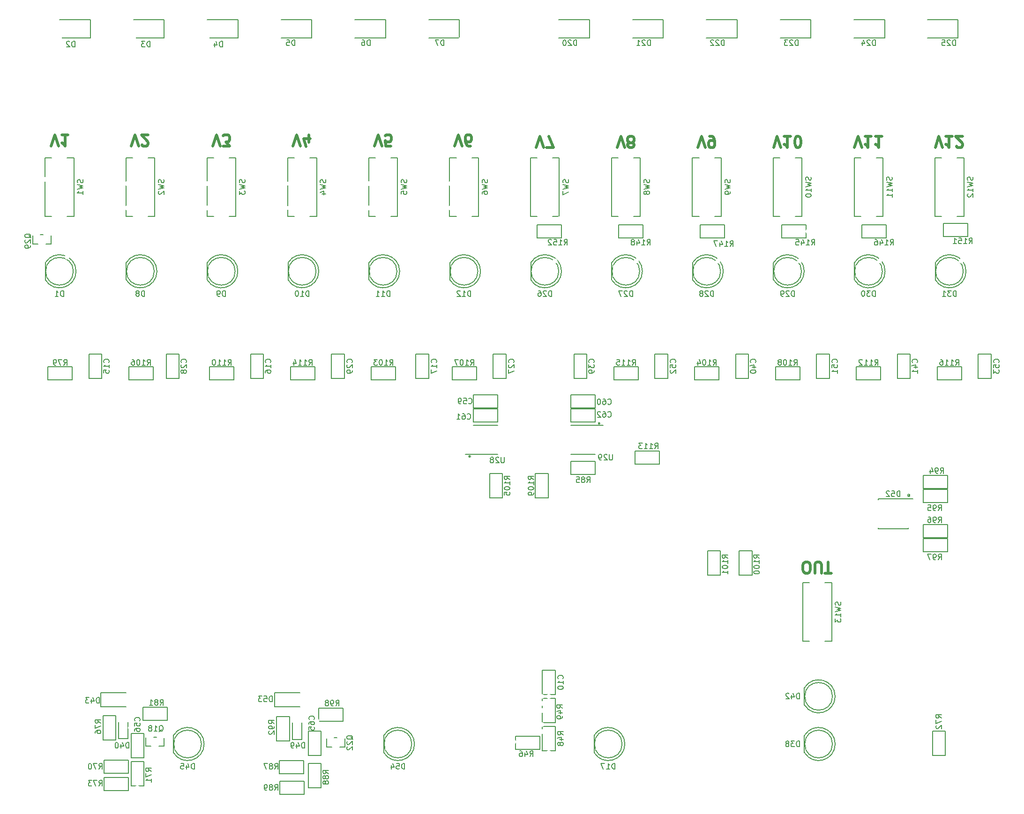
<source format=gbo>
G04 #@! TF.GenerationSoftware,KiCad,Pcbnew,(5.1.6)-1*
G04 #@! TF.CreationDate,2023-07-15T17:20:03+02:00*
G04 #@! TF.ProjectId,zone-controller,7a6f6e65-2d63-46f6-9e74-726f6c6c6572,rev?*
G04 #@! TF.SameCoordinates,Original*
G04 #@! TF.FileFunction,Legend,Bot*
G04 #@! TF.FilePolarity,Positive*
%FSLAX46Y46*%
G04 Gerber Fmt 4.6, Leading zero omitted, Abs format (unit mm)*
G04 Created by KiCad (PCBNEW (5.1.6)-1) date 2023-07-15 17:20:03*
%MOMM*%
%LPD*%
G01*
G04 APERTURE LIST*
%ADD10C,0.500000*%
%ADD11C,0.160000*%
%ADD12C,0.120000*%
%ADD13C,0.900000*%
%ADD14C,0.100000*%
%ADD15R,1.100000X1.100000*%
%ADD16C,6.100000*%
%ADD17C,2.200000*%
%ADD18R,2.600000X2.600000*%
%ADD19R,1.400000X2.100000*%
%ADD20R,2.100000X2.100000*%
%ADD21C,2.100000*%
%ADD22R,3.600000X3.600000*%
%ADD23C,3.600000*%
%ADD24R,2.100000X0.900000*%
%ADD25R,2.100000X0.600000*%
%ADD26O,3.200000X3.200000*%
%ADD27R,3.200000X3.200000*%
%ADD28C,1.600000*%
%ADD29C,3.400000*%
%ADD30R,0.900000X0.900000*%
G04 APERTURE END LIST*
D10*
X202533571Y-20145238D02*
X203200238Y-18145238D01*
X203866904Y-20145238D01*
X205581190Y-18145238D02*
X204438333Y-18145238D01*
X205009761Y-18145238D02*
X205009761Y-20145238D01*
X204819285Y-19859523D01*
X204628809Y-19669047D01*
X204438333Y-19573809D01*
X206343095Y-19954761D02*
X206438333Y-20050000D01*
X206628809Y-20145238D01*
X207105000Y-20145238D01*
X207295476Y-20050000D01*
X207390714Y-19954761D01*
X207485952Y-19764285D01*
X207485952Y-19573809D01*
X207390714Y-19288095D01*
X206247857Y-18145238D01*
X207485952Y-18145238D01*
X187928571Y-20145238D02*
X188595238Y-18145238D01*
X189261904Y-20145238D01*
X190976190Y-18145238D02*
X189833333Y-18145238D01*
X190404761Y-18145238D02*
X190404761Y-20145238D01*
X190214285Y-19859523D01*
X190023809Y-19669047D01*
X189833333Y-19573809D01*
X192880952Y-18145238D02*
X191738095Y-18145238D01*
X192309523Y-18145238D02*
X192309523Y-20145238D01*
X192119047Y-19859523D01*
X191928571Y-19669047D01*
X191738095Y-19573809D01*
X173323571Y-20145238D02*
X173990238Y-18145238D01*
X174656904Y-20145238D01*
X176371190Y-18145238D02*
X175228333Y-18145238D01*
X175799761Y-18145238D02*
X175799761Y-20145238D01*
X175609285Y-19859523D01*
X175418809Y-19669047D01*
X175228333Y-19573809D01*
X177609285Y-20145238D02*
X177799761Y-20145238D01*
X177990238Y-20050000D01*
X178085476Y-19954761D01*
X178180714Y-19764285D01*
X178275952Y-19383333D01*
X178275952Y-18907142D01*
X178180714Y-18526190D01*
X178085476Y-18335714D01*
X177990238Y-18240476D01*
X177799761Y-18145238D01*
X177609285Y-18145238D01*
X177418809Y-18240476D01*
X177323571Y-18335714D01*
X177228333Y-18526190D01*
X177133095Y-18907142D01*
X177133095Y-19383333D01*
X177228333Y-19764285D01*
X177323571Y-19954761D01*
X177418809Y-20050000D01*
X177609285Y-20145238D01*
X159670952Y-20145238D02*
X160337619Y-18145238D01*
X161004285Y-20145238D01*
X161766190Y-18145238D02*
X162147142Y-18145238D01*
X162337619Y-18240476D01*
X162432857Y-18335714D01*
X162623333Y-18621428D01*
X162718571Y-19002380D01*
X162718571Y-19764285D01*
X162623333Y-19954761D01*
X162528095Y-20050000D01*
X162337619Y-20145238D01*
X161956666Y-20145238D01*
X161766190Y-20050000D01*
X161670952Y-19954761D01*
X161575714Y-19764285D01*
X161575714Y-19288095D01*
X161670952Y-19097619D01*
X161766190Y-19002380D01*
X161956666Y-18907142D01*
X162337619Y-18907142D01*
X162528095Y-19002380D01*
X162623333Y-19097619D01*
X162718571Y-19288095D01*
X145065952Y-20145238D02*
X145732619Y-18145238D01*
X146399285Y-20145238D01*
X147351666Y-19288095D02*
X147161190Y-19383333D01*
X147065952Y-19478571D01*
X146970714Y-19669047D01*
X146970714Y-19764285D01*
X147065952Y-19954761D01*
X147161190Y-20050000D01*
X147351666Y-20145238D01*
X147732619Y-20145238D01*
X147923095Y-20050000D01*
X148018333Y-19954761D01*
X148113571Y-19764285D01*
X148113571Y-19669047D01*
X148018333Y-19478571D01*
X147923095Y-19383333D01*
X147732619Y-19288095D01*
X147351666Y-19288095D01*
X147161190Y-19192857D01*
X147065952Y-19097619D01*
X146970714Y-18907142D01*
X146970714Y-18526190D01*
X147065952Y-18335714D01*
X147161190Y-18240476D01*
X147351666Y-18145238D01*
X147732619Y-18145238D01*
X147923095Y-18240476D01*
X148018333Y-18335714D01*
X148113571Y-18526190D01*
X148113571Y-18907142D01*
X148018333Y-19097619D01*
X147923095Y-19192857D01*
X147732619Y-19288095D01*
X130460952Y-20145238D02*
X131127619Y-18145238D01*
X131794285Y-20145238D01*
X132270476Y-20145238D02*
X133603809Y-20145238D01*
X132746666Y-18145238D01*
X115728952Y-19891238D02*
X116395619Y-17891238D01*
X117062285Y-19891238D01*
X118586095Y-19891238D02*
X118205142Y-19891238D01*
X118014666Y-19796000D01*
X117919428Y-19700761D01*
X117728952Y-19415047D01*
X117633714Y-19034095D01*
X117633714Y-18272190D01*
X117728952Y-18081714D01*
X117824190Y-17986476D01*
X118014666Y-17891238D01*
X118395619Y-17891238D01*
X118586095Y-17986476D01*
X118681333Y-18081714D01*
X118776571Y-18272190D01*
X118776571Y-18748380D01*
X118681333Y-18938857D01*
X118586095Y-19034095D01*
X118395619Y-19129333D01*
X118014666Y-19129333D01*
X117824190Y-19034095D01*
X117728952Y-18938857D01*
X117633714Y-18748380D01*
X101250952Y-19891238D02*
X101917619Y-17891238D01*
X102584285Y-19891238D01*
X104203333Y-19891238D02*
X103250952Y-19891238D01*
X103155714Y-18938857D01*
X103250952Y-19034095D01*
X103441428Y-19129333D01*
X103917619Y-19129333D01*
X104108095Y-19034095D01*
X104203333Y-18938857D01*
X104298571Y-18748380D01*
X104298571Y-18272190D01*
X104203333Y-18081714D01*
X104108095Y-17986476D01*
X103917619Y-17891238D01*
X103441428Y-17891238D01*
X103250952Y-17986476D01*
X103155714Y-18081714D01*
X86518952Y-19891238D02*
X87185619Y-17891238D01*
X87852285Y-19891238D01*
X89376095Y-19224571D02*
X89376095Y-17891238D01*
X88899904Y-19986476D02*
X88423714Y-18557904D01*
X89661809Y-18557904D01*
X72040952Y-19891238D02*
X72707619Y-17891238D01*
X73374285Y-19891238D01*
X73850476Y-19891238D02*
X75088571Y-19891238D01*
X74421904Y-19129333D01*
X74707619Y-19129333D01*
X74898095Y-19034095D01*
X74993333Y-18938857D01*
X75088571Y-18748380D01*
X75088571Y-18272190D01*
X74993333Y-18081714D01*
X74898095Y-17986476D01*
X74707619Y-17891238D01*
X74136190Y-17891238D01*
X73945714Y-17986476D01*
X73850476Y-18081714D01*
X57308952Y-19891238D02*
X57975619Y-17891238D01*
X58642285Y-19891238D01*
X59213714Y-19700761D02*
X59308952Y-19796000D01*
X59499428Y-19891238D01*
X59975619Y-19891238D01*
X60166095Y-19796000D01*
X60261333Y-19700761D01*
X60356571Y-19510285D01*
X60356571Y-19319809D01*
X60261333Y-19034095D01*
X59118476Y-17891238D01*
X60356571Y-17891238D01*
X42830952Y-19891238D02*
X43497619Y-17891238D01*
X44164285Y-19891238D01*
X45878571Y-17891238D02*
X44735714Y-17891238D01*
X45307142Y-17891238D02*
X45307142Y-19891238D01*
X45116666Y-19605523D01*
X44926190Y-19415047D01*
X44735714Y-19319809D01*
X179102000Y-97107238D02*
X179482952Y-97107238D01*
X179673428Y-97012000D01*
X179863904Y-96821523D01*
X179959142Y-96440571D01*
X179959142Y-95773904D01*
X179863904Y-95392952D01*
X179673428Y-95202476D01*
X179482952Y-95107238D01*
X179102000Y-95107238D01*
X178911523Y-95202476D01*
X178721047Y-95392952D01*
X178625809Y-95773904D01*
X178625809Y-96440571D01*
X178721047Y-96821523D01*
X178911523Y-97012000D01*
X179102000Y-97107238D01*
X180816285Y-97107238D02*
X180816285Y-95488190D01*
X180911523Y-95297714D01*
X181006761Y-95202476D01*
X181197238Y-95107238D01*
X181578190Y-95107238D01*
X181768666Y-95202476D01*
X181863904Y-95297714D01*
X181959142Y-95488190D01*
X181959142Y-97107238D01*
X182625809Y-97107238D02*
X183768666Y-97107238D01*
X183197238Y-95107238D02*
X183197238Y-97107238D01*
D11*
X130642000Y-36486000D02*
X135042000Y-36486000D01*
X135042000Y-36486000D02*
X135042000Y-34126000D01*
X135042000Y-34126000D02*
X130642000Y-34126000D01*
X130642000Y-34126000D02*
X130642000Y-36486000D01*
X204048000Y-36232000D02*
X208448000Y-36232000D01*
X208448000Y-36232000D02*
X208448000Y-33872000D01*
X208448000Y-33872000D02*
X204048000Y-33872000D01*
X204048000Y-33872000D02*
X204048000Y-36232000D01*
X145374000Y-36486000D02*
X149774000Y-36486000D01*
X149774000Y-36486000D02*
X149774000Y-34126000D01*
X149774000Y-34126000D02*
X145374000Y-34126000D01*
X145374000Y-34126000D02*
X145374000Y-36486000D01*
X160106000Y-36486000D02*
X164506000Y-36486000D01*
X164506000Y-36486000D02*
X164506000Y-34126000D01*
X164506000Y-34126000D02*
X160106000Y-34126000D01*
X160106000Y-34126000D02*
X160106000Y-36486000D01*
X189316000Y-36486000D02*
X193716000Y-36486000D01*
X193716000Y-36486000D02*
X193716000Y-34126000D01*
X193716000Y-34126000D02*
X189316000Y-34126000D01*
X189316000Y-34126000D02*
X189316000Y-36486000D01*
X174838000Y-36486000D02*
X179238000Y-36486000D01*
X179238000Y-36486000D02*
X179238000Y-34126000D01*
X179238000Y-34126000D02*
X174838000Y-34126000D01*
X174838000Y-34126000D02*
X174838000Y-36486000D01*
X40894000Y-35941000D02*
X41402000Y-35941000D01*
X42799000Y-37590000D02*
X41869000Y-37590000D01*
X39497000Y-37590000D02*
X40427000Y-37590000D01*
X39497000Y-37590000D02*
X39497000Y-36068000D01*
X42799000Y-37590000D02*
X42799000Y-36130000D01*
X207305000Y-59780000D02*
X202905000Y-59780000D01*
X202905000Y-59780000D02*
X202905000Y-62140000D01*
X202905000Y-62140000D02*
X207305000Y-62140000D01*
X207305000Y-62140000D02*
X207305000Y-59780000D01*
X148885000Y-59780000D02*
X144485000Y-59780000D01*
X144485000Y-59780000D02*
X144485000Y-62140000D01*
X144485000Y-62140000D02*
X148885000Y-62140000D01*
X148885000Y-62140000D02*
X148885000Y-59780000D01*
X90465000Y-59780000D02*
X86065000Y-59780000D01*
X86065000Y-59780000D02*
X86065000Y-62140000D01*
X86065000Y-62140000D02*
X90465000Y-62140000D01*
X90465000Y-62140000D02*
X90465000Y-59780000D01*
X148295000Y-77380000D02*
X152695000Y-77380000D01*
X152695000Y-77380000D02*
X152695000Y-75020000D01*
X152695000Y-75020000D02*
X148295000Y-75020000D01*
X148295000Y-75020000D02*
X148295000Y-77380000D01*
X192700000Y-59780000D02*
X188300000Y-59780000D01*
X188300000Y-59780000D02*
X188300000Y-62140000D01*
X188300000Y-62140000D02*
X192700000Y-62140000D01*
X192700000Y-62140000D02*
X192700000Y-59780000D01*
X75860000Y-59780000D02*
X71460000Y-59780000D01*
X71460000Y-59780000D02*
X71460000Y-62140000D01*
X71460000Y-62140000D02*
X75860000Y-62140000D01*
X75860000Y-62140000D02*
X75860000Y-59780000D01*
X130265000Y-79080000D02*
X130265000Y-83480000D01*
X130265000Y-83480000D02*
X132625000Y-83480000D01*
X132625000Y-83480000D02*
X132625000Y-79080000D01*
X132625000Y-79080000D02*
X130265000Y-79080000D01*
X178095000Y-59780000D02*
X173695000Y-59780000D01*
X173695000Y-59780000D02*
X173695000Y-62140000D01*
X173695000Y-62140000D02*
X178095000Y-62140000D01*
X178095000Y-62140000D02*
X178095000Y-59780000D01*
X119675000Y-59780000D02*
X115275000Y-59780000D01*
X115275000Y-59780000D02*
X115275000Y-62140000D01*
X115275000Y-62140000D02*
X119675000Y-62140000D01*
X119675000Y-62140000D02*
X119675000Y-59780000D01*
X61255000Y-59780000D02*
X56855000Y-59780000D01*
X56855000Y-59780000D02*
X56855000Y-62140000D01*
X56855000Y-62140000D02*
X61255000Y-62140000D01*
X61255000Y-62140000D02*
X61255000Y-59780000D01*
X122010000Y-79080000D02*
X122010000Y-83480000D01*
X122010000Y-83480000D02*
X124370000Y-83480000D01*
X124370000Y-83480000D02*
X124370000Y-79080000D01*
X124370000Y-79080000D02*
X122010000Y-79080000D01*
X163490000Y-59780000D02*
X159090000Y-59780000D01*
X159090000Y-59780000D02*
X159090000Y-62140000D01*
X159090000Y-62140000D02*
X163490000Y-62140000D01*
X163490000Y-62140000D02*
X163490000Y-59780000D01*
X105070000Y-59780000D02*
X100670000Y-59780000D01*
X100670000Y-59780000D02*
X100670000Y-62140000D01*
X100670000Y-62140000D02*
X105070000Y-62140000D01*
X105070000Y-62140000D02*
X105070000Y-59780000D01*
X46650000Y-59780000D02*
X42250000Y-59780000D01*
X42250000Y-59780000D02*
X42250000Y-62140000D01*
X42250000Y-62140000D02*
X46650000Y-62140000D01*
X46650000Y-62140000D02*
X46650000Y-59780000D01*
X46923000Y-22005000D02*
X45720000Y-22005000D01*
X42926000Y-22005000D02*
X41723000Y-22005000D01*
X42926000Y-32605000D02*
X41723000Y-32605000D01*
X46923000Y-32605000D02*
X45720000Y-32605000D01*
X41723000Y-22005000D02*
X41723000Y-32605000D01*
X46923000Y-32605000D02*
X46923000Y-22005000D01*
X61539540Y-22005000D02*
X60336540Y-22005000D01*
X57542540Y-22005000D02*
X56339540Y-22005000D01*
X57542540Y-32605000D02*
X56339540Y-32605000D01*
X61539540Y-32605000D02*
X60336540Y-32605000D01*
X56339540Y-22005000D02*
X56339540Y-32605000D01*
X61539540Y-32605000D02*
X61539540Y-22005000D01*
X49911000Y2921000D02*
X44355000Y2920000D01*
X49911000Y2921000D02*
X49911000Y-379000D01*
X49911000Y-379000D02*
X44355000Y-380000D01*
X149238818Y-22005000D02*
X148035818Y-22005000D01*
X145241818Y-22005000D02*
X144038818Y-22005000D01*
X145241818Y-32605000D02*
X144038818Y-32605000D01*
X149238818Y-32605000D02*
X148035818Y-32605000D01*
X144038818Y-22005000D02*
X144038818Y-32605000D01*
X149238818Y-32605000D02*
X149238818Y-22005000D01*
X120005727Y-22005000D02*
X118802727Y-22005000D01*
X116008727Y-22005000D02*
X114805727Y-22005000D01*
X116008727Y-32605000D02*
X114805727Y-32605000D01*
X120005727Y-32605000D02*
X118802727Y-32605000D01*
X114805727Y-22005000D02*
X114805727Y-32605000D01*
X120005727Y-32605000D02*
X120005727Y-22005000D01*
X134622273Y-22005000D02*
X133419273Y-22005000D01*
X130625273Y-22005000D02*
X129422273Y-22005000D01*
X130625273Y-32605000D02*
X129422273Y-32605000D01*
X134622273Y-32605000D02*
X133419273Y-32605000D01*
X129422273Y-22005000D02*
X129422273Y-32605000D01*
X134622273Y-32605000D02*
X134622273Y-22005000D01*
X207705000Y-22005000D02*
X206502000Y-22005000D01*
X203708000Y-22005000D02*
X202505000Y-22005000D01*
X203708000Y-32605000D02*
X202505000Y-32605000D01*
X207705000Y-32605000D02*
X206502000Y-32605000D01*
X202505000Y-22005000D02*
X202505000Y-32605000D01*
X207705000Y-32605000D02*
X207705000Y-22005000D01*
X193088455Y-22005000D02*
X191885455Y-22005000D01*
X189091455Y-22005000D02*
X187888455Y-22005000D01*
X189091455Y-32605000D02*
X187888455Y-32605000D01*
X193088455Y-32605000D02*
X191885455Y-32605000D01*
X187888455Y-22005000D02*
X187888455Y-32605000D01*
X193088455Y-32605000D02*
X193088455Y-22005000D01*
X178471909Y-22005000D02*
X177268909Y-22005000D01*
X174474909Y-22005000D02*
X173271909Y-22005000D01*
X174474909Y-32605000D02*
X173271909Y-32605000D01*
X178471909Y-32605000D02*
X177268909Y-32605000D01*
X173271909Y-22005000D02*
X173271909Y-32605000D01*
X178471909Y-32605000D02*
X178471909Y-22005000D01*
X163855364Y-22005000D02*
X162652364Y-22005000D01*
X159858364Y-22005000D02*
X158655364Y-22005000D01*
X159858364Y-32605000D02*
X158655364Y-32605000D01*
X163855364Y-32605000D02*
X162652364Y-32605000D01*
X158655364Y-22005000D02*
X158655364Y-32605000D01*
X163855364Y-32605000D02*
X163855364Y-22005000D01*
X105389182Y-22005000D02*
X104186182Y-22005000D01*
X101392182Y-22005000D02*
X100189182Y-22005000D01*
X101392182Y-32605000D02*
X100189182Y-32605000D01*
X105389182Y-32605000D02*
X104186182Y-32605000D01*
X100189182Y-22005000D02*
X100189182Y-32605000D01*
X105389182Y-32605000D02*
X105389182Y-22005000D01*
X90772636Y-22005000D02*
X89569636Y-22005000D01*
X86775636Y-22005000D02*
X85572636Y-22005000D01*
X86775636Y-32605000D02*
X85572636Y-32605000D01*
X90772636Y-32605000D02*
X89569636Y-32605000D01*
X85572636Y-22005000D02*
X85572636Y-32605000D01*
X90772636Y-32605000D02*
X90772636Y-22005000D01*
X76156091Y-22005000D02*
X74953091Y-22005000D01*
X72159091Y-22005000D02*
X70956091Y-22005000D01*
X72159091Y-32605000D02*
X70956091Y-32605000D01*
X76156091Y-32605000D02*
X74953091Y-32605000D01*
X70956091Y-22005000D02*
X70956091Y-32605000D01*
X76156091Y-32605000D02*
X76156091Y-22005000D01*
X183829000Y-98840000D02*
X182626000Y-98840000D01*
X179832000Y-98840000D02*
X178629000Y-98840000D01*
X179832000Y-109440000D02*
X178629000Y-109440000D01*
X183829000Y-109440000D02*
X182626000Y-109440000D01*
X178629000Y-98840000D02*
X178629000Y-109440000D01*
X183829000Y-109440000D02*
X183829000Y-98840000D01*
X56360000Y-121285000D02*
X51816000Y-121285000D01*
X51816000Y-118745000D02*
X56360000Y-118745000D01*
X51816000Y-121285000D02*
X51816000Y-118745000D01*
X87729000Y-121285000D02*
X83185000Y-121285000D01*
X83185000Y-118745000D02*
X87729000Y-118745000D01*
X83185000Y-121285000D02*
X83185000Y-118745000D01*
X59395000Y-123735000D02*
X63795000Y-123735000D01*
X63795000Y-123735000D02*
X63795000Y-121375000D01*
X63795000Y-121375000D02*
X59395000Y-121375000D01*
X59395000Y-121375000D02*
X59395000Y-123735000D01*
X46823000Y-42545000D02*
G75*
G03*
X46823000Y-42545000I-2500000J0D01*
G01*
X41763000Y-44090000D02*
X41763000Y-41000000D01*
X47313000Y-42545462D02*
G75*
G03*
X41763000Y-41000170I-2990000J462D01*
G01*
X47313000Y-42544538D02*
G75*
G02*
X41763000Y-44089830I-2990000J-462D01*
G01*
X206661000Y2921000D02*
X201105000Y2920000D01*
X206661000Y2921000D02*
X206661000Y-379000D01*
X206661000Y-379000D02*
X201105000Y-380000D01*
X197670000Y-89085000D02*
X192220000Y-89085000D01*
X197670000Y-89085000D02*
X197670000Y-88900000D01*
X192220000Y-83635000D02*
X192220000Y-83820000D01*
X192220000Y-89085000D02*
X192220000Y-88900000D01*
X198501000Y-83635000D02*
X192220000Y-83635000D01*
D12*
X197993000Y-83058000D02*
G75*
G03*
X197993000Y-83058000I-254000J0D01*
G01*
X197918605Y-83058000D02*
G75*
G03*
X197918605Y-83058000I-179605J0D01*
G01*
X197866000Y-83058000D02*
G75*
G03*
X197866000Y-83058000I-127000J0D01*
G01*
X197795796Y-83058000D02*
G75*
G03*
X197795796Y-83058000I-56796J0D01*
G01*
X118491000Y-76009500D02*
G75*
G03*
X118491000Y-76009500I-63500J0D01*
G01*
X118554500Y-76009500D02*
G75*
G03*
X118554500Y-76009500I-127000J0D01*
G01*
X118618000Y-76009500D02*
G75*
G03*
X118618000Y-76009500I-190500J0D01*
G01*
D11*
X123485000Y-70415000D02*
X119085000Y-70415000D01*
X123485000Y-75635000D02*
X117685000Y-75635000D01*
D12*
X141859000Y-70040500D02*
G75*
G03*
X141859000Y-70040500I-63500J0D01*
G01*
X141922500Y-70040500D02*
G75*
G03*
X141922500Y-70040500I-127000J0D01*
G01*
X141986000Y-70040500D02*
G75*
G03*
X141986000Y-70040500I-190500J0D01*
G01*
D11*
X136738000Y-75635000D02*
X141138000Y-75635000D01*
X136738000Y-70415000D02*
X142538000Y-70415000D01*
X161380000Y-93050000D02*
X161380000Y-97450000D01*
X161380000Y-97450000D02*
X163740000Y-97450000D01*
X163740000Y-97450000D02*
X163740000Y-93050000D01*
X163740000Y-93050000D02*
X161380000Y-93050000D01*
X167095000Y-93050000D02*
X167095000Y-97450000D01*
X167095000Y-97450000D02*
X169455000Y-97450000D01*
X169455000Y-97450000D02*
X169455000Y-93050000D01*
X169455000Y-93050000D02*
X167095000Y-93050000D01*
X91145000Y-123862000D02*
X95545000Y-123862000D01*
X95545000Y-123862000D02*
X95545000Y-121502000D01*
X95545000Y-121502000D02*
X91145000Y-121502000D01*
X91145000Y-121502000D02*
X91145000Y-123862000D01*
X200365000Y-93255000D02*
X204765000Y-93255000D01*
X204765000Y-93255000D02*
X204765000Y-90895000D01*
X204765000Y-90895000D02*
X200365000Y-90895000D01*
X200365000Y-90895000D02*
X200365000Y-93255000D01*
X200365000Y-90715000D02*
X204765000Y-90715000D01*
X204765000Y-90715000D02*
X204765000Y-88355000D01*
X204765000Y-88355000D02*
X200365000Y-88355000D01*
X200365000Y-88355000D02*
X200365000Y-90715000D01*
X200365000Y-84365000D02*
X204765000Y-84365000D01*
X204765000Y-84365000D02*
X204765000Y-82005000D01*
X204765000Y-82005000D02*
X200365000Y-82005000D01*
X200365000Y-82005000D02*
X200365000Y-84365000D01*
X200365000Y-81825000D02*
X204765000Y-81825000D01*
X204765000Y-81825000D02*
X204765000Y-79465000D01*
X204765000Y-79465000D02*
X200365000Y-79465000D01*
X200365000Y-79465000D02*
X200365000Y-81825000D01*
X85889000Y-127422000D02*
X85889000Y-123022000D01*
X85889000Y-123022000D02*
X83529000Y-123022000D01*
X83529000Y-123022000D02*
X83529000Y-127422000D01*
X83529000Y-127422000D02*
X85889000Y-127422000D01*
X88560000Y-134710000D02*
X84160000Y-134710000D01*
X84160000Y-134710000D02*
X84160000Y-137070000D01*
X84160000Y-137070000D02*
X88560000Y-137070000D01*
X88560000Y-137070000D02*
X88560000Y-134710000D01*
X89244000Y-131531000D02*
X89244000Y-135931000D01*
X89244000Y-135931000D02*
X91604000Y-135931000D01*
X91604000Y-135931000D02*
X91604000Y-131531000D01*
X91604000Y-131531000D02*
X89244000Y-131531000D01*
X88433000Y-131027000D02*
X84033000Y-131027000D01*
X84033000Y-131027000D02*
X84033000Y-133387000D01*
X84033000Y-133387000D02*
X88433000Y-133387000D01*
X88433000Y-133387000D02*
X88433000Y-131027000D01*
X136738000Y-79285000D02*
X141138000Y-79285000D01*
X141138000Y-79285000D02*
X141138000Y-76925000D01*
X141138000Y-76925000D02*
X136738000Y-76925000D01*
X136738000Y-76925000D02*
X136738000Y-79285000D01*
X54520000Y-127295000D02*
X54520000Y-122895000D01*
X54520000Y-122895000D02*
X52160000Y-122895000D01*
X52160000Y-122895000D02*
X52160000Y-127295000D01*
X52160000Y-127295000D02*
X54520000Y-127295000D01*
X56810000Y-134075000D02*
X52410000Y-134075000D01*
X52410000Y-134075000D02*
X52410000Y-136435000D01*
X52410000Y-136435000D02*
X56810000Y-136435000D01*
X56810000Y-136435000D02*
X56810000Y-134075000D01*
X202020000Y-125689000D02*
X202020000Y-130089000D01*
X202020000Y-130089000D02*
X204380000Y-130089000D01*
X204380000Y-130089000D02*
X204380000Y-125689000D01*
X204380000Y-125689000D02*
X202020000Y-125689000D01*
X57240000Y-131150000D02*
X57240000Y-135550000D01*
X57240000Y-135550000D02*
X59600000Y-135550000D01*
X59600000Y-135550000D02*
X59600000Y-131150000D01*
X59600000Y-131150000D02*
X57240000Y-131150000D01*
X56810000Y-130900000D02*
X52410000Y-130900000D01*
X52410000Y-130900000D02*
X52410000Y-133260000D01*
X52410000Y-133260000D02*
X56810000Y-133260000D01*
X56810000Y-133260000D02*
X56810000Y-130900000D01*
X131535000Y-119720000D02*
X131535000Y-124120000D01*
X131535000Y-124120000D02*
X133895000Y-124120000D01*
X133895000Y-124120000D02*
X133895000Y-119720000D01*
X133895000Y-119720000D02*
X131535000Y-119720000D01*
X133895000Y-129200000D02*
X133895000Y-124800000D01*
X133895000Y-124800000D02*
X131535000Y-124800000D01*
X131535000Y-124800000D02*
X131535000Y-129200000D01*
X131535000Y-129200000D02*
X133895000Y-129200000D01*
X131105000Y-126582000D02*
X126705000Y-126582000D01*
X126705000Y-126582000D02*
X126705000Y-128942000D01*
X126705000Y-128942000D02*
X131105000Y-128942000D01*
X131105000Y-128942000D02*
X131105000Y-126582000D01*
X93980000Y-126873000D02*
X94488000Y-126873000D01*
X95885000Y-128522000D02*
X94955000Y-128522000D01*
X92583000Y-128522000D02*
X93513000Y-128522000D01*
X92583000Y-128522000D02*
X92583000Y-127000000D01*
X95885000Y-128522000D02*
X95885000Y-127062000D01*
X61341000Y-126746000D02*
X61849000Y-126746000D01*
X63246000Y-128395000D02*
X62316000Y-128395000D01*
X59944000Y-128395000D02*
X60874000Y-128395000D01*
X59944000Y-128395000D02*
X59944000Y-126873000D01*
X63246000Y-128395000D02*
X63246000Y-126935000D01*
X107964000Y-128000000D02*
G75*
G03*
X107964000Y-128000000I-2500000J0D01*
G01*
X102904000Y-129545000D02*
X102904000Y-126455000D01*
X108454000Y-128000462D02*
G75*
G03*
X102904000Y-126455170I-2990000J462D01*
G01*
X108454000Y-127999538D02*
G75*
G02*
X102904000Y-129544830I-2990000J-462D01*
G01*
X88099000Y-127190500D02*
X88099000Y-124172000D01*
X86399000Y-127190500D02*
X86399000Y-124172000D01*
X88099000Y-127190500D02*
X86399000Y-127190500D01*
X69964000Y-128000000D02*
G75*
G03*
X69964000Y-128000000I-2500000J0D01*
G01*
X64904000Y-129545000D02*
X64904000Y-126455000D01*
X70454000Y-128000462D02*
G75*
G03*
X64904000Y-126455170I-2990000J462D01*
G01*
X70454000Y-127999538D02*
G75*
G02*
X64904000Y-129544830I-2990000J-462D01*
G01*
X183964000Y-119380000D02*
G75*
G03*
X183964000Y-119380000I-2500000J0D01*
G01*
X178904000Y-120925000D02*
X178904000Y-117835000D01*
X184454000Y-119380462D02*
G75*
G03*
X178904000Y-117835170I-2990000J462D01*
G01*
X184454000Y-119379538D02*
G75*
G02*
X178904000Y-120924830I-2990000J-462D01*
G01*
X56730000Y-127063500D02*
X56730000Y-124045000D01*
X55030000Y-127063500D02*
X55030000Y-124045000D01*
X56730000Y-127063500D02*
X55030000Y-127063500D01*
X183964000Y-128000000D02*
G75*
G03*
X183964000Y-128000000I-2500000J0D01*
G01*
X178904000Y-129545000D02*
X178904000Y-126455000D01*
X184454000Y-128000462D02*
G75*
G03*
X178904000Y-126455170I-2990000J462D01*
G01*
X184454000Y-127999538D02*
G75*
G02*
X178904000Y-129544830I-2990000J-462D01*
G01*
X207605000Y-42545000D02*
G75*
G03*
X207605000Y-42545000I-2500000J0D01*
G01*
X202545000Y-44090000D02*
X202545000Y-41000000D01*
X208095000Y-42545462D02*
G75*
G03*
X202545000Y-41000170I-2990000J462D01*
G01*
X208095000Y-42544538D02*
G75*
G02*
X202545000Y-44089830I-2990000J-462D01*
G01*
X192988455Y-42545000D02*
G75*
G03*
X192988455Y-42545000I-2500000J0D01*
G01*
X187928455Y-44090000D02*
X187928455Y-41000000D01*
X193478455Y-42545462D02*
G75*
G03*
X187928455Y-41000170I-2990000J462D01*
G01*
X193478455Y-42544538D02*
G75*
G02*
X187928455Y-44089830I-2990000J-462D01*
G01*
X178371909Y-42545000D02*
G75*
G03*
X178371909Y-42545000I-2500000J0D01*
G01*
X173311909Y-44090000D02*
X173311909Y-41000000D01*
X178861909Y-42545462D02*
G75*
G03*
X173311909Y-41000170I-2990000J462D01*
G01*
X178861909Y-42544538D02*
G75*
G02*
X173311909Y-44089830I-2990000J-462D01*
G01*
X163755364Y-42545000D02*
G75*
G03*
X163755364Y-42545000I-2500000J0D01*
G01*
X158695364Y-44090000D02*
X158695364Y-41000000D01*
X164245364Y-42545462D02*
G75*
G03*
X158695364Y-41000170I-2990000J462D01*
G01*
X164245364Y-42544538D02*
G75*
G02*
X158695364Y-44089830I-2990000J-462D01*
G01*
X149138818Y-42545000D02*
G75*
G03*
X149138818Y-42545000I-2500000J0D01*
G01*
X144078818Y-44090000D02*
X144078818Y-41000000D01*
X149628818Y-42545462D02*
G75*
G03*
X144078818Y-41000170I-2990000J462D01*
G01*
X149628818Y-42544538D02*
G75*
G02*
X144078818Y-44089830I-2990000J-462D01*
G01*
X134522273Y-42545000D02*
G75*
G03*
X134522273Y-42545000I-2500000J0D01*
G01*
X129462273Y-44090000D02*
X129462273Y-41000000D01*
X135012273Y-42545462D02*
G75*
G03*
X129462273Y-41000170I-2990000J462D01*
G01*
X135012273Y-42544538D02*
G75*
G02*
X129462273Y-44089830I-2990000J-462D01*
G01*
X193421000Y2921000D02*
X187865000Y2920000D01*
X193421000Y2921000D02*
X193421000Y-379000D01*
X193421000Y-379000D02*
X187865000Y-380000D01*
X180086000Y2921000D02*
X174530000Y2920000D01*
X180086000Y2921000D02*
X180086000Y-379000D01*
X180086000Y-379000D02*
X174530000Y-380000D01*
X166751000Y2921000D02*
X161195000Y2920000D01*
X166751000Y2921000D02*
X166751000Y-379000D01*
X166751000Y-379000D02*
X161195000Y-380000D01*
X153416000Y2921000D02*
X147860000Y2920000D01*
X153416000Y2921000D02*
X153416000Y-379000D01*
X153416000Y-379000D02*
X147860000Y-380000D01*
X140081000Y2921000D02*
X134525000Y2920000D01*
X140081000Y2921000D02*
X140081000Y-379000D01*
X140081000Y-379000D02*
X134525000Y-380000D01*
X145964000Y-128000000D02*
G75*
G03*
X145964000Y-128000000I-2500000J0D01*
G01*
X140904000Y-129545000D02*
X140904000Y-126455000D01*
X146454000Y-128000462D02*
G75*
G03*
X140904000Y-126455170I-2990000J462D01*
G01*
X146454000Y-127999538D02*
G75*
G02*
X140904000Y-129544830I-2990000J-462D01*
G01*
X119905727Y-42545000D02*
G75*
G03*
X119905727Y-42545000I-2500000J0D01*
G01*
X114845727Y-44090000D02*
X114845727Y-41000000D01*
X120395727Y-42545462D02*
G75*
G03*
X114845727Y-41000170I-2990000J462D01*
G01*
X120395727Y-42544538D02*
G75*
G02*
X114845727Y-44089830I-2990000J-462D01*
G01*
X105289182Y-42545000D02*
G75*
G03*
X105289182Y-42545000I-2500000J0D01*
G01*
X100229182Y-44090000D02*
X100229182Y-41000000D01*
X105779182Y-42545462D02*
G75*
G03*
X100229182Y-41000170I-2990000J462D01*
G01*
X105779182Y-42544538D02*
G75*
G02*
X100229182Y-44089830I-2990000J-462D01*
G01*
X90672636Y-42545000D02*
G75*
G03*
X90672636Y-42545000I-2500000J0D01*
G01*
X85612636Y-44090000D02*
X85612636Y-41000000D01*
X91162636Y-42545462D02*
G75*
G03*
X85612636Y-41000170I-2990000J462D01*
G01*
X91162636Y-42544538D02*
G75*
G02*
X85612636Y-44089830I-2990000J-462D01*
G01*
X76056091Y-42545000D02*
G75*
G03*
X76056091Y-42545000I-2500000J0D01*
G01*
X70996091Y-44090000D02*
X70996091Y-41000000D01*
X76546091Y-42545462D02*
G75*
G03*
X70996091Y-41000170I-2990000J462D01*
G01*
X76546091Y-42544538D02*
G75*
G02*
X70996091Y-44089830I-2990000J-462D01*
G01*
X61439540Y-42545000D02*
G75*
G03*
X61439540Y-42545000I-2500000J0D01*
G01*
X56379540Y-44090000D02*
X56379540Y-41000000D01*
X61929540Y-42545462D02*
G75*
G03*
X56379540Y-41000170I-2990000J462D01*
G01*
X61929540Y-42544538D02*
G75*
G02*
X56379540Y-44089830I-2990000J-462D01*
G01*
X116586000Y2921000D02*
X111030000Y2920000D01*
X116586000Y2921000D02*
X116586000Y-379000D01*
X116586000Y-379000D02*
X111030000Y-380000D01*
X103251000Y2921000D02*
X97695000Y2920000D01*
X103251000Y2921000D02*
X103251000Y-379000D01*
X103251000Y-379000D02*
X97695000Y-380000D01*
X89916000Y2921000D02*
X84360000Y2920000D01*
X89916000Y2921000D02*
X89916000Y-379000D01*
X89916000Y-379000D02*
X84360000Y-380000D01*
X76581000Y2921000D02*
X71025000Y2920000D01*
X76581000Y2921000D02*
X76581000Y-379000D01*
X76581000Y-379000D02*
X71025000Y-380000D01*
X63246000Y2921000D02*
X57690000Y2920000D01*
X63246000Y2921000D02*
X63246000Y-379000D01*
X63246000Y-379000D02*
X57690000Y-380000D01*
X89244000Y-125689000D02*
X89244000Y-130089000D01*
X91604000Y-130089000D02*
X91604000Y-125689000D01*
X91604000Y-125689000D02*
X89244000Y-125689000D01*
X89244000Y-130089000D02*
X91604000Y-130089000D01*
X136738000Y-69760000D02*
X141138000Y-69760000D01*
X141138000Y-67400000D02*
X136738000Y-67400000D01*
X136738000Y-67400000D02*
X136738000Y-69760000D01*
X141138000Y-69760000D02*
X141138000Y-67400000D01*
X119085000Y-69760000D02*
X123485000Y-69760000D01*
X123485000Y-67400000D02*
X119085000Y-67400000D01*
X119085000Y-67400000D02*
X119085000Y-69760000D01*
X123485000Y-69760000D02*
X123485000Y-67400000D01*
X136738000Y-67220000D02*
X141138000Y-67220000D01*
X141138000Y-64860000D02*
X136738000Y-64860000D01*
X136738000Y-64860000D02*
X136738000Y-67220000D01*
X141138000Y-67220000D02*
X141138000Y-64860000D01*
X119085000Y-67220000D02*
X123485000Y-67220000D01*
X123485000Y-64860000D02*
X119085000Y-64860000D01*
X119085000Y-64860000D02*
X119085000Y-67220000D01*
X123485000Y-67220000D02*
X123485000Y-64860000D01*
X57240000Y-126070000D02*
X57240000Y-130470000D01*
X59600000Y-130470000D02*
X59600000Y-126070000D01*
X59600000Y-126070000D02*
X57240000Y-126070000D01*
X57240000Y-130470000D02*
X59600000Y-130470000D01*
X210275000Y-57490000D02*
X210275000Y-61890000D01*
X212635000Y-61890000D02*
X212635000Y-57490000D01*
X212635000Y-57490000D02*
X210275000Y-57490000D01*
X210275000Y-61890000D02*
X212635000Y-61890000D01*
X151855000Y-57490000D02*
X151855000Y-61890000D01*
X154215000Y-61890000D02*
X154215000Y-57490000D01*
X154215000Y-57490000D02*
X151855000Y-57490000D01*
X151855000Y-61890000D02*
X154215000Y-61890000D01*
X181065000Y-57490000D02*
X181065000Y-61890000D01*
X183425000Y-61890000D02*
X183425000Y-57490000D01*
X183425000Y-57490000D02*
X181065000Y-57490000D01*
X181065000Y-61890000D02*
X183425000Y-61890000D01*
X195670000Y-57490000D02*
X195670000Y-61890000D01*
X198030000Y-61890000D02*
X198030000Y-57490000D01*
X198030000Y-57490000D02*
X195670000Y-57490000D01*
X195670000Y-61890000D02*
X198030000Y-61890000D01*
X166460000Y-57490000D02*
X166460000Y-61890000D01*
X168820000Y-61890000D02*
X168820000Y-57490000D01*
X168820000Y-57490000D02*
X166460000Y-57490000D01*
X166460000Y-61890000D02*
X168820000Y-61890000D01*
X137250000Y-57490000D02*
X137250000Y-61890000D01*
X139610000Y-61890000D02*
X139610000Y-57490000D01*
X139610000Y-57490000D02*
X137250000Y-57490000D01*
X137250000Y-61890000D02*
X139610000Y-61890000D01*
X93435000Y-57490000D02*
X93435000Y-61890000D01*
X95795000Y-61890000D02*
X95795000Y-57490000D01*
X95795000Y-57490000D02*
X93435000Y-57490000D01*
X93435000Y-61890000D02*
X95795000Y-61890000D01*
X63590000Y-57490000D02*
X63590000Y-61890000D01*
X65950000Y-61890000D02*
X65950000Y-57490000D01*
X65950000Y-57490000D02*
X63590000Y-57490000D01*
X63590000Y-61890000D02*
X65950000Y-61890000D01*
X122645000Y-57490000D02*
X122645000Y-61890000D01*
X125005000Y-61890000D02*
X125005000Y-57490000D01*
X125005000Y-57490000D02*
X122645000Y-57490000D01*
X122645000Y-61890000D02*
X125005000Y-61890000D01*
X108675000Y-57490000D02*
X108675000Y-61890000D01*
X111035000Y-61890000D02*
X111035000Y-57490000D01*
X111035000Y-57490000D02*
X108675000Y-57490000D01*
X108675000Y-61890000D02*
X111035000Y-61890000D01*
X78830000Y-57490000D02*
X78830000Y-61890000D01*
X81190000Y-61890000D02*
X81190000Y-57490000D01*
X81190000Y-57490000D02*
X78830000Y-57490000D01*
X78830000Y-61890000D02*
X81190000Y-61890000D01*
X49620000Y-57490000D02*
X49620000Y-61890000D01*
X51980000Y-61890000D02*
X51980000Y-57490000D01*
X51980000Y-57490000D02*
X49620000Y-57490000D01*
X49620000Y-61890000D02*
X51980000Y-61890000D01*
X131535000Y-114640000D02*
X131535000Y-119040000D01*
X133895000Y-119040000D02*
X133895000Y-114640000D01*
X133895000Y-114640000D02*
X131535000Y-114640000D01*
X131535000Y-119040000D02*
X133895000Y-119040000D01*
X135485047Y-37790380D02*
X135818380Y-37314190D01*
X136056476Y-37790380D02*
X136056476Y-36790380D01*
X135675523Y-36790380D01*
X135580285Y-36838000D01*
X135532666Y-36885619D01*
X135485047Y-36980857D01*
X135485047Y-37123714D01*
X135532666Y-37218952D01*
X135580285Y-37266571D01*
X135675523Y-37314190D01*
X136056476Y-37314190D01*
X134532666Y-37790380D02*
X135104095Y-37790380D01*
X134818380Y-37790380D02*
X134818380Y-36790380D01*
X134913619Y-36933238D01*
X135008857Y-37028476D01*
X135104095Y-37076095D01*
X133627904Y-36790380D02*
X134104095Y-36790380D01*
X134151714Y-37266571D01*
X134104095Y-37218952D01*
X134008857Y-37171333D01*
X133770761Y-37171333D01*
X133675523Y-37218952D01*
X133627904Y-37266571D01*
X133580285Y-37361809D01*
X133580285Y-37599904D01*
X133627904Y-37695142D01*
X133675523Y-37742761D01*
X133770761Y-37790380D01*
X134008857Y-37790380D01*
X134104095Y-37742761D01*
X134151714Y-37695142D01*
X133199333Y-36885619D02*
X133151714Y-36838000D01*
X133056476Y-36790380D01*
X132818380Y-36790380D01*
X132723142Y-36838000D01*
X132675523Y-36885619D01*
X132627904Y-36980857D01*
X132627904Y-37076095D01*
X132675523Y-37218952D01*
X133246952Y-37790380D01*
X132627904Y-37790380D01*
X208637047Y-37536380D02*
X208970380Y-37060190D01*
X209208476Y-37536380D02*
X209208476Y-36536380D01*
X208827523Y-36536380D01*
X208732285Y-36584000D01*
X208684666Y-36631619D01*
X208637047Y-36726857D01*
X208637047Y-36869714D01*
X208684666Y-36964952D01*
X208732285Y-37012571D01*
X208827523Y-37060190D01*
X209208476Y-37060190D01*
X207684666Y-37536380D02*
X208256095Y-37536380D01*
X207970380Y-37536380D02*
X207970380Y-36536380D01*
X208065619Y-36679238D01*
X208160857Y-36774476D01*
X208256095Y-36822095D01*
X206779904Y-36536380D02*
X207256095Y-36536380D01*
X207303714Y-37012571D01*
X207256095Y-36964952D01*
X207160857Y-36917333D01*
X206922761Y-36917333D01*
X206827523Y-36964952D01*
X206779904Y-37012571D01*
X206732285Y-37107809D01*
X206732285Y-37345904D01*
X206779904Y-37441142D01*
X206827523Y-37488761D01*
X206922761Y-37536380D01*
X207160857Y-37536380D01*
X207256095Y-37488761D01*
X207303714Y-37441142D01*
X205779904Y-37536380D02*
X206351333Y-37536380D01*
X206065619Y-37536380D02*
X206065619Y-36536380D01*
X206160857Y-36679238D01*
X206256095Y-36774476D01*
X206351333Y-36822095D01*
X150471047Y-37790380D02*
X150804380Y-37314190D01*
X151042476Y-37790380D02*
X151042476Y-36790380D01*
X150661523Y-36790380D01*
X150566285Y-36838000D01*
X150518666Y-36885619D01*
X150471047Y-36980857D01*
X150471047Y-37123714D01*
X150518666Y-37218952D01*
X150566285Y-37266571D01*
X150661523Y-37314190D01*
X151042476Y-37314190D01*
X149518666Y-37790380D02*
X150090095Y-37790380D01*
X149804380Y-37790380D02*
X149804380Y-36790380D01*
X149899619Y-36933238D01*
X149994857Y-37028476D01*
X150090095Y-37076095D01*
X148661523Y-37123714D02*
X148661523Y-37790380D01*
X148899619Y-36742761D02*
X149137714Y-37457047D01*
X148518666Y-37457047D01*
X147994857Y-37218952D02*
X148090095Y-37171333D01*
X148137714Y-37123714D01*
X148185333Y-37028476D01*
X148185333Y-36980857D01*
X148137714Y-36885619D01*
X148090095Y-36838000D01*
X147994857Y-36790380D01*
X147804380Y-36790380D01*
X147709142Y-36838000D01*
X147661523Y-36885619D01*
X147613904Y-36980857D01*
X147613904Y-37028476D01*
X147661523Y-37123714D01*
X147709142Y-37171333D01*
X147804380Y-37218952D01*
X147994857Y-37218952D01*
X148090095Y-37266571D01*
X148137714Y-37314190D01*
X148185333Y-37409428D01*
X148185333Y-37599904D01*
X148137714Y-37695142D01*
X148090095Y-37742761D01*
X147994857Y-37790380D01*
X147804380Y-37790380D01*
X147709142Y-37742761D01*
X147661523Y-37695142D01*
X147613904Y-37599904D01*
X147613904Y-37409428D01*
X147661523Y-37314190D01*
X147709142Y-37266571D01*
X147804380Y-37218952D01*
X165457047Y-38044380D02*
X165790380Y-37568190D01*
X166028476Y-38044380D02*
X166028476Y-37044380D01*
X165647523Y-37044380D01*
X165552285Y-37092000D01*
X165504666Y-37139619D01*
X165457047Y-37234857D01*
X165457047Y-37377714D01*
X165504666Y-37472952D01*
X165552285Y-37520571D01*
X165647523Y-37568190D01*
X166028476Y-37568190D01*
X164504666Y-38044380D02*
X165076095Y-38044380D01*
X164790380Y-38044380D02*
X164790380Y-37044380D01*
X164885619Y-37187238D01*
X164980857Y-37282476D01*
X165076095Y-37330095D01*
X163647523Y-37377714D02*
X163647523Y-38044380D01*
X163885619Y-36996761D02*
X164123714Y-37711047D01*
X163504666Y-37711047D01*
X163218952Y-37044380D02*
X162552285Y-37044380D01*
X162980857Y-38044380D01*
X194413047Y-37790380D02*
X194746380Y-37314190D01*
X194984476Y-37790380D02*
X194984476Y-36790380D01*
X194603523Y-36790380D01*
X194508285Y-36838000D01*
X194460666Y-36885619D01*
X194413047Y-36980857D01*
X194413047Y-37123714D01*
X194460666Y-37218952D01*
X194508285Y-37266571D01*
X194603523Y-37314190D01*
X194984476Y-37314190D01*
X193460666Y-37790380D02*
X194032095Y-37790380D01*
X193746380Y-37790380D02*
X193746380Y-36790380D01*
X193841619Y-36933238D01*
X193936857Y-37028476D01*
X194032095Y-37076095D01*
X192603523Y-37123714D02*
X192603523Y-37790380D01*
X192841619Y-36742761D02*
X193079714Y-37457047D01*
X192460666Y-37457047D01*
X191651142Y-36790380D02*
X191841619Y-36790380D01*
X191936857Y-36838000D01*
X191984476Y-36885619D01*
X192079714Y-37028476D01*
X192127333Y-37218952D01*
X192127333Y-37599904D01*
X192079714Y-37695142D01*
X192032095Y-37742761D01*
X191936857Y-37790380D01*
X191746380Y-37790380D01*
X191651142Y-37742761D01*
X191603523Y-37695142D01*
X191555904Y-37599904D01*
X191555904Y-37361809D01*
X191603523Y-37266571D01*
X191651142Y-37218952D01*
X191746380Y-37171333D01*
X191936857Y-37171333D01*
X192032095Y-37218952D01*
X192079714Y-37266571D01*
X192127333Y-37361809D01*
X180189047Y-37790380D02*
X180522380Y-37314190D01*
X180760476Y-37790380D02*
X180760476Y-36790380D01*
X180379523Y-36790380D01*
X180284285Y-36838000D01*
X180236666Y-36885619D01*
X180189047Y-36980857D01*
X180189047Y-37123714D01*
X180236666Y-37218952D01*
X180284285Y-37266571D01*
X180379523Y-37314190D01*
X180760476Y-37314190D01*
X179236666Y-37790380D02*
X179808095Y-37790380D01*
X179522380Y-37790380D02*
X179522380Y-36790380D01*
X179617619Y-36933238D01*
X179712857Y-37028476D01*
X179808095Y-37076095D01*
X178379523Y-37123714D02*
X178379523Y-37790380D01*
X178617619Y-36742761D02*
X178855714Y-37457047D01*
X178236666Y-37457047D01*
X177379523Y-36790380D02*
X177855714Y-36790380D01*
X177903333Y-37266571D01*
X177855714Y-37218952D01*
X177760476Y-37171333D01*
X177522380Y-37171333D01*
X177427142Y-37218952D01*
X177379523Y-37266571D01*
X177331904Y-37361809D01*
X177331904Y-37599904D01*
X177379523Y-37695142D01*
X177427142Y-37742761D01*
X177522380Y-37790380D01*
X177760476Y-37790380D01*
X177855714Y-37742761D01*
X177903333Y-37695142D01*
X39155619Y-36512571D02*
X39108000Y-36417333D01*
X39012761Y-36322095D01*
X38869904Y-36179238D01*
X38822285Y-36084000D01*
X38822285Y-35988761D01*
X39060380Y-36036380D02*
X39012761Y-35941142D01*
X38917523Y-35845904D01*
X38727047Y-35798285D01*
X38393714Y-35798285D01*
X38203238Y-35845904D01*
X38108000Y-35941142D01*
X38060380Y-36036380D01*
X38060380Y-36226857D01*
X38108000Y-36322095D01*
X38203238Y-36417333D01*
X38393714Y-36464952D01*
X38727047Y-36464952D01*
X38917523Y-36417333D01*
X39012761Y-36322095D01*
X39060380Y-36226857D01*
X39060380Y-36036380D01*
X38155619Y-36845904D02*
X38108000Y-36893523D01*
X38060380Y-36988761D01*
X38060380Y-37226857D01*
X38108000Y-37322095D01*
X38155619Y-37369714D01*
X38250857Y-37417333D01*
X38346095Y-37417333D01*
X38488952Y-37369714D01*
X39060380Y-36798285D01*
X39060380Y-37417333D01*
X39060380Y-37893523D02*
X39060380Y-38084000D01*
X39012761Y-38179238D01*
X38965142Y-38226857D01*
X38822285Y-38322095D01*
X38631809Y-38369714D01*
X38250857Y-38369714D01*
X38155619Y-38322095D01*
X38108000Y-38274476D01*
X38060380Y-38179238D01*
X38060380Y-37988761D01*
X38108000Y-37893523D01*
X38155619Y-37845904D01*
X38250857Y-37798285D01*
X38488952Y-37798285D01*
X38584190Y-37845904D01*
X38631809Y-37893523D01*
X38679428Y-37988761D01*
X38679428Y-38179238D01*
X38631809Y-38274476D01*
X38584190Y-38322095D01*
X38488952Y-38369714D01*
X206224047Y-59507380D02*
X206557380Y-59031190D01*
X206795476Y-59507380D02*
X206795476Y-58507380D01*
X206414523Y-58507380D01*
X206319285Y-58555000D01*
X206271666Y-58602619D01*
X206224047Y-58697857D01*
X206224047Y-58840714D01*
X206271666Y-58935952D01*
X206319285Y-58983571D01*
X206414523Y-59031190D01*
X206795476Y-59031190D01*
X205271666Y-59507380D02*
X205843095Y-59507380D01*
X205557380Y-59507380D02*
X205557380Y-58507380D01*
X205652619Y-58650238D01*
X205747857Y-58745476D01*
X205843095Y-58793095D01*
X204319285Y-59507380D02*
X204890714Y-59507380D01*
X204605000Y-59507380D02*
X204605000Y-58507380D01*
X204700238Y-58650238D01*
X204795476Y-58745476D01*
X204890714Y-58793095D01*
X203462142Y-58507380D02*
X203652619Y-58507380D01*
X203747857Y-58555000D01*
X203795476Y-58602619D01*
X203890714Y-58745476D01*
X203938333Y-58935952D01*
X203938333Y-59316904D01*
X203890714Y-59412142D01*
X203843095Y-59459761D01*
X203747857Y-59507380D01*
X203557380Y-59507380D01*
X203462142Y-59459761D01*
X203414523Y-59412142D01*
X203366904Y-59316904D01*
X203366904Y-59078809D01*
X203414523Y-58983571D01*
X203462142Y-58935952D01*
X203557380Y-58888333D01*
X203747857Y-58888333D01*
X203843095Y-58935952D01*
X203890714Y-58983571D01*
X203938333Y-59078809D01*
X147804047Y-59507380D02*
X148137380Y-59031190D01*
X148375476Y-59507380D02*
X148375476Y-58507380D01*
X147994523Y-58507380D01*
X147899285Y-58555000D01*
X147851666Y-58602619D01*
X147804047Y-58697857D01*
X147804047Y-58840714D01*
X147851666Y-58935952D01*
X147899285Y-58983571D01*
X147994523Y-59031190D01*
X148375476Y-59031190D01*
X146851666Y-59507380D02*
X147423095Y-59507380D01*
X147137380Y-59507380D02*
X147137380Y-58507380D01*
X147232619Y-58650238D01*
X147327857Y-58745476D01*
X147423095Y-58793095D01*
X145899285Y-59507380D02*
X146470714Y-59507380D01*
X146185000Y-59507380D02*
X146185000Y-58507380D01*
X146280238Y-58650238D01*
X146375476Y-58745476D01*
X146470714Y-58793095D01*
X144994523Y-58507380D02*
X145470714Y-58507380D01*
X145518333Y-58983571D01*
X145470714Y-58935952D01*
X145375476Y-58888333D01*
X145137380Y-58888333D01*
X145042142Y-58935952D01*
X144994523Y-58983571D01*
X144946904Y-59078809D01*
X144946904Y-59316904D01*
X144994523Y-59412142D01*
X145042142Y-59459761D01*
X145137380Y-59507380D01*
X145375476Y-59507380D01*
X145470714Y-59459761D01*
X145518333Y-59412142D01*
X89384047Y-59507380D02*
X89717380Y-59031190D01*
X89955476Y-59507380D02*
X89955476Y-58507380D01*
X89574523Y-58507380D01*
X89479285Y-58555000D01*
X89431666Y-58602619D01*
X89384047Y-58697857D01*
X89384047Y-58840714D01*
X89431666Y-58935952D01*
X89479285Y-58983571D01*
X89574523Y-59031190D01*
X89955476Y-59031190D01*
X88431666Y-59507380D02*
X89003095Y-59507380D01*
X88717380Y-59507380D02*
X88717380Y-58507380D01*
X88812619Y-58650238D01*
X88907857Y-58745476D01*
X89003095Y-58793095D01*
X87479285Y-59507380D02*
X88050714Y-59507380D01*
X87765000Y-59507380D02*
X87765000Y-58507380D01*
X87860238Y-58650238D01*
X87955476Y-58745476D01*
X88050714Y-58793095D01*
X86622142Y-58840714D02*
X86622142Y-59507380D01*
X86860238Y-58459761D02*
X87098333Y-59174047D01*
X86479285Y-59174047D01*
X151868047Y-74620380D02*
X152201380Y-74144190D01*
X152439476Y-74620380D02*
X152439476Y-73620380D01*
X152058523Y-73620380D01*
X151963285Y-73668000D01*
X151915666Y-73715619D01*
X151868047Y-73810857D01*
X151868047Y-73953714D01*
X151915666Y-74048952D01*
X151963285Y-74096571D01*
X152058523Y-74144190D01*
X152439476Y-74144190D01*
X150915666Y-74620380D02*
X151487095Y-74620380D01*
X151201380Y-74620380D02*
X151201380Y-73620380D01*
X151296619Y-73763238D01*
X151391857Y-73858476D01*
X151487095Y-73906095D01*
X149963285Y-74620380D02*
X150534714Y-74620380D01*
X150249000Y-74620380D02*
X150249000Y-73620380D01*
X150344238Y-73763238D01*
X150439476Y-73858476D01*
X150534714Y-73906095D01*
X149629952Y-73620380D02*
X149010904Y-73620380D01*
X149344238Y-74001333D01*
X149201380Y-74001333D01*
X149106142Y-74048952D01*
X149058523Y-74096571D01*
X149010904Y-74191809D01*
X149010904Y-74429904D01*
X149058523Y-74525142D01*
X149106142Y-74572761D01*
X149201380Y-74620380D01*
X149487095Y-74620380D01*
X149582333Y-74572761D01*
X149629952Y-74525142D01*
X191619047Y-59507380D02*
X191952380Y-59031190D01*
X192190476Y-59507380D02*
X192190476Y-58507380D01*
X191809523Y-58507380D01*
X191714285Y-58555000D01*
X191666666Y-58602619D01*
X191619047Y-58697857D01*
X191619047Y-58840714D01*
X191666666Y-58935952D01*
X191714285Y-58983571D01*
X191809523Y-59031190D01*
X192190476Y-59031190D01*
X190666666Y-59507380D02*
X191238095Y-59507380D01*
X190952380Y-59507380D02*
X190952380Y-58507380D01*
X191047619Y-58650238D01*
X191142857Y-58745476D01*
X191238095Y-58793095D01*
X189714285Y-59507380D02*
X190285714Y-59507380D01*
X190000000Y-59507380D02*
X190000000Y-58507380D01*
X190095238Y-58650238D01*
X190190476Y-58745476D01*
X190285714Y-58793095D01*
X189333333Y-58602619D02*
X189285714Y-58555000D01*
X189190476Y-58507380D01*
X188952380Y-58507380D01*
X188857142Y-58555000D01*
X188809523Y-58602619D01*
X188761904Y-58697857D01*
X188761904Y-58793095D01*
X188809523Y-58935952D01*
X189380952Y-59507380D01*
X188761904Y-59507380D01*
X74779047Y-59507380D02*
X75112380Y-59031190D01*
X75350476Y-59507380D02*
X75350476Y-58507380D01*
X74969523Y-58507380D01*
X74874285Y-58555000D01*
X74826666Y-58602619D01*
X74779047Y-58697857D01*
X74779047Y-58840714D01*
X74826666Y-58935952D01*
X74874285Y-58983571D01*
X74969523Y-59031190D01*
X75350476Y-59031190D01*
X73826666Y-59507380D02*
X74398095Y-59507380D01*
X74112380Y-59507380D02*
X74112380Y-58507380D01*
X74207619Y-58650238D01*
X74302857Y-58745476D01*
X74398095Y-58793095D01*
X72874285Y-59507380D02*
X73445714Y-59507380D01*
X73160000Y-59507380D02*
X73160000Y-58507380D01*
X73255238Y-58650238D01*
X73350476Y-58745476D01*
X73445714Y-58793095D01*
X72255238Y-58507380D02*
X72160000Y-58507380D01*
X72064761Y-58555000D01*
X72017142Y-58602619D01*
X71969523Y-58697857D01*
X71921904Y-58888333D01*
X71921904Y-59126428D01*
X71969523Y-59316904D01*
X72017142Y-59412142D01*
X72064761Y-59459761D01*
X72160000Y-59507380D01*
X72255238Y-59507380D01*
X72350476Y-59459761D01*
X72398095Y-59412142D01*
X72445714Y-59316904D01*
X72493333Y-59126428D01*
X72493333Y-58888333D01*
X72445714Y-58697857D01*
X72398095Y-58602619D01*
X72350476Y-58555000D01*
X72255238Y-58507380D01*
X129992380Y-80160952D02*
X129516190Y-79827619D01*
X129992380Y-79589523D02*
X128992380Y-79589523D01*
X128992380Y-79970476D01*
X129040000Y-80065714D01*
X129087619Y-80113333D01*
X129182857Y-80160952D01*
X129325714Y-80160952D01*
X129420952Y-80113333D01*
X129468571Y-80065714D01*
X129516190Y-79970476D01*
X129516190Y-79589523D01*
X129992380Y-81113333D02*
X129992380Y-80541904D01*
X129992380Y-80827619D02*
X128992380Y-80827619D01*
X129135238Y-80732380D01*
X129230476Y-80637142D01*
X129278095Y-80541904D01*
X128992380Y-81732380D02*
X128992380Y-81827619D01*
X129040000Y-81922857D01*
X129087619Y-81970476D01*
X129182857Y-82018095D01*
X129373333Y-82065714D01*
X129611428Y-82065714D01*
X129801904Y-82018095D01*
X129897142Y-81970476D01*
X129944761Y-81922857D01*
X129992380Y-81827619D01*
X129992380Y-81732380D01*
X129944761Y-81637142D01*
X129897142Y-81589523D01*
X129801904Y-81541904D01*
X129611428Y-81494285D01*
X129373333Y-81494285D01*
X129182857Y-81541904D01*
X129087619Y-81589523D01*
X129040000Y-81637142D01*
X128992380Y-81732380D01*
X129992380Y-82541904D02*
X129992380Y-82732380D01*
X129944761Y-82827619D01*
X129897142Y-82875238D01*
X129754285Y-82970476D01*
X129563809Y-83018095D01*
X129182857Y-83018095D01*
X129087619Y-82970476D01*
X129040000Y-82922857D01*
X128992380Y-82827619D01*
X128992380Y-82637142D01*
X129040000Y-82541904D01*
X129087619Y-82494285D01*
X129182857Y-82446666D01*
X129420952Y-82446666D01*
X129516190Y-82494285D01*
X129563809Y-82541904D01*
X129611428Y-82637142D01*
X129611428Y-82827619D01*
X129563809Y-82922857D01*
X129516190Y-82970476D01*
X129420952Y-83018095D01*
X177014047Y-59507380D02*
X177347380Y-59031190D01*
X177585476Y-59507380D02*
X177585476Y-58507380D01*
X177204523Y-58507380D01*
X177109285Y-58555000D01*
X177061666Y-58602619D01*
X177014047Y-58697857D01*
X177014047Y-58840714D01*
X177061666Y-58935952D01*
X177109285Y-58983571D01*
X177204523Y-59031190D01*
X177585476Y-59031190D01*
X176061666Y-59507380D02*
X176633095Y-59507380D01*
X176347380Y-59507380D02*
X176347380Y-58507380D01*
X176442619Y-58650238D01*
X176537857Y-58745476D01*
X176633095Y-58793095D01*
X175442619Y-58507380D02*
X175347380Y-58507380D01*
X175252142Y-58555000D01*
X175204523Y-58602619D01*
X175156904Y-58697857D01*
X175109285Y-58888333D01*
X175109285Y-59126428D01*
X175156904Y-59316904D01*
X175204523Y-59412142D01*
X175252142Y-59459761D01*
X175347380Y-59507380D01*
X175442619Y-59507380D01*
X175537857Y-59459761D01*
X175585476Y-59412142D01*
X175633095Y-59316904D01*
X175680714Y-59126428D01*
X175680714Y-58888333D01*
X175633095Y-58697857D01*
X175585476Y-58602619D01*
X175537857Y-58555000D01*
X175442619Y-58507380D01*
X174537857Y-58935952D02*
X174633095Y-58888333D01*
X174680714Y-58840714D01*
X174728333Y-58745476D01*
X174728333Y-58697857D01*
X174680714Y-58602619D01*
X174633095Y-58555000D01*
X174537857Y-58507380D01*
X174347380Y-58507380D01*
X174252142Y-58555000D01*
X174204523Y-58602619D01*
X174156904Y-58697857D01*
X174156904Y-58745476D01*
X174204523Y-58840714D01*
X174252142Y-58888333D01*
X174347380Y-58935952D01*
X174537857Y-58935952D01*
X174633095Y-58983571D01*
X174680714Y-59031190D01*
X174728333Y-59126428D01*
X174728333Y-59316904D01*
X174680714Y-59412142D01*
X174633095Y-59459761D01*
X174537857Y-59507380D01*
X174347380Y-59507380D01*
X174252142Y-59459761D01*
X174204523Y-59412142D01*
X174156904Y-59316904D01*
X174156904Y-59126428D01*
X174204523Y-59031190D01*
X174252142Y-58983571D01*
X174347380Y-58935952D01*
X118594047Y-59507380D02*
X118927380Y-59031190D01*
X119165476Y-59507380D02*
X119165476Y-58507380D01*
X118784523Y-58507380D01*
X118689285Y-58555000D01*
X118641666Y-58602619D01*
X118594047Y-58697857D01*
X118594047Y-58840714D01*
X118641666Y-58935952D01*
X118689285Y-58983571D01*
X118784523Y-59031190D01*
X119165476Y-59031190D01*
X117641666Y-59507380D02*
X118213095Y-59507380D01*
X117927380Y-59507380D02*
X117927380Y-58507380D01*
X118022619Y-58650238D01*
X118117857Y-58745476D01*
X118213095Y-58793095D01*
X117022619Y-58507380D02*
X116927380Y-58507380D01*
X116832142Y-58555000D01*
X116784523Y-58602619D01*
X116736904Y-58697857D01*
X116689285Y-58888333D01*
X116689285Y-59126428D01*
X116736904Y-59316904D01*
X116784523Y-59412142D01*
X116832142Y-59459761D01*
X116927380Y-59507380D01*
X117022619Y-59507380D01*
X117117857Y-59459761D01*
X117165476Y-59412142D01*
X117213095Y-59316904D01*
X117260714Y-59126428D01*
X117260714Y-58888333D01*
X117213095Y-58697857D01*
X117165476Y-58602619D01*
X117117857Y-58555000D01*
X117022619Y-58507380D01*
X116355952Y-58507380D02*
X115689285Y-58507380D01*
X116117857Y-59507380D01*
X60174047Y-59507380D02*
X60507380Y-59031190D01*
X60745476Y-59507380D02*
X60745476Y-58507380D01*
X60364523Y-58507380D01*
X60269285Y-58555000D01*
X60221666Y-58602619D01*
X60174047Y-58697857D01*
X60174047Y-58840714D01*
X60221666Y-58935952D01*
X60269285Y-58983571D01*
X60364523Y-59031190D01*
X60745476Y-59031190D01*
X59221666Y-59507380D02*
X59793095Y-59507380D01*
X59507380Y-59507380D02*
X59507380Y-58507380D01*
X59602619Y-58650238D01*
X59697857Y-58745476D01*
X59793095Y-58793095D01*
X58602619Y-58507380D02*
X58507380Y-58507380D01*
X58412142Y-58555000D01*
X58364523Y-58602619D01*
X58316904Y-58697857D01*
X58269285Y-58888333D01*
X58269285Y-59126428D01*
X58316904Y-59316904D01*
X58364523Y-59412142D01*
X58412142Y-59459761D01*
X58507380Y-59507380D01*
X58602619Y-59507380D01*
X58697857Y-59459761D01*
X58745476Y-59412142D01*
X58793095Y-59316904D01*
X58840714Y-59126428D01*
X58840714Y-58888333D01*
X58793095Y-58697857D01*
X58745476Y-58602619D01*
X58697857Y-58555000D01*
X58602619Y-58507380D01*
X57412142Y-58507380D02*
X57602619Y-58507380D01*
X57697857Y-58555000D01*
X57745476Y-58602619D01*
X57840714Y-58745476D01*
X57888333Y-58935952D01*
X57888333Y-59316904D01*
X57840714Y-59412142D01*
X57793095Y-59459761D01*
X57697857Y-59507380D01*
X57507380Y-59507380D01*
X57412142Y-59459761D01*
X57364523Y-59412142D01*
X57316904Y-59316904D01*
X57316904Y-59078809D01*
X57364523Y-58983571D01*
X57412142Y-58935952D01*
X57507380Y-58888333D01*
X57697857Y-58888333D01*
X57793095Y-58935952D01*
X57840714Y-58983571D01*
X57888333Y-59078809D01*
X125674380Y-80160952D02*
X125198190Y-79827619D01*
X125674380Y-79589523D02*
X124674380Y-79589523D01*
X124674380Y-79970476D01*
X124722000Y-80065714D01*
X124769619Y-80113333D01*
X124864857Y-80160952D01*
X125007714Y-80160952D01*
X125102952Y-80113333D01*
X125150571Y-80065714D01*
X125198190Y-79970476D01*
X125198190Y-79589523D01*
X125674380Y-81113333D02*
X125674380Y-80541904D01*
X125674380Y-80827619D02*
X124674380Y-80827619D01*
X124817238Y-80732380D01*
X124912476Y-80637142D01*
X124960095Y-80541904D01*
X124674380Y-81732380D02*
X124674380Y-81827619D01*
X124722000Y-81922857D01*
X124769619Y-81970476D01*
X124864857Y-82018095D01*
X125055333Y-82065714D01*
X125293428Y-82065714D01*
X125483904Y-82018095D01*
X125579142Y-81970476D01*
X125626761Y-81922857D01*
X125674380Y-81827619D01*
X125674380Y-81732380D01*
X125626761Y-81637142D01*
X125579142Y-81589523D01*
X125483904Y-81541904D01*
X125293428Y-81494285D01*
X125055333Y-81494285D01*
X124864857Y-81541904D01*
X124769619Y-81589523D01*
X124722000Y-81637142D01*
X124674380Y-81732380D01*
X124674380Y-82970476D02*
X124674380Y-82494285D01*
X125150571Y-82446666D01*
X125102952Y-82494285D01*
X125055333Y-82589523D01*
X125055333Y-82827619D01*
X125102952Y-82922857D01*
X125150571Y-82970476D01*
X125245809Y-83018095D01*
X125483904Y-83018095D01*
X125579142Y-82970476D01*
X125626761Y-82922857D01*
X125674380Y-82827619D01*
X125674380Y-82589523D01*
X125626761Y-82494285D01*
X125579142Y-82446666D01*
X162409047Y-59507380D02*
X162742380Y-59031190D01*
X162980476Y-59507380D02*
X162980476Y-58507380D01*
X162599523Y-58507380D01*
X162504285Y-58555000D01*
X162456666Y-58602619D01*
X162409047Y-58697857D01*
X162409047Y-58840714D01*
X162456666Y-58935952D01*
X162504285Y-58983571D01*
X162599523Y-59031190D01*
X162980476Y-59031190D01*
X161456666Y-59507380D02*
X162028095Y-59507380D01*
X161742380Y-59507380D02*
X161742380Y-58507380D01*
X161837619Y-58650238D01*
X161932857Y-58745476D01*
X162028095Y-58793095D01*
X160837619Y-58507380D02*
X160742380Y-58507380D01*
X160647142Y-58555000D01*
X160599523Y-58602619D01*
X160551904Y-58697857D01*
X160504285Y-58888333D01*
X160504285Y-59126428D01*
X160551904Y-59316904D01*
X160599523Y-59412142D01*
X160647142Y-59459761D01*
X160742380Y-59507380D01*
X160837619Y-59507380D01*
X160932857Y-59459761D01*
X160980476Y-59412142D01*
X161028095Y-59316904D01*
X161075714Y-59126428D01*
X161075714Y-58888333D01*
X161028095Y-58697857D01*
X160980476Y-58602619D01*
X160932857Y-58555000D01*
X160837619Y-58507380D01*
X159647142Y-58840714D02*
X159647142Y-59507380D01*
X159885238Y-58459761D02*
X160123333Y-59174047D01*
X159504285Y-59174047D01*
X103989047Y-59507380D02*
X104322380Y-59031190D01*
X104560476Y-59507380D02*
X104560476Y-58507380D01*
X104179523Y-58507380D01*
X104084285Y-58555000D01*
X104036666Y-58602619D01*
X103989047Y-58697857D01*
X103989047Y-58840714D01*
X104036666Y-58935952D01*
X104084285Y-58983571D01*
X104179523Y-59031190D01*
X104560476Y-59031190D01*
X103036666Y-59507380D02*
X103608095Y-59507380D01*
X103322380Y-59507380D02*
X103322380Y-58507380D01*
X103417619Y-58650238D01*
X103512857Y-58745476D01*
X103608095Y-58793095D01*
X102417619Y-58507380D02*
X102322380Y-58507380D01*
X102227142Y-58555000D01*
X102179523Y-58602619D01*
X102131904Y-58697857D01*
X102084285Y-58888333D01*
X102084285Y-59126428D01*
X102131904Y-59316904D01*
X102179523Y-59412142D01*
X102227142Y-59459761D01*
X102322380Y-59507380D01*
X102417619Y-59507380D01*
X102512857Y-59459761D01*
X102560476Y-59412142D01*
X102608095Y-59316904D01*
X102655714Y-59126428D01*
X102655714Y-58888333D01*
X102608095Y-58697857D01*
X102560476Y-58602619D01*
X102512857Y-58555000D01*
X102417619Y-58507380D01*
X101750952Y-58507380D02*
X101131904Y-58507380D01*
X101465238Y-58888333D01*
X101322380Y-58888333D01*
X101227142Y-58935952D01*
X101179523Y-58983571D01*
X101131904Y-59078809D01*
X101131904Y-59316904D01*
X101179523Y-59412142D01*
X101227142Y-59459761D01*
X101322380Y-59507380D01*
X101608095Y-59507380D01*
X101703333Y-59459761D01*
X101750952Y-59412142D01*
X45092857Y-59507380D02*
X45426190Y-59031190D01*
X45664285Y-59507380D02*
X45664285Y-58507380D01*
X45283333Y-58507380D01*
X45188095Y-58555000D01*
X45140476Y-58602619D01*
X45092857Y-58697857D01*
X45092857Y-58840714D01*
X45140476Y-58935952D01*
X45188095Y-58983571D01*
X45283333Y-59031190D01*
X45664285Y-59031190D01*
X44759523Y-58507380D02*
X44092857Y-58507380D01*
X44521428Y-59507380D01*
X43664285Y-59507380D02*
X43473809Y-59507380D01*
X43378571Y-59459761D01*
X43330952Y-59412142D01*
X43235714Y-59269285D01*
X43188095Y-59078809D01*
X43188095Y-58697857D01*
X43235714Y-58602619D01*
X43283333Y-58555000D01*
X43378571Y-58507380D01*
X43569047Y-58507380D01*
X43664285Y-58555000D01*
X43711904Y-58602619D01*
X43759523Y-58697857D01*
X43759523Y-58935952D01*
X43711904Y-59031190D01*
X43664285Y-59078809D01*
X43569047Y-59126428D01*
X43378571Y-59126428D01*
X43283333Y-59078809D01*
X43235714Y-59031190D01*
X43188095Y-58935952D01*
X48537761Y-25971666D02*
X48585380Y-26114523D01*
X48585380Y-26352619D01*
X48537761Y-26447857D01*
X48490142Y-26495476D01*
X48394904Y-26543095D01*
X48299666Y-26543095D01*
X48204428Y-26495476D01*
X48156809Y-26447857D01*
X48109190Y-26352619D01*
X48061571Y-26162142D01*
X48013952Y-26066904D01*
X47966333Y-26019285D01*
X47871095Y-25971666D01*
X47775857Y-25971666D01*
X47680619Y-26019285D01*
X47633000Y-26066904D01*
X47585380Y-26162142D01*
X47585380Y-26400238D01*
X47633000Y-26543095D01*
X47585380Y-26876428D02*
X48585380Y-27114523D01*
X47871095Y-27305000D01*
X48585380Y-27495476D01*
X47585380Y-27733571D01*
X48585380Y-28638333D02*
X48585380Y-28066904D01*
X48585380Y-28352619D02*
X47585380Y-28352619D01*
X47728238Y-28257380D01*
X47823476Y-28162142D01*
X47871095Y-28066904D01*
X63154301Y-25971666D02*
X63201920Y-26114523D01*
X63201920Y-26352619D01*
X63154301Y-26447857D01*
X63106682Y-26495476D01*
X63011444Y-26543095D01*
X62916206Y-26543095D01*
X62820968Y-26495476D01*
X62773349Y-26447857D01*
X62725730Y-26352619D01*
X62678111Y-26162142D01*
X62630492Y-26066904D01*
X62582873Y-26019285D01*
X62487635Y-25971666D01*
X62392397Y-25971666D01*
X62297159Y-26019285D01*
X62249540Y-26066904D01*
X62201920Y-26162142D01*
X62201920Y-26400238D01*
X62249540Y-26543095D01*
X62201920Y-26876428D02*
X63201920Y-27114523D01*
X62487635Y-27305000D01*
X63201920Y-27495476D01*
X62201920Y-27733571D01*
X62297159Y-28066904D02*
X62249540Y-28114523D01*
X62201920Y-28209761D01*
X62201920Y-28447857D01*
X62249540Y-28543095D01*
X62297159Y-28590714D01*
X62392397Y-28638333D01*
X62487635Y-28638333D01*
X62630492Y-28590714D01*
X63201920Y-28019285D01*
X63201920Y-28638333D01*
X47093095Y-1976380D02*
X47093095Y-976380D01*
X46855000Y-976380D01*
X46712142Y-1024000D01*
X46616904Y-1119238D01*
X46569285Y-1214476D01*
X46521666Y-1404952D01*
X46521666Y-1547809D01*
X46569285Y-1738285D01*
X46616904Y-1833523D01*
X46712142Y-1928761D01*
X46855000Y-1976380D01*
X47093095Y-1976380D01*
X46140714Y-1071619D02*
X46093095Y-1024000D01*
X45997857Y-976380D01*
X45759761Y-976380D01*
X45664523Y-1024000D01*
X45616904Y-1071619D01*
X45569285Y-1166857D01*
X45569285Y-1262095D01*
X45616904Y-1404952D01*
X46188333Y-1976380D01*
X45569285Y-1976380D01*
X150853579Y-25971666D02*
X150901198Y-26114523D01*
X150901198Y-26352619D01*
X150853579Y-26447857D01*
X150805960Y-26495476D01*
X150710722Y-26543095D01*
X150615484Y-26543095D01*
X150520246Y-26495476D01*
X150472627Y-26447857D01*
X150425008Y-26352619D01*
X150377389Y-26162142D01*
X150329770Y-26066904D01*
X150282151Y-26019285D01*
X150186913Y-25971666D01*
X150091675Y-25971666D01*
X149996437Y-26019285D01*
X149948818Y-26066904D01*
X149901198Y-26162142D01*
X149901198Y-26400238D01*
X149948818Y-26543095D01*
X149901198Y-26876428D02*
X150901198Y-27114523D01*
X150186913Y-27305000D01*
X150901198Y-27495476D01*
X149901198Y-27733571D01*
X150329770Y-28257380D02*
X150282151Y-28162142D01*
X150234532Y-28114523D01*
X150139294Y-28066904D01*
X150091675Y-28066904D01*
X149996437Y-28114523D01*
X149948818Y-28162142D01*
X149901198Y-28257380D01*
X149901198Y-28447857D01*
X149948818Y-28543095D01*
X149996437Y-28590714D01*
X150091675Y-28638333D01*
X150139294Y-28638333D01*
X150234532Y-28590714D01*
X150282151Y-28543095D01*
X150329770Y-28447857D01*
X150329770Y-28257380D01*
X150377389Y-28162142D01*
X150425008Y-28114523D01*
X150520246Y-28066904D01*
X150710722Y-28066904D01*
X150805960Y-28114523D01*
X150853579Y-28162142D01*
X150901198Y-28257380D01*
X150901198Y-28447857D01*
X150853579Y-28543095D01*
X150805960Y-28590714D01*
X150710722Y-28638333D01*
X150520246Y-28638333D01*
X150425008Y-28590714D01*
X150377389Y-28543095D01*
X150329770Y-28447857D01*
X121620488Y-25971666D02*
X121668107Y-26114523D01*
X121668107Y-26352619D01*
X121620488Y-26447857D01*
X121572869Y-26495476D01*
X121477631Y-26543095D01*
X121382393Y-26543095D01*
X121287155Y-26495476D01*
X121239536Y-26447857D01*
X121191917Y-26352619D01*
X121144298Y-26162142D01*
X121096679Y-26066904D01*
X121049060Y-26019285D01*
X120953822Y-25971666D01*
X120858584Y-25971666D01*
X120763346Y-26019285D01*
X120715727Y-26066904D01*
X120668107Y-26162142D01*
X120668107Y-26400238D01*
X120715727Y-26543095D01*
X120668107Y-26876428D02*
X121668107Y-27114523D01*
X120953822Y-27305000D01*
X121668107Y-27495476D01*
X120668107Y-27733571D01*
X120668107Y-28543095D02*
X120668107Y-28352619D01*
X120715727Y-28257380D01*
X120763346Y-28209761D01*
X120906203Y-28114523D01*
X121096679Y-28066904D01*
X121477631Y-28066904D01*
X121572869Y-28114523D01*
X121620488Y-28162142D01*
X121668107Y-28257380D01*
X121668107Y-28447857D01*
X121620488Y-28543095D01*
X121572869Y-28590714D01*
X121477631Y-28638333D01*
X121239536Y-28638333D01*
X121144298Y-28590714D01*
X121096679Y-28543095D01*
X121049060Y-28447857D01*
X121049060Y-28257380D01*
X121096679Y-28162142D01*
X121144298Y-28114523D01*
X121239536Y-28066904D01*
X136237034Y-25971666D02*
X136284653Y-26114523D01*
X136284653Y-26352619D01*
X136237034Y-26447857D01*
X136189415Y-26495476D01*
X136094177Y-26543095D01*
X135998939Y-26543095D01*
X135903701Y-26495476D01*
X135856082Y-26447857D01*
X135808463Y-26352619D01*
X135760844Y-26162142D01*
X135713225Y-26066904D01*
X135665606Y-26019285D01*
X135570368Y-25971666D01*
X135475130Y-25971666D01*
X135379892Y-26019285D01*
X135332273Y-26066904D01*
X135284653Y-26162142D01*
X135284653Y-26400238D01*
X135332273Y-26543095D01*
X135284653Y-26876428D02*
X136284653Y-27114523D01*
X135570368Y-27305000D01*
X136284653Y-27495476D01*
X135284653Y-27733571D01*
X135284653Y-28019285D02*
X135284653Y-28685952D01*
X136284653Y-28257380D01*
X209319761Y-25495476D02*
X209367380Y-25638333D01*
X209367380Y-25876428D01*
X209319761Y-25971666D01*
X209272142Y-26019285D01*
X209176904Y-26066904D01*
X209081666Y-26066904D01*
X208986428Y-26019285D01*
X208938809Y-25971666D01*
X208891190Y-25876428D01*
X208843571Y-25685952D01*
X208795952Y-25590714D01*
X208748333Y-25543095D01*
X208653095Y-25495476D01*
X208557857Y-25495476D01*
X208462619Y-25543095D01*
X208415000Y-25590714D01*
X208367380Y-25685952D01*
X208367380Y-25924047D01*
X208415000Y-26066904D01*
X208367380Y-26400238D02*
X209367380Y-26638333D01*
X208653095Y-26828809D01*
X209367380Y-27019285D01*
X208367380Y-27257380D01*
X209367380Y-28162142D02*
X209367380Y-27590714D01*
X209367380Y-27876428D02*
X208367380Y-27876428D01*
X208510238Y-27781190D01*
X208605476Y-27685952D01*
X208653095Y-27590714D01*
X208462619Y-28543095D02*
X208415000Y-28590714D01*
X208367380Y-28685952D01*
X208367380Y-28924047D01*
X208415000Y-29019285D01*
X208462619Y-29066904D01*
X208557857Y-29114523D01*
X208653095Y-29114523D01*
X208795952Y-29066904D01*
X209367380Y-28495476D01*
X209367380Y-29114523D01*
X194703216Y-25495476D02*
X194750835Y-25638333D01*
X194750835Y-25876428D01*
X194703216Y-25971666D01*
X194655597Y-26019285D01*
X194560359Y-26066904D01*
X194465121Y-26066904D01*
X194369883Y-26019285D01*
X194322264Y-25971666D01*
X194274645Y-25876428D01*
X194227026Y-25685952D01*
X194179407Y-25590714D01*
X194131788Y-25543095D01*
X194036550Y-25495476D01*
X193941312Y-25495476D01*
X193846074Y-25543095D01*
X193798455Y-25590714D01*
X193750835Y-25685952D01*
X193750835Y-25924047D01*
X193798455Y-26066904D01*
X193750835Y-26400238D02*
X194750835Y-26638333D01*
X194036550Y-26828809D01*
X194750835Y-27019285D01*
X193750835Y-27257380D01*
X194750835Y-28162142D02*
X194750835Y-27590714D01*
X194750835Y-27876428D02*
X193750835Y-27876428D01*
X193893693Y-27781190D01*
X193988931Y-27685952D01*
X194036550Y-27590714D01*
X194750835Y-29114523D02*
X194750835Y-28543095D01*
X194750835Y-28828809D02*
X193750835Y-28828809D01*
X193893693Y-28733571D01*
X193988931Y-28638333D01*
X194036550Y-28543095D01*
X180086670Y-25495476D02*
X180134289Y-25638333D01*
X180134289Y-25876428D01*
X180086670Y-25971666D01*
X180039051Y-26019285D01*
X179943813Y-26066904D01*
X179848575Y-26066904D01*
X179753337Y-26019285D01*
X179705718Y-25971666D01*
X179658099Y-25876428D01*
X179610480Y-25685952D01*
X179562861Y-25590714D01*
X179515242Y-25543095D01*
X179420004Y-25495476D01*
X179324766Y-25495476D01*
X179229528Y-25543095D01*
X179181909Y-25590714D01*
X179134289Y-25685952D01*
X179134289Y-25924047D01*
X179181909Y-26066904D01*
X179134289Y-26400238D02*
X180134289Y-26638333D01*
X179420004Y-26828809D01*
X180134289Y-27019285D01*
X179134289Y-27257380D01*
X180134289Y-28162142D02*
X180134289Y-27590714D01*
X180134289Y-27876428D02*
X179134289Y-27876428D01*
X179277147Y-27781190D01*
X179372385Y-27685952D01*
X179420004Y-27590714D01*
X179134289Y-28781190D02*
X179134289Y-28876428D01*
X179181909Y-28971666D01*
X179229528Y-29019285D01*
X179324766Y-29066904D01*
X179515242Y-29114523D01*
X179753337Y-29114523D01*
X179943813Y-29066904D01*
X180039051Y-29019285D01*
X180086670Y-28971666D01*
X180134289Y-28876428D01*
X180134289Y-28781190D01*
X180086670Y-28685952D01*
X180039051Y-28638333D01*
X179943813Y-28590714D01*
X179753337Y-28543095D01*
X179515242Y-28543095D01*
X179324766Y-28590714D01*
X179229528Y-28638333D01*
X179181909Y-28685952D01*
X179134289Y-28781190D01*
X165470125Y-25971666D02*
X165517744Y-26114523D01*
X165517744Y-26352619D01*
X165470125Y-26447857D01*
X165422506Y-26495476D01*
X165327268Y-26543095D01*
X165232030Y-26543095D01*
X165136792Y-26495476D01*
X165089173Y-26447857D01*
X165041554Y-26352619D01*
X164993935Y-26162142D01*
X164946316Y-26066904D01*
X164898697Y-26019285D01*
X164803459Y-25971666D01*
X164708221Y-25971666D01*
X164612983Y-26019285D01*
X164565364Y-26066904D01*
X164517744Y-26162142D01*
X164517744Y-26400238D01*
X164565364Y-26543095D01*
X164517744Y-26876428D02*
X165517744Y-27114523D01*
X164803459Y-27305000D01*
X165517744Y-27495476D01*
X164517744Y-27733571D01*
X165517744Y-28162142D02*
X165517744Y-28352619D01*
X165470125Y-28447857D01*
X165422506Y-28495476D01*
X165279649Y-28590714D01*
X165089173Y-28638333D01*
X164708221Y-28638333D01*
X164612983Y-28590714D01*
X164565364Y-28543095D01*
X164517744Y-28447857D01*
X164517744Y-28257380D01*
X164565364Y-28162142D01*
X164612983Y-28114523D01*
X164708221Y-28066904D01*
X164946316Y-28066904D01*
X165041554Y-28114523D01*
X165089173Y-28162142D01*
X165136792Y-28257380D01*
X165136792Y-28447857D01*
X165089173Y-28543095D01*
X165041554Y-28590714D01*
X164946316Y-28638333D01*
X107003943Y-25971666D02*
X107051562Y-26114523D01*
X107051562Y-26352619D01*
X107003943Y-26447857D01*
X106956324Y-26495476D01*
X106861086Y-26543095D01*
X106765848Y-26543095D01*
X106670610Y-26495476D01*
X106622991Y-26447857D01*
X106575372Y-26352619D01*
X106527753Y-26162142D01*
X106480134Y-26066904D01*
X106432515Y-26019285D01*
X106337277Y-25971666D01*
X106242039Y-25971666D01*
X106146801Y-26019285D01*
X106099182Y-26066904D01*
X106051562Y-26162142D01*
X106051562Y-26400238D01*
X106099182Y-26543095D01*
X106051562Y-26876428D02*
X107051562Y-27114523D01*
X106337277Y-27305000D01*
X107051562Y-27495476D01*
X106051562Y-27733571D01*
X106051562Y-28590714D02*
X106051562Y-28114523D01*
X106527753Y-28066904D01*
X106480134Y-28114523D01*
X106432515Y-28209761D01*
X106432515Y-28447857D01*
X106480134Y-28543095D01*
X106527753Y-28590714D01*
X106622991Y-28638333D01*
X106861086Y-28638333D01*
X106956324Y-28590714D01*
X107003943Y-28543095D01*
X107051562Y-28447857D01*
X107051562Y-28209761D01*
X107003943Y-28114523D01*
X106956324Y-28066904D01*
X92387397Y-25971666D02*
X92435016Y-26114523D01*
X92435016Y-26352619D01*
X92387397Y-26447857D01*
X92339778Y-26495476D01*
X92244540Y-26543095D01*
X92149302Y-26543095D01*
X92054064Y-26495476D01*
X92006445Y-26447857D01*
X91958826Y-26352619D01*
X91911207Y-26162142D01*
X91863588Y-26066904D01*
X91815969Y-26019285D01*
X91720731Y-25971666D01*
X91625493Y-25971666D01*
X91530255Y-26019285D01*
X91482636Y-26066904D01*
X91435016Y-26162142D01*
X91435016Y-26400238D01*
X91482636Y-26543095D01*
X91435016Y-26876428D02*
X92435016Y-27114523D01*
X91720731Y-27305000D01*
X92435016Y-27495476D01*
X91435016Y-27733571D01*
X91768350Y-28543095D02*
X92435016Y-28543095D01*
X91387397Y-28305000D02*
X92101683Y-28066904D01*
X92101683Y-28685952D01*
X77770852Y-25971666D02*
X77818471Y-26114523D01*
X77818471Y-26352619D01*
X77770852Y-26447857D01*
X77723233Y-26495476D01*
X77627995Y-26543095D01*
X77532757Y-26543095D01*
X77437519Y-26495476D01*
X77389900Y-26447857D01*
X77342281Y-26352619D01*
X77294662Y-26162142D01*
X77247043Y-26066904D01*
X77199424Y-26019285D01*
X77104186Y-25971666D01*
X77008948Y-25971666D01*
X76913710Y-26019285D01*
X76866091Y-26066904D01*
X76818471Y-26162142D01*
X76818471Y-26400238D01*
X76866091Y-26543095D01*
X76818471Y-26876428D02*
X77818471Y-27114523D01*
X77104186Y-27305000D01*
X77818471Y-27495476D01*
X76818471Y-27733571D01*
X76818471Y-28019285D02*
X76818471Y-28638333D01*
X77199424Y-28305000D01*
X77199424Y-28447857D01*
X77247043Y-28543095D01*
X77294662Y-28590714D01*
X77389900Y-28638333D01*
X77627995Y-28638333D01*
X77723233Y-28590714D01*
X77770852Y-28543095D01*
X77818471Y-28447857D01*
X77818471Y-28162142D01*
X77770852Y-28066904D01*
X77723233Y-28019285D01*
X185443761Y-102330476D02*
X185491380Y-102473333D01*
X185491380Y-102711428D01*
X185443761Y-102806666D01*
X185396142Y-102854285D01*
X185300904Y-102901904D01*
X185205666Y-102901904D01*
X185110428Y-102854285D01*
X185062809Y-102806666D01*
X185015190Y-102711428D01*
X184967571Y-102520952D01*
X184919952Y-102425714D01*
X184872333Y-102378095D01*
X184777095Y-102330476D01*
X184681857Y-102330476D01*
X184586619Y-102378095D01*
X184539000Y-102425714D01*
X184491380Y-102520952D01*
X184491380Y-102759047D01*
X184539000Y-102901904D01*
X184491380Y-103235238D02*
X185491380Y-103473333D01*
X184777095Y-103663809D01*
X185491380Y-103854285D01*
X184491380Y-104092380D01*
X185491380Y-104997142D02*
X185491380Y-104425714D01*
X185491380Y-104711428D02*
X184491380Y-104711428D01*
X184634238Y-104616190D01*
X184729476Y-104520952D01*
X184777095Y-104425714D01*
X184491380Y-105330476D02*
X184491380Y-105949523D01*
X184872333Y-105616190D01*
X184872333Y-105759047D01*
X184919952Y-105854285D01*
X184967571Y-105901904D01*
X185062809Y-105949523D01*
X185300904Y-105949523D01*
X185396142Y-105901904D01*
X185443761Y-105854285D01*
X185491380Y-105759047D01*
X185491380Y-105473333D01*
X185443761Y-105378095D01*
X185396142Y-105330476D01*
X51506285Y-120594380D02*
X51506285Y-119594380D01*
X51268190Y-119594380D01*
X51125333Y-119642000D01*
X51030095Y-119737238D01*
X50982476Y-119832476D01*
X50934857Y-120022952D01*
X50934857Y-120165809D01*
X50982476Y-120356285D01*
X51030095Y-120451523D01*
X51125333Y-120546761D01*
X51268190Y-120594380D01*
X51506285Y-120594380D01*
X50077714Y-119927714D02*
X50077714Y-120594380D01*
X50315809Y-119546761D02*
X50553904Y-120261047D01*
X49934857Y-120261047D01*
X49649142Y-119594380D02*
X49030095Y-119594380D01*
X49363428Y-119975333D01*
X49220571Y-119975333D01*
X49125333Y-120022952D01*
X49077714Y-120070571D01*
X49030095Y-120165809D01*
X49030095Y-120403904D01*
X49077714Y-120499142D01*
X49125333Y-120546761D01*
X49220571Y-120594380D01*
X49506285Y-120594380D01*
X49601523Y-120546761D01*
X49649142Y-120499142D01*
X82748285Y-120340380D02*
X82748285Y-119340380D01*
X82510190Y-119340380D01*
X82367333Y-119388000D01*
X82272095Y-119483238D01*
X82224476Y-119578476D01*
X82176857Y-119768952D01*
X82176857Y-119911809D01*
X82224476Y-120102285D01*
X82272095Y-120197523D01*
X82367333Y-120292761D01*
X82510190Y-120340380D01*
X82748285Y-120340380D01*
X81272095Y-119340380D02*
X81748285Y-119340380D01*
X81795904Y-119816571D01*
X81748285Y-119768952D01*
X81653047Y-119721333D01*
X81414952Y-119721333D01*
X81319714Y-119768952D01*
X81272095Y-119816571D01*
X81224476Y-119911809D01*
X81224476Y-120149904D01*
X81272095Y-120245142D01*
X81319714Y-120292761D01*
X81414952Y-120340380D01*
X81653047Y-120340380D01*
X81748285Y-120292761D01*
X81795904Y-120245142D01*
X80891142Y-119340380D02*
X80272095Y-119340380D01*
X80605428Y-119721333D01*
X80462571Y-119721333D01*
X80367333Y-119768952D01*
X80319714Y-119816571D01*
X80272095Y-119911809D01*
X80272095Y-120149904D01*
X80319714Y-120245142D01*
X80367333Y-120292761D01*
X80462571Y-120340380D01*
X80748285Y-120340380D01*
X80843523Y-120292761D01*
X80891142Y-120245142D01*
X62491857Y-120975380D02*
X62825190Y-120499190D01*
X63063285Y-120975380D02*
X63063285Y-119975380D01*
X62682333Y-119975380D01*
X62587095Y-120023000D01*
X62539476Y-120070619D01*
X62491857Y-120165857D01*
X62491857Y-120308714D01*
X62539476Y-120403952D01*
X62587095Y-120451571D01*
X62682333Y-120499190D01*
X63063285Y-120499190D01*
X61920428Y-120403952D02*
X62015666Y-120356333D01*
X62063285Y-120308714D01*
X62110904Y-120213476D01*
X62110904Y-120165857D01*
X62063285Y-120070619D01*
X62015666Y-120023000D01*
X61920428Y-119975380D01*
X61729952Y-119975380D01*
X61634714Y-120023000D01*
X61587095Y-120070619D01*
X61539476Y-120165857D01*
X61539476Y-120213476D01*
X61587095Y-120308714D01*
X61634714Y-120356333D01*
X61729952Y-120403952D01*
X61920428Y-120403952D01*
X62015666Y-120451571D01*
X62063285Y-120499190D01*
X62110904Y-120594428D01*
X62110904Y-120784904D01*
X62063285Y-120880142D01*
X62015666Y-120927761D01*
X61920428Y-120975380D01*
X61729952Y-120975380D01*
X61634714Y-120927761D01*
X61587095Y-120880142D01*
X61539476Y-120784904D01*
X61539476Y-120594428D01*
X61587095Y-120499190D01*
X61634714Y-120451571D01*
X61729952Y-120403952D01*
X60587095Y-120975380D02*
X61158523Y-120975380D01*
X60872809Y-120975380D02*
X60872809Y-119975380D01*
X60968047Y-120118238D01*
X61063285Y-120213476D01*
X61158523Y-120261095D01*
X45061095Y-47061380D02*
X45061095Y-46061380D01*
X44823000Y-46061380D01*
X44680142Y-46109000D01*
X44584904Y-46204238D01*
X44537285Y-46299476D01*
X44489666Y-46489952D01*
X44489666Y-46632809D01*
X44537285Y-46823285D01*
X44584904Y-46918523D01*
X44680142Y-47013761D01*
X44823000Y-47061380D01*
X45061095Y-47061380D01*
X43537285Y-47061380D02*
X44108714Y-47061380D01*
X43823000Y-47061380D02*
X43823000Y-46061380D01*
X43918238Y-46204238D01*
X44013476Y-46299476D01*
X44108714Y-46347095D01*
X206192285Y-1722380D02*
X206192285Y-722380D01*
X205954190Y-722380D01*
X205811333Y-770000D01*
X205716095Y-865238D01*
X205668476Y-960476D01*
X205620857Y-1150952D01*
X205620857Y-1293809D01*
X205668476Y-1484285D01*
X205716095Y-1579523D01*
X205811333Y-1674761D01*
X205954190Y-1722380D01*
X206192285Y-1722380D01*
X205239904Y-817619D02*
X205192285Y-770000D01*
X205097047Y-722380D01*
X204858952Y-722380D01*
X204763714Y-770000D01*
X204716095Y-817619D01*
X204668476Y-912857D01*
X204668476Y-1008095D01*
X204716095Y-1150952D01*
X205287523Y-1722380D01*
X204668476Y-1722380D01*
X203763714Y-722380D02*
X204239904Y-722380D01*
X204287523Y-1198571D01*
X204239904Y-1150952D01*
X204144666Y-1103333D01*
X203906571Y-1103333D01*
X203811333Y-1150952D01*
X203763714Y-1198571D01*
X203716095Y-1293809D01*
X203716095Y-1531904D01*
X203763714Y-1627142D01*
X203811333Y-1674761D01*
X203906571Y-1722380D01*
X204144666Y-1722380D01*
X204239904Y-1674761D01*
X204287523Y-1627142D01*
X196159285Y-83256380D02*
X196159285Y-82256380D01*
X195921190Y-82256380D01*
X195778333Y-82304000D01*
X195683095Y-82399238D01*
X195635476Y-82494476D01*
X195587857Y-82684952D01*
X195587857Y-82827809D01*
X195635476Y-83018285D01*
X195683095Y-83113523D01*
X195778333Y-83208761D01*
X195921190Y-83256380D01*
X196159285Y-83256380D01*
X194683095Y-82256380D02*
X195159285Y-82256380D01*
X195206904Y-82732571D01*
X195159285Y-82684952D01*
X195064047Y-82637333D01*
X194825952Y-82637333D01*
X194730714Y-82684952D01*
X194683095Y-82732571D01*
X194635476Y-82827809D01*
X194635476Y-83065904D01*
X194683095Y-83161142D01*
X194730714Y-83208761D01*
X194825952Y-83256380D01*
X195064047Y-83256380D01*
X195159285Y-83208761D01*
X195206904Y-83161142D01*
X194254523Y-82351619D02*
X194206904Y-82304000D01*
X194111666Y-82256380D01*
X193873571Y-82256380D01*
X193778333Y-82304000D01*
X193730714Y-82351619D01*
X193683095Y-82446857D01*
X193683095Y-82542095D01*
X193730714Y-82684952D01*
X194302142Y-83256380D01*
X193683095Y-83256380D01*
X124682095Y-76160380D02*
X124682095Y-76969904D01*
X124634476Y-77065142D01*
X124586857Y-77112761D01*
X124491619Y-77160380D01*
X124301142Y-77160380D01*
X124205904Y-77112761D01*
X124158285Y-77065142D01*
X124110666Y-76969904D01*
X124110666Y-76160380D01*
X123682095Y-76255619D02*
X123634476Y-76208000D01*
X123539238Y-76160380D01*
X123301142Y-76160380D01*
X123205904Y-76208000D01*
X123158285Y-76255619D01*
X123110666Y-76350857D01*
X123110666Y-76446095D01*
X123158285Y-76588952D01*
X123729714Y-77160380D01*
X123110666Y-77160380D01*
X122539238Y-76588952D02*
X122634476Y-76541333D01*
X122682095Y-76493714D01*
X122729714Y-76398476D01*
X122729714Y-76350857D01*
X122682095Y-76255619D01*
X122634476Y-76208000D01*
X122539238Y-76160380D01*
X122348761Y-76160380D01*
X122253523Y-76208000D01*
X122205904Y-76255619D01*
X122158285Y-76350857D01*
X122158285Y-76398476D01*
X122205904Y-76493714D01*
X122253523Y-76541333D01*
X122348761Y-76588952D01*
X122539238Y-76588952D01*
X122634476Y-76636571D01*
X122682095Y-76684190D01*
X122729714Y-76779428D01*
X122729714Y-76969904D01*
X122682095Y-77065142D01*
X122634476Y-77112761D01*
X122539238Y-77160380D01*
X122348761Y-77160380D01*
X122253523Y-77112761D01*
X122205904Y-77065142D01*
X122158285Y-76969904D01*
X122158285Y-76779428D01*
X122205904Y-76684190D01*
X122253523Y-76636571D01*
X122348761Y-76588952D01*
X144240095Y-75652380D02*
X144240095Y-76461904D01*
X144192476Y-76557142D01*
X144144857Y-76604761D01*
X144049619Y-76652380D01*
X143859142Y-76652380D01*
X143763904Y-76604761D01*
X143716285Y-76557142D01*
X143668666Y-76461904D01*
X143668666Y-75652380D01*
X143240095Y-75747619D02*
X143192476Y-75700000D01*
X143097238Y-75652380D01*
X142859142Y-75652380D01*
X142763904Y-75700000D01*
X142716285Y-75747619D01*
X142668666Y-75842857D01*
X142668666Y-75938095D01*
X142716285Y-76080952D01*
X143287714Y-76652380D01*
X142668666Y-76652380D01*
X142192476Y-76652380D02*
X142002000Y-76652380D01*
X141906761Y-76604761D01*
X141859142Y-76557142D01*
X141763904Y-76414285D01*
X141716285Y-76223809D01*
X141716285Y-75842857D01*
X141763904Y-75747619D01*
X141811523Y-75700000D01*
X141906761Y-75652380D01*
X142097238Y-75652380D01*
X142192476Y-75700000D01*
X142240095Y-75747619D01*
X142287714Y-75842857D01*
X142287714Y-76080952D01*
X142240095Y-76176190D01*
X142192476Y-76223809D01*
X142097238Y-76271428D01*
X141906761Y-76271428D01*
X141811523Y-76223809D01*
X141763904Y-76176190D01*
X141716285Y-76080952D01*
X165044380Y-94384952D02*
X164568190Y-94051619D01*
X165044380Y-93813523D02*
X164044380Y-93813523D01*
X164044380Y-94194476D01*
X164092000Y-94289714D01*
X164139619Y-94337333D01*
X164234857Y-94384952D01*
X164377714Y-94384952D01*
X164472952Y-94337333D01*
X164520571Y-94289714D01*
X164568190Y-94194476D01*
X164568190Y-93813523D01*
X165044380Y-95337333D02*
X165044380Y-94765904D01*
X165044380Y-95051619D02*
X164044380Y-95051619D01*
X164187238Y-94956380D01*
X164282476Y-94861142D01*
X164330095Y-94765904D01*
X164044380Y-95956380D02*
X164044380Y-96051619D01*
X164092000Y-96146857D01*
X164139619Y-96194476D01*
X164234857Y-96242095D01*
X164425333Y-96289714D01*
X164663428Y-96289714D01*
X164853904Y-96242095D01*
X164949142Y-96194476D01*
X164996761Y-96146857D01*
X165044380Y-96051619D01*
X165044380Y-95956380D01*
X164996761Y-95861142D01*
X164949142Y-95813523D01*
X164853904Y-95765904D01*
X164663428Y-95718285D01*
X164425333Y-95718285D01*
X164234857Y-95765904D01*
X164139619Y-95813523D01*
X164092000Y-95861142D01*
X164044380Y-95956380D01*
X165044380Y-97242095D02*
X165044380Y-96670666D01*
X165044380Y-96956380D02*
X164044380Y-96956380D01*
X164187238Y-96861142D01*
X164282476Y-96765904D01*
X164330095Y-96670666D01*
X170759380Y-94384952D02*
X170283190Y-94051619D01*
X170759380Y-93813523D02*
X169759380Y-93813523D01*
X169759380Y-94194476D01*
X169807000Y-94289714D01*
X169854619Y-94337333D01*
X169949857Y-94384952D01*
X170092714Y-94384952D01*
X170187952Y-94337333D01*
X170235571Y-94289714D01*
X170283190Y-94194476D01*
X170283190Y-93813523D01*
X170759380Y-95337333D02*
X170759380Y-94765904D01*
X170759380Y-95051619D02*
X169759380Y-95051619D01*
X169902238Y-94956380D01*
X169997476Y-94861142D01*
X170045095Y-94765904D01*
X169759380Y-95956380D02*
X169759380Y-96051619D01*
X169807000Y-96146857D01*
X169854619Y-96194476D01*
X169949857Y-96242095D01*
X170140333Y-96289714D01*
X170378428Y-96289714D01*
X170568904Y-96242095D01*
X170664142Y-96194476D01*
X170711761Y-96146857D01*
X170759380Y-96051619D01*
X170759380Y-95956380D01*
X170711761Y-95861142D01*
X170664142Y-95813523D01*
X170568904Y-95765904D01*
X170378428Y-95718285D01*
X170140333Y-95718285D01*
X169949857Y-95765904D01*
X169854619Y-95813523D01*
X169807000Y-95861142D01*
X169759380Y-95956380D01*
X169759380Y-96908761D02*
X169759380Y-97004000D01*
X169807000Y-97099238D01*
X169854619Y-97146857D01*
X169949857Y-97194476D01*
X170140333Y-97242095D01*
X170378428Y-97242095D01*
X170568904Y-97194476D01*
X170664142Y-97146857D01*
X170711761Y-97099238D01*
X170759380Y-97004000D01*
X170759380Y-96908761D01*
X170711761Y-96813523D01*
X170664142Y-96765904D01*
X170568904Y-96718285D01*
X170378428Y-96670666D01*
X170140333Y-96670666D01*
X169949857Y-96718285D01*
X169854619Y-96765904D01*
X169807000Y-96813523D01*
X169759380Y-96908761D01*
X94241857Y-121102380D02*
X94575190Y-120626190D01*
X94813285Y-121102380D02*
X94813285Y-120102380D01*
X94432333Y-120102380D01*
X94337095Y-120150000D01*
X94289476Y-120197619D01*
X94241857Y-120292857D01*
X94241857Y-120435714D01*
X94289476Y-120530952D01*
X94337095Y-120578571D01*
X94432333Y-120626190D01*
X94813285Y-120626190D01*
X93765666Y-121102380D02*
X93575190Y-121102380D01*
X93479952Y-121054761D01*
X93432333Y-121007142D01*
X93337095Y-120864285D01*
X93289476Y-120673809D01*
X93289476Y-120292857D01*
X93337095Y-120197619D01*
X93384714Y-120150000D01*
X93479952Y-120102380D01*
X93670428Y-120102380D01*
X93765666Y-120150000D01*
X93813285Y-120197619D01*
X93860904Y-120292857D01*
X93860904Y-120530952D01*
X93813285Y-120626190D01*
X93765666Y-120673809D01*
X93670428Y-120721428D01*
X93479952Y-120721428D01*
X93384714Y-120673809D01*
X93337095Y-120626190D01*
X93289476Y-120530952D01*
X92718047Y-120530952D02*
X92813285Y-120483333D01*
X92860904Y-120435714D01*
X92908523Y-120340476D01*
X92908523Y-120292857D01*
X92860904Y-120197619D01*
X92813285Y-120150000D01*
X92718047Y-120102380D01*
X92527571Y-120102380D01*
X92432333Y-120150000D01*
X92384714Y-120197619D01*
X92337095Y-120292857D01*
X92337095Y-120340476D01*
X92384714Y-120435714D01*
X92432333Y-120483333D01*
X92527571Y-120530952D01*
X92718047Y-120530952D01*
X92813285Y-120578571D01*
X92860904Y-120626190D01*
X92908523Y-120721428D01*
X92908523Y-120911904D01*
X92860904Y-121007142D01*
X92813285Y-121054761D01*
X92718047Y-121102380D01*
X92527571Y-121102380D01*
X92432333Y-121054761D01*
X92384714Y-121007142D01*
X92337095Y-120911904D01*
X92337095Y-120721428D01*
X92384714Y-120626190D01*
X92432333Y-120578571D01*
X92527571Y-120530952D01*
X203080857Y-94686380D02*
X203414190Y-94210190D01*
X203652285Y-94686380D02*
X203652285Y-93686380D01*
X203271333Y-93686380D01*
X203176095Y-93734000D01*
X203128476Y-93781619D01*
X203080857Y-93876857D01*
X203080857Y-94019714D01*
X203128476Y-94114952D01*
X203176095Y-94162571D01*
X203271333Y-94210190D01*
X203652285Y-94210190D01*
X202604666Y-94686380D02*
X202414190Y-94686380D01*
X202318952Y-94638761D01*
X202271333Y-94591142D01*
X202176095Y-94448285D01*
X202128476Y-94257809D01*
X202128476Y-93876857D01*
X202176095Y-93781619D01*
X202223714Y-93734000D01*
X202318952Y-93686380D01*
X202509428Y-93686380D01*
X202604666Y-93734000D01*
X202652285Y-93781619D01*
X202699904Y-93876857D01*
X202699904Y-94114952D01*
X202652285Y-94210190D01*
X202604666Y-94257809D01*
X202509428Y-94305428D01*
X202318952Y-94305428D01*
X202223714Y-94257809D01*
X202176095Y-94210190D01*
X202128476Y-94114952D01*
X201795142Y-93686380D02*
X201128476Y-93686380D01*
X201557047Y-94686380D01*
X203080857Y-87955380D02*
X203414190Y-87479190D01*
X203652285Y-87955380D02*
X203652285Y-86955380D01*
X203271333Y-86955380D01*
X203176095Y-87003000D01*
X203128476Y-87050619D01*
X203080857Y-87145857D01*
X203080857Y-87288714D01*
X203128476Y-87383952D01*
X203176095Y-87431571D01*
X203271333Y-87479190D01*
X203652285Y-87479190D01*
X202604666Y-87955380D02*
X202414190Y-87955380D01*
X202318952Y-87907761D01*
X202271333Y-87860142D01*
X202176095Y-87717285D01*
X202128476Y-87526809D01*
X202128476Y-87145857D01*
X202176095Y-87050619D01*
X202223714Y-87003000D01*
X202318952Y-86955380D01*
X202509428Y-86955380D01*
X202604666Y-87003000D01*
X202652285Y-87050619D01*
X202699904Y-87145857D01*
X202699904Y-87383952D01*
X202652285Y-87479190D01*
X202604666Y-87526809D01*
X202509428Y-87574428D01*
X202318952Y-87574428D01*
X202223714Y-87526809D01*
X202176095Y-87479190D01*
X202128476Y-87383952D01*
X201271333Y-86955380D02*
X201461809Y-86955380D01*
X201557047Y-87003000D01*
X201604666Y-87050619D01*
X201699904Y-87193476D01*
X201747523Y-87383952D01*
X201747523Y-87764904D01*
X201699904Y-87860142D01*
X201652285Y-87907761D01*
X201557047Y-87955380D01*
X201366571Y-87955380D01*
X201271333Y-87907761D01*
X201223714Y-87860142D01*
X201176095Y-87764904D01*
X201176095Y-87526809D01*
X201223714Y-87431571D01*
X201271333Y-87383952D01*
X201366571Y-87336333D01*
X201557047Y-87336333D01*
X201652285Y-87383952D01*
X201699904Y-87431571D01*
X201747523Y-87526809D01*
X203080857Y-85796380D02*
X203414190Y-85320190D01*
X203652285Y-85796380D02*
X203652285Y-84796380D01*
X203271333Y-84796380D01*
X203176095Y-84844000D01*
X203128476Y-84891619D01*
X203080857Y-84986857D01*
X203080857Y-85129714D01*
X203128476Y-85224952D01*
X203176095Y-85272571D01*
X203271333Y-85320190D01*
X203652285Y-85320190D01*
X202604666Y-85796380D02*
X202414190Y-85796380D01*
X202318952Y-85748761D01*
X202271333Y-85701142D01*
X202176095Y-85558285D01*
X202128476Y-85367809D01*
X202128476Y-84986857D01*
X202176095Y-84891619D01*
X202223714Y-84844000D01*
X202318952Y-84796380D01*
X202509428Y-84796380D01*
X202604666Y-84844000D01*
X202652285Y-84891619D01*
X202699904Y-84986857D01*
X202699904Y-85224952D01*
X202652285Y-85320190D01*
X202604666Y-85367809D01*
X202509428Y-85415428D01*
X202318952Y-85415428D01*
X202223714Y-85367809D01*
X202176095Y-85320190D01*
X202128476Y-85224952D01*
X201223714Y-84796380D02*
X201699904Y-84796380D01*
X201747523Y-85272571D01*
X201699904Y-85224952D01*
X201604666Y-85177333D01*
X201366571Y-85177333D01*
X201271333Y-85224952D01*
X201223714Y-85272571D01*
X201176095Y-85367809D01*
X201176095Y-85605904D01*
X201223714Y-85701142D01*
X201271333Y-85748761D01*
X201366571Y-85796380D01*
X201604666Y-85796380D01*
X201699904Y-85748761D01*
X201747523Y-85701142D01*
X203461857Y-79065380D02*
X203795190Y-78589190D01*
X204033285Y-79065380D02*
X204033285Y-78065380D01*
X203652333Y-78065380D01*
X203557095Y-78113000D01*
X203509476Y-78160619D01*
X203461857Y-78255857D01*
X203461857Y-78398714D01*
X203509476Y-78493952D01*
X203557095Y-78541571D01*
X203652333Y-78589190D01*
X204033285Y-78589190D01*
X202985666Y-79065380D02*
X202795190Y-79065380D01*
X202699952Y-79017761D01*
X202652333Y-78970142D01*
X202557095Y-78827285D01*
X202509476Y-78636809D01*
X202509476Y-78255857D01*
X202557095Y-78160619D01*
X202604714Y-78113000D01*
X202699952Y-78065380D01*
X202890428Y-78065380D01*
X202985666Y-78113000D01*
X203033285Y-78160619D01*
X203080904Y-78255857D01*
X203080904Y-78493952D01*
X203033285Y-78589190D01*
X202985666Y-78636809D01*
X202890428Y-78684428D01*
X202699952Y-78684428D01*
X202604714Y-78636809D01*
X202557095Y-78589190D01*
X202509476Y-78493952D01*
X201652333Y-78398714D02*
X201652333Y-79065380D01*
X201890428Y-78017761D02*
X202128523Y-78732047D01*
X201509476Y-78732047D01*
X83129380Y-124325142D02*
X82653190Y-123991809D01*
X83129380Y-123753714D02*
X82129380Y-123753714D01*
X82129380Y-124134666D01*
X82177000Y-124229904D01*
X82224619Y-124277523D01*
X82319857Y-124325142D01*
X82462714Y-124325142D01*
X82557952Y-124277523D01*
X82605571Y-124229904D01*
X82653190Y-124134666D01*
X82653190Y-123753714D01*
X83129380Y-124801333D02*
X83129380Y-124991809D01*
X83081761Y-125087047D01*
X83034142Y-125134666D01*
X82891285Y-125229904D01*
X82700809Y-125277523D01*
X82319857Y-125277523D01*
X82224619Y-125229904D01*
X82177000Y-125182285D01*
X82129380Y-125087047D01*
X82129380Y-124896571D01*
X82177000Y-124801333D01*
X82224619Y-124753714D01*
X82319857Y-124706095D01*
X82557952Y-124706095D01*
X82653190Y-124753714D01*
X82700809Y-124801333D01*
X82748428Y-124896571D01*
X82748428Y-125087047D01*
X82700809Y-125182285D01*
X82653190Y-125229904D01*
X82557952Y-125277523D01*
X82224619Y-125658476D02*
X82177000Y-125706095D01*
X82129380Y-125801333D01*
X82129380Y-126039428D01*
X82177000Y-126134666D01*
X82224619Y-126182285D01*
X82319857Y-126229904D01*
X82415095Y-126229904D01*
X82557952Y-126182285D01*
X83129380Y-125610857D01*
X83129380Y-126229904D01*
X83192857Y-136342380D02*
X83526190Y-135866190D01*
X83764285Y-136342380D02*
X83764285Y-135342380D01*
X83383333Y-135342380D01*
X83288095Y-135390000D01*
X83240476Y-135437619D01*
X83192857Y-135532857D01*
X83192857Y-135675714D01*
X83240476Y-135770952D01*
X83288095Y-135818571D01*
X83383333Y-135866190D01*
X83764285Y-135866190D01*
X82621428Y-135770952D02*
X82716666Y-135723333D01*
X82764285Y-135675714D01*
X82811904Y-135580476D01*
X82811904Y-135532857D01*
X82764285Y-135437619D01*
X82716666Y-135390000D01*
X82621428Y-135342380D01*
X82430952Y-135342380D01*
X82335714Y-135390000D01*
X82288095Y-135437619D01*
X82240476Y-135532857D01*
X82240476Y-135580476D01*
X82288095Y-135675714D01*
X82335714Y-135723333D01*
X82430952Y-135770952D01*
X82621428Y-135770952D01*
X82716666Y-135818571D01*
X82764285Y-135866190D01*
X82811904Y-135961428D01*
X82811904Y-136151904D01*
X82764285Y-136247142D01*
X82716666Y-136294761D01*
X82621428Y-136342380D01*
X82430952Y-136342380D01*
X82335714Y-136294761D01*
X82288095Y-136247142D01*
X82240476Y-136151904D01*
X82240476Y-135961428D01*
X82288095Y-135866190D01*
X82335714Y-135818571D01*
X82430952Y-135770952D01*
X81764285Y-136342380D02*
X81573809Y-136342380D01*
X81478571Y-136294761D01*
X81430952Y-136247142D01*
X81335714Y-136104285D01*
X81288095Y-135913809D01*
X81288095Y-135532857D01*
X81335714Y-135437619D01*
X81383333Y-135390000D01*
X81478571Y-135342380D01*
X81669047Y-135342380D01*
X81764285Y-135390000D01*
X81811904Y-135437619D01*
X81859523Y-135532857D01*
X81859523Y-135770952D01*
X81811904Y-135866190D01*
X81764285Y-135913809D01*
X81669047Y-135961428D01*
X81478571Y-135961428D01*
X81383333Y-135913809D01*
X81335714Y-135866190D01*
X81288095Y-135770952D01*
X92908380Y-133342142D02*
X92432190Y-133008809D01*
X92908380Y-132770714D02*
X91908380Y-132770714D01*
X91908380Y-133151666D01*
X91956000Y-133246904D01*
X92003619Y-133294523D01*
X92098857Y-133342142D01*
X92241714Y-133342142D01*
X92336952Y-133294523D01*
X92384571Y-133246904D01*
X92432190Y-133151666D01*
X92432190Y-132770714D01*
X92336952Y-133913571D02*
X92289333Y-133818333D01*
X92241714Y-133770714D01*
X92146476Y-133723095D01*
X92098857Y-133723095D01*
X92003619Y-133770714D01*
X91956000Y-133818333D01*
X91908380Y-133913571D01*
X91908380Y-134104047D01*
X91956000Y-134199285D01*
X92003619Y-134246904D01*
X92098857Y-134294523D01*
X92146476Y-134294523D01*
X92241714Y-134246904D01*
X92289333Y-134199285D01*
X92336952Y-134104047D01*
X92336952Y-133913571D01*
X92384571Y-133818333D01*
X92432190Y-133770714D01*
X92527428Y-133723095D01*
X92717904Y-133723095D01*
X92813142Y-133770714D01*
X92860761Y-133818333D01*
X92908380Y-133913571D01*
X92908380Y-134104047D01*
X92860761Y-134199285D01*
X92813142Y-134246904D01*
X92717904Y-134294523D01*
X92527428Y-134294523D01*
X92432190Y-134246904D01*
X92384571Y-134199285D01*
X92336952Y-134104047D01*
X92336952Y-134865952D02*
X92289333Y-134770714D01*
X92241714Y-134723095D01*
X92146476Y-134675476D01*
X92098857Y-134675476D01*
X92003619Y-134723095D01*
X91956000Y-134770714D01*
X91908380Y-134865952D01*
X91908380Y-135056428D01*
X91956000Y-135151666D01*
X92003619Y-135199285D01*
X92098857Y-135246904D01*
X92146476Y-135246904D01*
X92241714Y-135199285D01*
X92289333Y-135151666D01*
X92336952Y-135056428D01*
X92336952Y-134865952D01*
X92384571Y-134770714D01*
X92432190Y-134723095D01*
X92527428Y-134675476D01*
X92717904Y-134675476D01*
X92813142Y-134723095D01*
X92860761Y-134770714D01*
X92908380Y-134865952D01*
X92908380Y-135056428D01*
X92860761Y-135151666D01*
X92813142Y-135199285D01*
X92717904Y-135246904D01*
X92527428Y-135246904D01*
X92432190Y-135199285D01*
X92384571Y-135151666D01*
X92336952Y-135056428D01*
X83192857Y-132532380D02*
X83526190Y-132056190D01*
X83764285Y-132532380D02*
X83764285Y-131532380D01*
X83383333Y-131532380D01*
X83288095Y-131580000D01*
X83240476Y-131627619D01*
X83192857Y-131722857D01*
X83192857Y-131865714D01*
X83240476Y-131960952D01*
X83288095Y-132008571D01*
X83383333Y-132056190D01*
X83764285Y-132056190D01*
X82621428Y-131960952D02*
X82716666Y-131913333D01*
X82764285Y-131865714D01*
X82811904Y-131770476D01*
X82811904Y-131722857D01*
X82764285Y-131627619D01*
X82716666Y-131580000D01*
X82621428Y-131532380D01*
X82430952Y-131532380D01*
X82335714Y-131580000D01*
X82288095Y-131627619D01*
X82240476Y-131722857D01*
X82240476Y-131770476D01*
X82288095Y-131865714D01*
X82335714Y-131913333D01*
X82430952Y-131960952D01*
X82621428Y-131960952D01*
X82716666Y-132008571D01*
X82764285Y-132056190D01*
X82811904Y-132151428D01*
X82811904Y-132341904D01*
X82764285Y-132437142D01*
X82716666Y-132484761D01*
X82621428Y-132532380D01*
X82430952Y-132532380D01*
X82335714Y-132484761D01*
X82288095Y-132437142D01*
X82240476Y-132341904D01*
X82240476Y-132151428D01*
X82288095Y-132056190D01*
X82335714Y-132008571D01*
X82430952Y-131960952D01*
X81907142Y-131532380D02*
X81240476Y-131532380D01*
X81669047Y-132532380D01*
X139580857Y-80716380D02*
X139914190Y-80240190D01*
X140152285Y-80716380D02*
X140152285Y-79716380D01*
X139771333Y-79716380D01*
X139676095Y-79764000D01*
X139628476Y-79811619D01*
X139580857Y-79906857D01*
X139580857Y-80049714D01*
X139628476Y-80144952D01*
X139676095Y-80192571D01*
X139771333Y-80240190D01*
X140152285Y-80240190D01*
X139009428Y-80144952D02*
X139104666Y-80097333D01*
X139152285Y-80049714D01*
X139199904Y-79954476D01*
X139199904Y-79906857D01*
X139152285Y-79811619D01*
X139104666Y-79764000D01*
X139009428Y-79716380D01*
X138818952Y-79716380D01*
X138723714Y-79764000D01*
X138676095Y-79811619D01*
X138628476Y-79906857D01*
X138628476Y-79954476D01*
X138676095Y-80049714D01*
X138723714Y-80097333D01*
X138818952Y-80144952D01*
X139009428Y-80144952D01*
X139104666Y-80192571D01*
X139152285Y-80240190D01*
X139199904Y-80335428D01*
X139199904Y-80525904D01*
X139152285Y-80621142D01*
X139104666Y-80668761D01*
X139009428Y-80716380D01*
X138818952Y-80716380D01*
X138723714Y-80668761D01*
X138676095Y-80621142D01*
X138628476Y-80525904D01*
X138628476Y-80335428D01*
X138676095Y-80240190D01*
X138723714Y-80192571D01*
X138818952Y-80144952D01*
X137723714Y-79716380D02*
X138199904Y-79716380D01*
X138247523Y-80192571D01*
X138199904Y-80144952D01*
X138104666Y-80097333D01*
X137866571Y-80097333D01*
X137771333Y-80144952D01*
X137723714Y-80192571D01*
X137676095Y-80287809D01*
X137676095Y-80525904D01*
X137723714Y-80621142D01*
X137771333Y-80668761D01*
X137866571Y-80716380D01*
X138104666Y-80716380D01*
X138199904Y-80668761D01*
X138247523Y-80621142D01*
X51760380Y-124198142D02*
X51284190Y-123864809D01*
X51760380Y-123626714D02*
X50760380Y-123626714D01*
X50760380Y-124007666D01*
X50808000Y-124102904D01*
X50855619Y-124150523D01*
X50950857Y-124198142D01*
X51093714Y-124198142D01*
X51188952Y-124150523D01*
X51236571Y-124102904D01*
X51284190Y-124007666D01*
X51284190Y-123626714D01*
X50760380Y-124531476D02*
X50760380Y-125198142D01*
X51760380Y-124769571D01*
X50760380Y-126007666D02*
X50760380Y-125817190D01*
X50808000Y-125721952D01*
X50855619Y-125674333D01*
X50998476Y-125579095D01*
X51188952Y-125531476D01*
X51569904Y-125531476D01*
X51665142Y-125579095D01*
X51712761Y-125626714D01*
X51760380Y-125721952D01*
X51760380Y-125912428D01*
X51712761Y-126007666D01*
X51665142Y-126055285D01*
X51569904Y-126102904D01*
X51331809Y-126102904D01*
X51236571Y-126055285D01*
X51188952Y-126007666D01*
X51141333Y-125912428D01*
X51141333Y-125721952D01*
X51188952Y-125626714D01*
X51236571Y-125579095D01*
X51331809Y-125531476D01*
X51442857Y-135580380D02*
X51776190Y-135104190D01*
X52014285Y-135580380D02*
X52014285Y-134580380D01*
X51633333Y-134580380D01*
X51538095Y-134628000D01*
X51490476Y-134675619D01*
X51442857Y-134770857D01*
X51442857Y-134913714D01*
X51490476Y-135008952D01*
X51538095Y-135056571D01*
X51633333Y-135104190D01*
X52014285Y-135104190D01*
X51109523Y-134580380D02*
X50442857Y-134580380D01*
X50871428Y-135580380D01*
X50157142Y-134580380D02*
X49538095Y-134580380D01*
X49871428Y-134961333D01*
X49728571Y-134961333D01*
X49633333Y-135008952D01*
X49585714Y-135056571D01*
X49538095Y-135151809D01*
X49538095Y-135389904D01*
X49585714Y-135485142D01*
X49633333Y-135532761D01*
X49728571Y-135580380D01*
X50014285Y-135580380D01*
X50109523Y-135532761D01*
X50157142Y-135485142D01*
X203652380Y-123309142D02*
X203176190Y-122975809D01*
X203652380Y-122737714D02*
X202652380Y-122737714D01*
X202652380Y-123118666D01*
X202700000Y-123213904D01*
X202747619Y-123261523D01*
X202842857Y-123309142D01*
X202985714Y-123309142D01*
X203080952Y-123261523D01*
X203128571Y-123213904D01*
X203176190Y-123118666D01*
X203176190Y-122737714D01*
X202652380Y-123642476D02*
X202652380Y-124309142D01*
X203652380Y-123880571D01*
X202747619Y-124642476D02*
X202700000Y-124690095D01*
X202652380Y-124785333D01*
X202652380Y-125023428D01*
X202700000Y-125118666D01*
X202747619Y-125166285D01*
X202842857Y-125213904D01*
X202938095Y-125213904D01*
X203080952Y-125166285D01*
X203652380Y-124594857D01*
X203652380Y-125213904D01*
X60904380Y-132961142D02*
X60428190Y-132627809D01*
X60904380Y-132389714D02*
X59904380Y-132389714D01*
X59904380Y-132770666D01*
X59952000Y-132865904D01*
X59999619Y-132913523D01*
X60094857Y-132961142D01*
X60237714Y-132961142D01*
X60332952Y-132913523D01*
X60380571Y-132865904D01*
X60428190Y-132770666D01*
X60428190Y-132389714D01*
X59904380Y-133294476D02*
X59904380Y-133961142D01*
X60904380Y-133532571D01*
X60904380Y-134865904D02*
X60904380Y-134294476D01*
X60904380Y-134580190D02*
X59904380Y-134580190D01*
X60047238Y-134484952D01*
X60142476Y-134389714D01*
X60190095Y-134294476D01*
X51442857Y-132532380D02*
X51776190Y-132056190D01*
X52014285Y-132532380D02*
X52014285Y-131532380D01*
X51633333Y-131532380D01*
X51538095Y-131580000D01*
X51490476Y-131627619D01*
X51442857Y-131722857D01*
X51442857Y-131865714D01*
X51490476Y-131960952D01*
X51538095Y-132008571D01*
X51633333Y-132056190D01*
X52014285Y-132056190D01*
X51109523Y-131532380D02*
X50442857Y-131532380D01*
X50871428Y-132532380D01*
X49871428Y-131532380D02*
X49776190Y-131532380D01*
X49680952Y-131580000D01*
X49633333Y-131627619D01*
X49585714Y-131722857D01*
X49538095Y-131913333D01*
X49538095Y-132151428D01*
X49585714Y-132341904D01*
X49633333Y-132437142D01*
X49680952Y-132484761D01*
X49776190Y-132532380D01*
X49871428Y-132532380D01*
X49966666Y-132484761D01*
X50014285Y-132437142D01*
X50061904Y-132341904D01*
X50109523Y-132151428D01*
X50109523Y-131913333D01*
X50061904Y-131722857D01*
X50014285Y-131627619D01*
X49966666Y-131580000D01*
X49871428Y-131532380D01*
X135199380Y-121531142D02*
X134723190Y-121197809D01*
X135199380Y-120959714D02*
X134199380Y-120959714D01*
X134199380Y-121340666D01*
X134247000Y-121435904D01*
X134294619Y-121483523D01*
X134389857Y-121531142D01*
X134532714Y-121531142D01*
X134627952Y-121483523D01*
X134675571Y-121435904D01*
X134723190Y-121340666D01*
X134723190Y-120959714D01*
X134532714Y-122388285D02*
X135199380Y-122388285D01*
X134151761Y-122150190D02*
X134866047Y-121912095D01*
X134866047Y-122531142D01*
X135199380Y-122959714D02*
X135199380Y-123150190D01*
X135151761Y-123245428D01*
X135104142Y-123293047D01*
X134961285Y-123388285D01*
X134770809Y-123435904D01*
X134389857Y-123435904D01*
X134294619Y-123388285D01*
X134247000Y-123340666D01*
X134199380Y-123245428D01*
X134199380Y-123054952D01*
X134247000Y-122959714D01*
X134294619Y-122912095D01*
X134389857Y-122864476D01*
X134627952Y-122864476D01*
X134723190Y-122912095D01*
X134770809Y-122959714D01*
X134818428Y-123054952D01*
X134818428Y-123245428D01*
X134770809Y-123340666D01*
X134723190Y-123388285D01*
X134627952Y-123435904D01*
X135326380Y-126357142D02*
X134850190Y-126023809D01*
X135326380Y-125785714D02*
X134326380Y-125785714D01*
X134326380Y-126166666D01*
X134374000Y-126261904D01*
X134421619Y-126309523D01*
X134516857Y-126357142D01*
X134659714Y-126357142D01*
X134754952Y-126309523D01*
X134802571Y-126261904D01*
X134850190Y-126166666D01*
X134850190Y-125785714D01*
X134659714Y-127214285D02*
X135326380Y-127214285D01*
X134278761Y-126976190D02*
X134993047Y-126738095D01*
X134993047Y-127357142D01*
X134754952Y-127880952D02*
X134707333Y-127785714D01*
X134659714Y-127738095D01*
X134564476Y-127690476D01*
X134516857Y-127690476D01*
X134421619Y-127738095D01*
X134374000Y-127785714D01*
X134326380Y-127880952D01*
X134326380Y-128071428D01*
X134374000Y-128166666D01*
X134421619Y-128214285D01*
X134516857Y-128261904D01*
X134564476Y-128261904D01*
X134659714Y-128214285D01*
X134707333Y-128166666D01*
X134754952Y-128071428D01*
X134754952Y-127880952D01*
X134802571Y-127785714D01*
X134850190Y-127738095D01*
X134945428Y-127690476D01*
X135135904Y-127690476D01*
X135231142Y-127738095D01*
X135278761Y-127785714D01*
X135326380Y-127880952D01*
X135326380Y-128071428D01*
X135278761Y-128166666D01*
X135231142Y-128214285D01*
X135135904Y-128261904D01*
X134945428Y-128261904D01*
X134850190Y-128214285D01*
X134802571Y-128166666D01*
X134754952Y-128071428D01*
X129293857Y-130246380D02*
X129627190Y-129770190D01*
X129865285Y-130246380D02*
X129865285Y-129246380D01*
X129484333Y-129246380D01*
X129389095Y-129294000D01*
X129341476Y-129341619D01*
X129293857Y-129436857D01*
X129293857Y-129579714D01*
X129341476Y-129674952D01*
X129389095Y-129722571D01*
X129484333Y-129770190D01*
X129865285Y-129770190D01*
X128436714Y-129579714D02*
X128436714Y-130246380D01*
X128674809Y-129198761D02*
X128912904Y-129913047D01*
X128293857Y-129913047D01*
X127484333Y-129246380D02*
X127674809Y-129246380D01*
X127770047Y-129294000D01*
X127817666Y-129341619D01*
X127912904Y-129484476D01*
X127960523Y-129674952D01*
X127960523Y-130055904D01*
X127912904Y-130151142D01*
X127865285Y-130198761D01*
X127770047Y-130246380D01*
X127579571Y-130246380D01*
X127484333Y-130198761D01*
X127436714Y-130151142D01*
X127389095Y-130055904D01*
X127389095Y-129817809D01*
X127436714Y-129722571D01*
X127484333Y-129674952D01*
X127579571Y-129627333D01*
X127770047Y-129627333D01*
X127865285Y-129674952D01*
X127912904Y-129722571D01*
X127960523Y-129817809D01*
X97321619Y-127190571D02*
X97274000Y-127095333D01*
X97178761Y-127000095D01*
X97035904Y-126857238D01*
X96988285Y-126762000D01*
X96988285Y-126666761D01*
X97226380Y-126714380D02*
X97178761Y-126619142D01*
X97083523Y-126523904D01*
X96893047Y-126476285D01*
X96559714Y-126476285D01*
X96369238Y-126523904D01*
X96274000Y-126619142D01*
X96226380Y-126714380D01*
X96226380Y-126904857D01*
X96274000Y-127000095D01*
X96369238Y-127095333D01*
X96559714Y-127142952D01*
X96893047Y-127142952D01*
X97083523Y-127095333D01*
X97178761Y-127000095D01*
X97226380Y-126904857D01*
X97226380Y-126714380D01*
X96321619Y-127523904D02*
X96274000Y-127571523D01*
X96226380Y-127666761D01*
X96226380Y-127904857D01*
X96274000Y-128000095D01*
X96321619Y-128047714D01*
X96416857Y-128095333D01*
X96512095Y-128095333D01*
X96654952Y-128047714D01*
X97226380Y-127476285D01*
X97226380Y-128095333D01*
X96321619Y-128476285D02*
X96274000Y-128523904D01*
X96226380Y-128619142D01*
X96226380Y-128857238D01*
X96274000Y-128952476D01*
X96321619Y-129000095D01*
X96416857Y-129047714D01*
X96512095Y-129047714D01*
X96654952Y-129000095D01*
X97226380Y-128428666D01*
X97226380Y-129047714D01*
X62293428Y-125769619D02*
X62388666Y-125722000D01*
X62483904Y-125626761D01*
X62626761Y-125483904D01*
X62722000Y-125436285D01*
X62817238Y-125436285D01*
X62769619Y-125674380D02*
X62864857Y-125626761D01*
X62960095Y-125531523D01*
X63007714Y-125341047D01*
X63007714Y-125007714D01*
X62960095Y-124817238D01*
X62864857Y-124722000D01*
X62769619Y-124674380D01*
X62579142Y-124674380D01*
X62483904Y-124722000D01*
X62388666Y-124817238D01*
X62341047Y-125007714D01*
X62341047Y-125341047D01*
X62388666Y-125531523D01*
X62483904Y-125626761D01*
X62579142Y-125674380D01*
X62769619Y-125674380D01*
X61388666Y-125674380D02*
X61960095Y-125674380D01*
X61674380Y-125674380D02*
X61674380Y-124674380D01*
X61769619Y-124817238D01*
X61864857Y-124912476D01*
X61960095Y-124960095D01*
X60817238Y-125102952D02*
X60912476Y-125055333D01*
X60960095Y-125007714D01*
X61007714Y-124912476D01*
X61007714Y-124864857D01*
X60960095Y-124769619D01*
X60912476Y-124722000D01*
X60817238Y-124674380D01*
X60626761Y-124674380D01*
X60531523Y-124722000D01*
X60483904Y-124769619D01*
X60436285Y-124864857D01*
X60436285Y-124912476D01*
X60483904Y-125007714D01*
X60531523Y-125055333D01*
X60626761Y-125102952D01*
X60817238Y-125102952D01*
X60912476Y-125150571D01*
X60960095Y-125198190D01*
X61007714Y-125293428D01*
X61007714Y-125483904D01*
X60960095Y-125579142D01*
X60912476Y-125626761D01*
X60817238Y-125674380D01*
X60626761Y-125674380D01*
X60531523Y-125626761D01*
X60483904Y-125579142D01*
X60436285Y-125483904D01*
X60436285Y-125293428D01*
X60483904Y-125198190D01*
X60531523Y-125150571D01*
X60626761Y-125102952D01*
X106678285Y-132516380D02*
X106678285Y-131516380D01*
X106440190Y-131516380D01*
X106297333Y-131564000D01*
X106202095Y-131659238D01*
X106154476Y-131754476D01*
X106106857Y-131944952D01*
X106106857Y-132087809D01*
X106154476Y-132278285D01*
X106202095Y-132373523D01*
X106297333Y-132468761D01*
X106440190Y-132516380D01*
X106678285Y-132516380D01*
X105202095Y-131516380D02*
X105678285Y-131516380D01*
X105725904Y-131992571D01*
X105678285Y-131944952D01*
X105583047Y-131897333D01*
X105344952Y-131897333D01*
X105249714Y-131944952D01*
X105202095Y-131992571D01*
X105154476Y-132087809D01*
X105154476Y-132325904D01*
X105202095Y-132421142D01*
X105249714Y-132468761D01*
X105344952Y-132516380D01*
X105583047Y-132516380D01*
X105678285Y-132468761D01*
X105725904Y-132421142D01*
X104297333Y-131849714D02*
X104297333Y-132516380D01*
X104535428Y-131468761D02*
X104773523Y-132183047D01*
X104154476Y-132183047D01*
X88590285Y-128722380D02*
X88590285Y-127722380D01*
X88352190Y-127722380D01*
X88209333Y-127770000D01*
X88114095Y-127865238D01*
X88066476Y-127960476D01*
X88018857Y-128150952D01*
X88018857Y-128293809D01*
X88066476Y-128484285D01*
X88114095Y-128579523D01*
X88209333Y-128674761D01*
X88352190Y-128722380D01*
X88590285Y-128722380D01*
X87161714Y-128055714D02*
X87161714Y-128722380D01*
X87399809Y-127674761D02*
X87637904Y-128389047D01*
X87018857Y-128389047D01*
X86590285Y-128722380D02*
X86399809Y-128722380D01*
X86304571Y-128674761D01*
X86256952Y-128627142D01*
X86161714Y-128484285D01*
X86114095Y-128293809D01*
X86114095Y-127912857D01*
X86161714Y-127817619D01*
X86209333Y-127770000D01*
X86304571Y-127722380D01*
X86495047Y-127722380D01*
X86590285Y-127770000D01*
X86637904Y-127817619D01*
X86685523Y-127912857D01*
X86685523Y-128150952D01*
X86637904Y-128246190D01*
X86590285Y-128293809D01*
X86495047Y-128341428D01*
X86304571Y-128341428D01*
X86209333Y-128293809D01*
X86161714Y-128246190D01*
X86114095Y-128150952D01*
X68678285Y-132516380D02*
X68678285Y-131516380D01*
X68440190Y-131516380D01*
X68297333Y-131564000D01*
X68202095Y-131659238D01*
X68154476Y-131754476D01*
X68106857Y-131944952D01*
X68106857Y-132087809D01*
X68154476Y-132278285D01*
X68202095Y-132373523D01*
X68297333Y-132468761D01*
X68440190Y-132516380D01*
X68678285Y-132516380D01*
X67249714Y-131849714D02*
X67249714Y-132516380D01*
X67487809Y-131468761D02*
X67725904Y-132183047D01*
X67106857Y-132183047D01*
X66249714Y-131516380D02*
X66725904Y-131516380D01*
X66773523Y-131992571D01*
X66725904Y-131944952D01*
X66630666Y-131897333D01*
X66392571Y-131897333D01*
X66297333Y-131944952D01*
X66249714Y-131992571D01*
X66202095Y-132087809D01*
X66202095Y-132325904D01*
X66249714Y-132421142D01*
X66297333Y-132468761D01*
X66392571Y-132516380D01*
X66630666Y-132516380D01*
X66725904Y-132468761D01*
X66773523Y-132421142D01*
X177998285Y-119832380D02*
X177998285Y-118832380D01*
X177760190Y-118832380D01*
X177617333Y-118880000D01*
X177522095Y-118975238D01*
X177474476Y-119070476D01*
X177426857Y-119260952D01*
X177426857Y-119403809D01*
X177474476Y-119594285D01*
X177522095Y-119689523D01*
X177617333Y-119784761D01*
X177760190Y-119832380D01*
X177998285Y-119832380D01*
X176569714Y-119165714D02*
X176569714Y-119832380D01*
X176807809Y-118784761D02*
X177045904Y-119499047D01*
X176426857Y-119499047D01*
X176093523Y-118927619D02*
X176045904Y-118880000D01*
X175950666Y-118832380D01*
X175712571Y-118832380D01*
X175617333Y-118880000D01*
X175569714Y-118927619D01*
X175522095Y-119022857D01*
X175522095Y-119118095D01*
X175569714Y-119260952D01*
X176141142Y-119832380D01*
X175522095Y-119832380D01*
X56840285Y-128722380D02*
X56840285Y-127722380D01*
X56602190Y-127722380D01*
X56459333Y-127770000D01*
X56364095Y-127865238D01*
X56316476Y-127960476D01*
X56268857Y-128150952D01*
X56268857Y-128293809D01*
X56316476Y-128484285D01*
X56364095Y-128579523D01*
X56459333Y-128674761D01*
X56602190Y-128722380D01*
X56840285Y-128722380D01*
X55411714Y-128055714D02*
X55411714Y-128722380D01*
X55649809Y-127674761D02*
X55887904Y-128389047D01*
X55268857Y-128389047D01*
X54697428Y-127722380D02*
X54602190Y-127722380D01*
X54506952Y-127770000D01*
X54459333Y-127817619D01*
X54411714Y-127912857D01*
X54364095Y-128103333D01*
X54364095Y-128341428D01*
X54411714Y-128531904D01*
X54459333Y-128627142D01*
X54506952Y-128674761D01*
X54602190Y-128722380D01*
X54697428Y-128722380D01*
X54792666Y-128674761D01*
X54840285Y-128627142D01*
X54887904Y-128531904D01*
X54935523Y-128341428D01*
X54935523Y-128103333D01*
X54887904Y-127912857D01*
X54840285Y-127817619D01*
X54792666Y-127770000D01*
X54697428Y-127722380D01*
X177998285Y-128468380D02*
X177998285Y-127468380D01*
X177760190Y-127468380D01*
X177617333Y-127516000D01*
X177522095Y-127611238D01*
X177474476Y-127706476D01*
X177426857Y-127896952D01*
X177426857Y-128039809D01*
X177474476Y-128230285D01*
X177522095Y-128325523D01*
X177617333Y-128420761D01*
X177760190Y-128468380D01*
X177998285Y-128468380D01*
X177093523Y-127468380D02*
X176474476Y-127468380D01*
X176807809Y-127849333D01*
X176664952Y-127849333D01*
X176569714Y-127896952D01*
X176522095Y-127944571D01*
X176474476Y-128039809D01*
X176474476Y-128277904D01*
X176522095Y-128373142D01*
X176569714Y-128420761D01*
X176664952Y-128468380D01*
X176950666Y-128468380D01*
X177045904Y-128420761D01*
X177093523Y-128373142D01*
X175903047Y-127896952D02*
X175998285Y-127849333D01*
X176045904Y-127801714D01*
X176093523Y-127706476D01*
X176093523Y-127658857D01*
X176045904Y-127563619D01*
X175998285Y-127516000D01*
X175903047Y-127468380D01*
X175712571Y-127468380D01*
X175617333Y-127516000D01*
X175569714Y-127563619D01*
X175522095Y-127658857D01*
X175522095Y-127706476D01*
X175569714Y-127801714D01*
X175617333Y-127849333D01*
X175712571Y-127896952D01*
X175903047Y-127896952D01*
X175998285Y-127944571D01*
X176045904Y-127992190D01*
X176093523Y-128087428D01*
X176093523Y-128277904D01*
X176045904Y-128373142D01*
X175998285Y-128420761D01*
X175903047Y-128468380D01*
X175712571Y-128468380D01*
X175617333Y-128420761D01*
X175569714Y-128373142D01*
X175522095Y-128277904D01*
X175522095Y-128087428D01*
X175569714Y-127992190D01*
X175617333Y-127944571D01*
X175712571Y-127896952D01*
X206319285Y-47061380D02*
X206319285Y-46061380D01*
X206081190Y-46061380D01*
X205938333Y-46109000D01*
X205843095Y-46204238D01*
X205795476Y-46299476D01*
X205747857Y-46489952D01*
X205747857Y-46632809D01*
X205795476Y-46823285D01*
X205843095Y-46918523D01*
X205938333Y-47013761D01*
X206081190Y-47061380D01*
X206319285Y-47061380D01*
X205414523Y-46061380D02*
X204795476Y-46061380D01*
X205128809Y-46442333D01*
X204985952Y-46442333D01*
X204890714Y-46489952D01*
X204843095Y-46537571D01*
X204795476Y-46632809D01*
X204795476Y-46870904D01*
X204843095Y-46966142D01*
X204890714Y-47013761D01*
X204985952Y-47061380D01*
X205271666Y-47061380D01*
X205366904Y-47013761D01*
X205414523Y-46966142D01*
X203843095Y-47061380D02*
X204414523Y-47061380D01*
X204128809Y-47061380D02*
X204128809Y-46061380D01*
X204224047Y-46204238D01*
X204319285Y-46299476D01*
X204414523Y-46347095D01*
X191702740Y-47061380D02*
X191702740Y-46061380D01*
X191464645Y-46061380D01*
X191321788Y-46109000D01*
X191226550Y-46204238D01*
X191178931Y-46299476D01*
X191131312Y-46489952D01*
X191131312Y-46632809D01*
X191178931Y-46823285D01*
X191226550Y-46918523D01*
X191321788Y-47013761D01*
X191464645Y-47061380D01*
X191702740Y-47061380D01*
X190797978Y-46061380D02*
X190178931Y-46061380D01*
X190512264Y-46442333D01*
X190369407Y-46442333D01*
X190274169Y-46489952D01*
X190226550Y-46537571D01*
X190178931Y-46632809D01*
X190178931Y-46870904D01*
X190226550Y-46966142D01*
X190274169Y-47013761D01*
X190369407Y-47061380D01*
X190655121Y-47061380D01*
X190750359Y-47013761D01*
X190797978Y-46966142D01*
X189559883Y-46061380D02*
X189464645Y-46061380D01*
X189369407Y-46109000D01*
X189321788Y-46156619D01*
X189274169Y-46251857D01*
X189226550Y-46442333D01*
X189226550Y-46680428D01*
X189274169Y-46870904D01*
X189321788Y-46966142D01*
X189369407Y-47013761D01*
X189464645Y-47061380D01*
X189559883Y-47061380D01*
X189655121Y-47013761D01*
X189702740Y-46966142D01*
X189750359Y-46870904D01*
X189797978Y-46680428D01*
X189797978Y-46442333D01*
X189750359Y-46251857D01*
X189702740Y-46156619D01*
X189655121Y-46109000D01*
X189559883Y-46061380D01*
X177086194Y-47061380D02*
X177086194Y-46061380D01*
X176848099Y-46061380D01*
X176705242Y-46109000D01*
X176610004Y-46204238D01*
X176562385Y-46299476D01*
X176514766Y-46489952D01*
X176514766Y-46632809D01*
X176562385Y-46823285D01*
X176610004Y-46918523D01*
X176705242Y-47013761D01*
X176848099Y-47061380D01*
X177086194Y-47061380D01*
X176133813Y-46156619D02*
X176086194Y-46109000D01*
X175990956Y-46061380D01*
X175752861Y-46061380D01*
X175657623Y-46109000D01*
X175610004Y-46156619D01*
X175562385Y-46251857D01*
X175562385Y-46347095D01*
X175610004Y-46489952D01*
X176181432Y-47061380D01*
X175562385Y-47061380D01*
X175086194Y-47061380D02*
X174895718Y-47061380D01*
X174800480Y-47013761D01*
X174752861Y-46966142D01*
X174657623Y-46823285D01*
X174610004Y-46632809D01*
X174610004Y-46251857D01*
X174657623Y-46156619D01*
X174705242Y-46109000D01*
X174800480Y-46061380D01*
X174990956Y-46061380D01*
X175086194Y-46109000D01*
X175133813Y-46156619D01*
X175181432Y-46251857D01*
X175181432Y-46489952D01*
X175133813Y-46585190D01*
X175086194Y-46632809D01*
X174990956Y-46680428D01*
X174800480Y-46680428D01*
X174705242Y-46632809D01*
X174657623Y-46585190D01*
X174610004Y-46489952D01*
X162469649Y-47061380D02*
X162469649Y-46061380D01*
X162231554Y-46061380D01*
X162088697Y-46109000D01*
X161993459Y-46204238D01*
X161945840Y-46299476D01*
X161898221Y-46489952D01*
X161898221Y-46632809D01*
X161945840Y-46823285D01*
X161993459Y-46918523D01*
X162088697Y-47013761D01*
X162231554Y-47061380D01*
X162469649Y-47061380D01*
X161517268Y-46156619D02*
X161469649Y-46109000D01*
X161374411Y-46061380D01*
X161136316Y-46061380D01*
X161041078Y-46109000D01*
X160993459Y-46156619D01*
X160945840Y-46251857D01*
X160945840Y-46347095D01*
X160993459Y-46489952D01*
X161564887Y-47061380D01*
X160945840Y-47061380D01*
X160374411Y-46489952D02*
X160469649Y-46442333D01*
X160517268Y-46394714D01*
X160564887Y-46299476D01*
X160564887Y-46251857D01*
X160517268Y-46156619D01*
X160469649Y-46109000D01*
X160374411Y-46061380D01*
X160183935Y-46061380D01*
X160088697Y-46109000D01*
X160041078Y-46156619D01*
X159993459Y-46251857D01*
X159993459Y-46299476D01*
X160041078Y-46394714D01*
X160088697Y-46442333D01*
X160183935Y-46489952D01*
X160374411Y-46489952D01*
X160469649Y-46537571D01*
X160517268Y-46585190D01*
X160564887Y-46680428D01*
X160564887Y-46870904D01*
X160517268Y-46966142D01*
X160469649Y-47013761D01*
X160374411Y-47061380D01*
X160183935Y-47061380D01*
X160088697Y-47013761D01*
X160041078Y-46966142D01*
X159993459Y-46870904D01*
X159993459Y-46680428D01*
X160041078Y-46585190D01*
X160088697Y-46537571D01*
X160183935Y-46489952D01*
X147853103Y-47061380D02*
X147853103Y-46061380D01*
X147615008Y-46061380D01*
X147472151Y-46109000D01*
X147376913Y-46204238D01*
X147329294Y-46299476D01*
X147281675Y-46489952D01*
X147281675Y-46632809D01*
X147329294Y-46823285D01*
X147376913Y-46918523D01*
X147472151Y-47013761D01*
X147615008Y-47061380D01*
X147853103Y-47061380D01*
X146900722Y-46156619D02*
X146853103Y-46109000D01*
X146757865Y-46061380D01*
X146519770Y-46061380D01*
X146424532Y-46109000D01*
X146376913Y-46156619D01*
X146329294Y-46251857D01*
X146329294Y-46347095D01*
X146376913Y-46489952D01*
X146948341Y-47061380D01*
X146329294Y-47061380D01*
X145995960Y-46061380D02*
X145329294Y-46061380D01*
X145757865Y-47061380D01*
X133236558Y-47061380D02*
X133236558Y-46061380D01*
X132998463Y-46061380D01*
X132855606Y-46109000D01*
X132760368Y-46204238D01*
X132712749Y-46299476D01*
X132665130Y-46489952D01*
X132665130Y-46632809D01*
X132712749Y-46823285D01*
X132760368Y-46918523D01*
X132855606Y-47013761D01*
X132998463Y-47061380D01*
X133236558Y-47061380D01*
X132284177Y-46156619D02*
X132236558Y-46109000D01*
X132141320Y-46061380D01*
X131903225Y-46061380D01*
X131807987Y-46109000D01*
X131760368Y-46156619D01*
X131712749Y-46251857D01*
X131712749Y-46347095D01*
X131760368Y-46489952D01*
X132331796Y-47061380D01*
X131712749Y-47061380D01*
X130855606Y-46061380D02*
X131046082Y-46061380D01*
X131141320Y-46109000D01*
X131188939Y-46156619D01*
X131284177Y-46299476D01*
X131331796Y-46489952D01*
X131331796Y-46870904D01*
X131284177Y-46966142D01*
X131236558Y-47013761D01*
X131141320Y-47061380D01*
X130950844Y-47061380D01*
X130855606Y-47013761D01*
X130807987Y-46966142D01*
X130760368Y-46870904D01*
X130760368Y-46632809D01*
X130807987Y-46537571D01*
X130855606Y-46489952D01*
X130950844Y-46442333D01*
X131141320Y-46442333D01*
X131236558Y-46489952D01*
X131284177Y-46537571D01*
X131331796Y-46632809D01*
X191714285Y-1722380D02*
X191714285Y-722380D01*
X191476190Y-722380D01*
X191333333Y-770000D01*
X191238095Y-865238D01*
X191190476Y-960476D01*
X191142857Y-1150952D01*
X191142857Y-1293809D01*
X191190476Y-1484285D01*
X191238095Y-1579523D01*
X191333333Y-1674761D01*
X191476190Y-1722380D01*
X191714285Y-1722380D01*
X190761904Y-817619D02*
X190714285Y-770000D01*
X190619047Y-722380D01*
X190380952Y-722380D01*
X190285714Y-770000D01*
X190238095Y-817619D01*
X190190476Y-912857D01*
X190190476Y-1008095D01*
X190238095Y-1150952D01*
X190809523Y-1722380D01*
X190190476Y-1722380D01*
X189333333Y-1055714D02*
X189333333Y-1722380D01*
X189571428Y-674761D02*
X189809523Y-1389047D01*
X189190476Y-1389047D01*
X177744285Y-1722380D02*
X177744285Y-722380D01*
X177506190Y-722380D01*
X177363333Y-770000D01*
X177268095Y-865238D01*
X177220476Y-960476D01*
X177172857Y-1150952D01*
X177172857Y-1293809D01*
X177220476Y-1484285D01*
X177268095Y-1579523D01*
X177363333Y-1674761D01*
X177506190Y-1722380D01*
X177744285Y-1722380D01*
X176791904Y-817619D02*
X176744285Y-770000D01*
X176649047Y-722380D01*
X176410952Y-722380D01*
X176315714Y-770000D01*
X176268095Y-817619D01*
X176220476Y-912857D01*
X176220476Y-1008095D01*
X176268095Y-1150952D01*
X176839523Y-1722380D01*
X176220476Y-1722380D01*
X175887142Y-722380D02*
X175268095Y-722380D01*
X175601428Y-1103333D01*
X175458571Y-1103333D01*
X175363333Y-1150952D01*
X175315714Y-1198571D01*
X175268095Y-1293809D01*
X175268095Y-1531904D01*
X175315714Y-1627142D01*
X175363333Y-1674761D01*
X175458571Y-1722380D01*
X175744285Y-1722380D01*
X175839523Y-1674761D01*
X175887142Y-1627142D01*
X164409285Y-1722380D02*
X164409285Y-722380D01*
X164171190Y-722380D01*
X164028333Y-770000D01*
X163933095Y-865238D01*
X163885476Y-960476D01*
X163837857Y-1150952D01*
X163837857Y-1293809D01*
X163885476Y-1484285D01*
X163933095Y-1579523D01*
X164028333Y-1674761D01*
X164171190Y-1722380D01*
X164409285Y-1722380D01*
X163456904Y-817619D02*
X163409285Y-770000D01*
X163314047Y-722380D01*
X163075952Y-722380D01*
X162980714Y-770000D01*
X162933095Y-817619D01*
X162885476Y-912857D01*
X162885476Y-1008095D01*
X162933095Y-1150952D01*
X163504523Y-1722380D01*
X162885476Y-1722380D01*
X162504523Y-817619D02*
X162456904Y-770000D01*
X162361666Y-722380D01*
X162123571Y-722380D01*
X162028333Y-770000D01*
X161980714Y-817619D01*
X161933095Y-912857D01*
X161933095Y-1008095D01*
X161980714Y-1150952D01*
X162552142Y-1722380D01*
X161933095Y-1722380D01*
X151074285Y-1722380D02*
X151074285Y-722380D01*
X150836190Y-722380D01*
X150693333Y-770000D01*
X150598095Y-865238D01*
X150550476Y-960476D01*
X150502857Y-1150952D01*
X150502857Y-1293809D01*
X150550476Y-1484285D01*
X150598095Y-1579523D01*
X150693333Y-1674761D01*
X150836190Y-1722380D01*
X151074285Y-1722380D01*
X150121904Y-817619D02*
X150074285Y-770000D01*
X149979047Y-722380D01*
X149740952Y-722380D01*
X149645714Y-770000D01*
X149598095Y-817619D01*
X149550476Y-912857D01*
X149550476Y-1008095D01*
X149598095Y-1150952D01*
X150169523Y-1722380D01*
X149550476Y-1722380D01*
X148598095Y-1722380D02*
X149169523Y-1722380D01*
X148883809Y-1722380D02*
X148883809Y-722380D01*
X148979047Y-865238D01*
X149074285Y-960476D01*
X149169523Y-1008095D01*
X137739285Y-1722380D02*
X137739285Y-722380D01*
X137501190Y-722380D01*
X137358333Y-770000D01*
X137263095Y-865238D01*
X137215476Y-960476D01*
X137167857Y-1150952D01*
X137167857Y-1293809D01*
X137215476Y-1484285D01*
X137263095Y-1579523D01*
X137358333Y-1674761D01*
X137501190Y-1722380D01*
X137739285Y-1722380D01*
X136786904Y-817619D02*
X136739285Y-770000D01*
X136644047Y-722380D01*
X136405952Y-722380D01*
X136310714Y-770000D01*
X136263095Y-817619D01*
X136215476Y-912857D01*
X136215476Y-1008095D01*
X136263095Y-1150952D01*
X136834523Y-1722380D01*
X136215476Y-1722380D01*
X135596428Y-722380D02*
X135501190Y-722380D01*
X135405952Y-770000D01*
X135358333Y-817619D01*
X135310714Y-912857D01*
X135263095Y-1103333D01*
X135263095Y-1341428D01*
X135310714Y-1531904D01*
X135358333Y-1627142D01*
X135405952Y-1674761D01*
X135501190Y-1722380D01*
X135596428Y-1722380D01*
X135691666Y-1674761D01*
X135739285Y-1627142D01*
X135786904Y-1531904D01*
X135834523Y-1341428D01*
X135834523Y-1103333D01*
X135786904Y-912857D01*
X135739285Y-817619D01*
X135691666Y-770000D01*
X135596428Y-722380D01*
X144678285Y-132516380D02*
X144678285Y-131516380D01*
X144440190Y-131516380D01*
X144297333Y-131564000D01*
X144202095Y-131659238D01*
X144154476Y-131754476D01*
X144106857Y-131944952D01*
X144106857Y-132087809D01*
X144154476Y-132278285D01*
X144202095Y-132373523D01*
X144297333Y-132468761D01*
X144440190Y-132516380D01*
X144678285Y-132516380D01*
X143154476Y-132516380D02*
X143725904Y-132516380D01*
X143440190Y-132516380D02*
X143440190Y-131516380D01*
X143535428Y-131659238D01*
X143630666Y-131754476D01*
X143725904Y-131802095D01*
X142821142Y-131516380D02*
X142154476Y-131516380D01*
X142583047Y-132516380D01*
X118620012Y-47061380D02*
X118620012Y-46061380D01*
X118381917Y-46061380D01*
X118239060Y-46109000D01*
X118143822Y-46204238D01*
X118096203Y-46299476D01*
X118048584Y-46489952D01*
X118048584Y-46632809D01*
X118096203Y-46823285D01*
X118143822Y-46918523D01*
X118239060Y-47013761D01*
X118381917Y-47061380D01*
X118620012Y-47061380D01*
X117096203Y-47061380D02*
X117667631Y-47061380D01*
X117381917Y-47061380D02*
X117381917Y-46061380D01*
X117477155Y-46204238D01*
X117572393Y-46299476D01*
X117667631Y-46347095D01*
X116715250Y-46156619D02*
X116667631Y-46109000D01*
X116572393Y-46061380D01*
X116334298Y-46061380D01*
X116239060Y-46109000D01*
X116191441Y-46156619D01*
X116143822Y-46251857D01*
X116143822Y-46347095D01*
X116191441Y-46489952D01*
X116762869Y-47061380D01*
X116143822Y-47061380D01*
X104003467Y-47061380D02*
X104003467Y-46061380D01*
X103765372Y-46061380D01*
X103622515Y-46109000D01*
X103527277Y-46204238D01*
X103479658Y-46299476D01*
X103432039Y-46489952D01*
X103432039Y-46632809D01*
X103479658Y-46823285D01*
X103527277Y-46918523D01*
X103622515Y-47013761D01*
X103765372Y-47061380D01*
X104003467Y-47061380D01*
X102479658Y-47061380D02*
X103051086Y-47061380D01*
X102765372Y-47061380D02*
X102765372Y-46061380D01*
X102860610Y-46204238D01*
X102955848Y-46299476D01*
X103051086Y-46347095D01*
X101527277Y-47061380D02*
X102098705Y-47061380D01*
X101812991Y-47061380D02*
X101812991Y-46061380D01*
X101908229Y-46204238D01*
X102003467Y-46299476D01*
X102098705Y-46347095D01*
X89386921Y-47061380D02*
X89386921Y-46061380D01*
X89148826Y-46061380D01*
X89005969Y-46109000D01*
X88910731Y-46204238D01*
X88863112Y-46299476D01*
X88815493Y-46489952D01*
X88815493Y-46632809D01*
X88863112Y-46823285D01*
X88910731Y-46918523D01*
X89005969Y-47013761D01*
X89148826Y-47061380D01*
X89386921Y-47061380D01*
X87863112Y-47061380D02*
X88434540Y-47061380D01*
X88148826Y-47061380D02*
X88148826Y-46061380D01*
X88244064Y-46204238D01*
X88339302Y-46299476D01*
X88434540Y-46347095D01*
X87244064Y-46061380D02*
X87148826Y-46061380D01*
X87053588Y-46109000D01*
X87005969Y-46156619D01*
X86958350Y-46251857D01*
X86910731Y-46442333D01*
X86910731Y-46680428D01*
X86958350Y-46870904D01*
X87005969Y-46966142D01*
X87053588Y-47013761D01*
X87148826Y-47061380D01*
X87244064Y-47061380D01*
X87339302Y-47013761D01*
X87386921Y-46966142D01*
X87434540Y-46870904D01*
X87482159Y-46680428D01*
X87482159Y-46442333D01*
X87434540Y-46251857D01*
X87386921Y-46156619D01*
X87339302Y-46109000D01*
X87244064Y-46061380D01*
X74294186Y-47061380D02*
X74294186Y-46061380D01*
X74056091Y-46061380D01*
X73913233Y-46109000D01*
X73817995Y-46204238D01*
X73770376Y-46299476D01*
X73722757Y-46489952D01*
X73722757Y-46632809D01*
X73770376Y-46823285D01*
X73817995Y-46918523D01*
X73913233Y-47013761D01*
X74056091Y-47061380D01*
X74294186Y-47061380D01*
X73246567Y-47061380D02*
X73056091Y-47061380D01*
X72960852Y-47013761D01*
X72913233Y-46966142D01*
X72817995Y-46823285D01*
X72770376Y-46632809D01*
X72770376Y-46251857D01*
X72817995Y-46156619D01*
X72865614Y-46109000D01*
X72960852Y-46061380D01*
X73151329Y-46061380D01*
X73246567Y-46109000D01*
X73294186Y-46156619D01*
X73341805Y-46251857D01*
X73341805Y-46489952D01*
X73294186Y-46585190D01*
X73246567Y-46632809D01*
X73151329Y-46680428D01*
X72960852Y-46680428D01*
X72865614Y-46632809D01*
X72817995Y-46585190D01*
X72770376Y-46489952D01*
X59677635Y-47061380D02*
X59677635Y-46061380D01*
X59439540Y-46061380D01*
X59296682Y-46109000D01*
X59201444Y-46204238D01*
X59153825Y-46299476D01*
X59106206Y-46489952D01*
X59106206Y-46632809D01*
X59153825Y-46823285D01*
X59201444Y-46918523D01*
X59296682Y-47013761D01*
X59439540Y-47061380D01*
X59677635Y-47061380D01*
X58534778Y-46489952D02*
X58630016Y-46442333D01*
X58677635Y-46394714D01*
X58725254Y-46299476D01*
X58725254Y-46251857D01*
X58677635Y-46156619D01*
X58630016Y-46109000D01*
X58534778Y-46061380D01*
X58344301Y-46061380D01*
X58249063Y-46109000D01*
X58201444Y-46156619D01*
X58153825Y-46251857D01*
X58153825Y-46299476D01*
X58201444Y-46394714D01*
X58249063Y-46442333D01*
X58344301Y-46489952D01*
X58534778Y-46489952D01*
X58630016Y-46537571D01*
X58677635Y-46585190D01*
X58725254Y-46680428D01*
X58725254Y-46870904D01*
X58677635Y-46966142D01*
X58630016Y-47013761D01*
X58534778Y-47061380D01*
X58344301Y-47061380D01*
X58249063Y-47013761D01*
X58201444Y-46966142D01*
X58153825Y-46870904D01*
X58153825Y-46680428D01*
X58201444Y-46585190D01*
X58249063Y-46537571D01*
X58344301Y-46489952D01*
X113768095Y-1722380D02*
X113768095Y-722380D01*
X113530000Y-722380D01*
X113387142Y-770000D01*
X113291904Y-865238D01*
X113244285Y-960476D01*
X113196666Y-1150952D01*
X113196666Y-1293809D01*
X113244285Y-1484285D01*
X113291904Y-1579523D01*
X113387142Y-1674761D01*
X113530000Y-1722380D01*
X113768095Y-1722380D01*
X112863333Y-722380D02*
X112196666Y-722380D01*
X112625238Y-1722380D01*
X100433095Y-1722380D02*
X100433095Y-722380D01*
X100195000Y-722380D01*
X100052142Y-770000D01*
X99956904Y-865238D01*
X99909285Y-960476D01*
X99861666Y-1150952D01*
X99861666Y-1293809D01*
X99909285Y-1484285D01*
X99956904Y-1579523D01*
X100052142Y-1674761D01*
X100195000Y-1722380D01*
X100433095Y-1722380D01*
X99004523Y-722380D02*
X99195000Y-722380D01*
X99290238Y-770000D01*
X99337857Y-817619D01*
X99433095Y-960476D01*
X99480714Y-1150952D01*
X99480714Y-1531904D01*
X99433095Y-1627142D01*
X99385476Y-1674761D01*
X99290238Y-1722380D01*
X99099761Y-1722380D01*
X99004523Y-1674761D01*
X98956904Y-1627142D01*
X98909285Y-1531904D01*
X98909285Y-1293809D01*
X98956904Y-1198571D01*
X99004523Y-1150952D01*
X99099761Y-1103333D01*
X99290238Y-1103333D01*
X99385476Y-1150952D01*
X99433095Y-1198571D01*
X99480714Y-1293809D01*
X86844095Y-1722380D02*
X86844095Y-722380D01*
X86606000Y-722380D01*
X86463142Y-770000D01*
X86367904Y-865238D01*
X86320285Y-960476D01*
X86272666Y-1150952D01*
X86272666Y-1293809D01*
X86320285Y-1484285D01*
X86367904Y-1579523D01*
X86463142Y-1674761D01*
X86606000Y-1722380D01*
X86844095Y-1722380D01*
X85367904Y-722380D02*
X85844095Y-722380D01*
X85891714Y-1198571D01*
X85844095Y-1150952D01*
X85748857Y-1103333D01*
X85510761Y-1103333D01*
X85415523Y-1150952D01*
X85367904Y-1198571D01*
X85320285Y-1293809D01*
X85320285Y-1531904D01*
X85367904Y-1627142D01*
X85415523Y-1674761D01*
X85510761Y-1722380D01*
X85748857Y-1722380D01*
X85844095Y-1674761D01*
X85891714Y-1627142D01*
X73763095Y-1976380D02*
X73763095Y-976380D01*
X73525000Y-976380D01*
X73382142Y-1024000D01*
X73286904Y-1119238D01*
X73239285Y-1214476D01*
X73191666Y-1404952D01*
X73191666Y-1547809D01*
X73239285Y-1738285D01*
X73286904Y-1833523D01*
X73382142Y-1928761D01*
X73525000Y-1976380D01*
X73763095Y-1976380D01*
X72334523Y-1309714D02*
X72334523Y-1976380D01*
X72572619Y-928761D02*
X72810714Y-1643047D01*
X72191666Y-1643047D01*
X60682095Y-1976380D02*
X60682095Y-976380D01*
X60444000Y-976380D01*
X60301142Y-1024000D01*
X60205904Y-1119238D01*
X60158285Y-1214476D01*
X60110666Y-1404952D01*
X60110666Y-1547809D01*
X60158285Y-1738285D01*
X60205904Y-1833523D01*
X60301142Y-1928761D01*
X60444000Y-1976380D01*
X60682095Y-1976380D01*
X59777333Y-976380D02*
X59158285Y-976380D01*
X59491619Y-1357333D01*
X59348761Y-1357333D01*
X59253523Y-1404952D01*
X59205904Y-1452571D01*
X59158285Y-1547809D01*
X59158285Y-1785904D01*
X59205904Y-1881142D01*
X59253523Y-1928761D01*
X59348761Y-1976380D01*
X59634476Y-1976380D01*
X59729714Y-1928761D01*
X59777333Y-1881142D01*
X90273142Y-123563142D02*
X90320761Y-123515523D01*
X90368380Y-123372666D01*
X90368380Y-123277428D01*
X90320761Y-123134571D01*
X90225523Y-123039333D01*
X90130285Y-122991714D01*
X89939809Y-122944095D01*
X89796952Y-122944095D01*
X89606476Y-122991714D01*
X89511238Y-123039333D01*
X89416000Y-123134571D01*
X89368380Y-123277428D01*
X89368380Y-123372666D01*
X89416000Y-123515523D01*
X89463619Y-123563142D01*
X89368380Y-124420285D02*
X89368380Y-124229809D01*
X89416000Y-124134571D01*
X89463619Y-124086952D01*
X89606476Y-123991714D01*
X89796952Y-123944095D01*
X90177904Y-123944095D01*
X90273142Y-123991714D01*
X90320761Y-124039333D01*
X90368380Y-124134571D01*
X90368380Y-124325047D01*
X90320761Y-124420285D01*
X90273142Y-124467904D01*
X90177904Y-124515523D01*
X89939809Y-124515523D01*
X89844571Y-124467904D01*
X89796952Y-124420285D01*
X89749333Y-124325047D01*
X89749333Y-124134571D01*
X89796952Y-124039333D01*
X89844571Y-123991714D01*
X89939809Y-123944095D01*
X89368380Y-125420285D02*
X89368380Y-124944095D01*
X89844571Y-124896476D01*
X89796952Y-124944095D01*
X89749333Y-125039333D01*
X89749333Y-125277428D01*
X89796952Y-125372666D01*
X89844571Y-125420285D01*
X89939809Y-125467904D01*
X90177904Y-125467904D01*
X90273142Y-125420285D01*
X90320761Y-125372666D01*
X90368380Y-125277428D01*
X90368380Y-125039333D01*
X90320761Y-124944095D01*
X90273142Y-124896476D01*
X143390857Y-68810142D02*
X143438476Y-68857761D01*
X143581333Y-68905380D01*
X143676571Y-68905380D01*
X143819428Y-68857761D01*
X143914666Y-68762523D01*
X143962285Y-68667285D01*
X144009904Y-68476809D01*
X144009904Y-68333952D01*
X143962285Y-68143476D01*
X143914666Y-68048238D01*
X143819428Y-67953000D01*
X143676571Y-67905380D01*
X143581333Y-67905380D01*
X143438476Y-67953000D01*
X143390857Y-68000619D01*
X142533714Y-67905380D02*
X142724190Y-67905380D01*
X142819428Y-67953000D01*
X142867047Y-68000619D01*
X142962285Y-68143476D01*
X143009904Y-68333952D01*
X143009904Y-68714904D01*
X142962285Y-68810142D01*
X142914666Y-68857761D01*
X142819428Y-68905380D01*
X142628952Y-68905380D01*
X142533714Y-68857761D01*
X142486095Y-68810142D01*
X142438476Y-68714904D01*
X142438476Y-68476809D01*
X142486095Y-68381571D01*
X142533714Y-68333952D01*
X142628952Y-68286333D01*
X142819428Y-68286333D01*
X142914666Y-68333952D01*
X142962285Y-68381571D01*
X143009904Y-68476809D01*
X142057523Y-68000619D02*
X142009904Y-67953000D01*
X141914666Y-67905380D01*
X141676571Y-67905380D01*
X141581333Y-67953000D01*
X141533714Y-68000619D01*
X141486095Y-68095857D01*
X141486095Y-68191095D01*
X141533714Y-68333952D01*
X142105142Y-68905380D01*
X141486095Y-68905380D01*
X117990857Y-69191142D02*
X118038476Y-69238761D01*
X118181333Y-69286380D01*
X118276571Y-69286380D01*
X118419428Y-69238761D01*
X118514666Y-69143523D01*
X118562285Y-69048285D01*
X118609904Y-68857809D01*
X118609904Y-68714952D01*
X118562285Y-68524476D01*
X118514666Y-68429238D01*
X118419428Y-68334000D01*
X118276571Y-68286380D01*
X118181333Y-68286380D01*
X118038476Y-68334000D01*
X117990857Y-68381619D01*
X117133714Y-68286380D02*
X117324190Y-68286380D01*
X117419428Y-68334000D01*
X117467047Y-68381619D01*
X117562285Y-68524476D01*
X117609904Y-68714952D01*
X117609904Y-69095904D01*
X117562285Y-69191142D01*
X117514666Y-69238761D01*
X117419428Y-69286380D01*
X117228952Y-69286380D01*
X117133714Y-69238761D01*
X117086095Y-69191142D01*
X117038476Y-69095904D01*
X117038476Y-68857809D01*
X117086095Y-68762571D01*
X117133714Y-68714952D01*
X117228952Y-68667333D01*
X117419428Y-68667333D01*
X117514666Y-68714952D01*
X117562285Y-68762571D01*
X117609904Y-68857809D01*
X116086095Y-69286380D02*
X116657523Y-69286380D01*
X116371809Y-69286380D02*
X116371809Y-68286380D01*
X116467047Y-68429238D01*
X116562285Y-68524476D01*
X116657523Y-68572095D01*
X143390857Y-66524142D02*
X143438476Y-66571761D01*
X143581333Y-66619380D01*
X143676571Y-66619380D01*
X143819428Y-66571761D01*
X143914666Y-66476523D01*
X143962285Y-66381285D01*
X144009904Y-66190809D01*
X144009904Y-66047952D01*
X143962285Y-65857476D01*
X143914666Y-65762238D01*
X143819428Y-65667000D01*
X143676571Y-65619380D01*
X143581333Y-65619380D01*
X143438476Y-65667000D01*
X143390857Y-65714619D01*
X142533714Y-65619380D02*
X142724190Y-65619380D01*
X142819428Y-65667000D01*
X142867047Y-65714619D01*
X142962285Y-65857476D01*
X143009904Y-66047952D01*
X143009904Y-66428904D01*
X142962285Y-66524142D01*
X142914666Y-66571761D01*
X142819428Y-66619380D01*
X142628952Y-66619380D01*
X142533714Y-66571761D01*
X142486095Y-66524142D01*
X142438476Y-66428904D01*
X142438476Y-66190809D01*
X142486095Y-66095571D01*
X142533714Y-66047952D01*
X142628952Y-66000333D01*
X142819428Y-66000333D01*
X142914666Y-66047952D01*
X142962285Y-66095571D01*
X143009904Y-66190809D01*
X141819428Y-65619380D02*
X141724190Y-65619380D01*
X141628952Y-65667000D01*
X141581333Y-65714619D01*
X141533714Y-65809857D01*
X141486095Y-66000333D01*
X141486095Y-66238428D01*
X141533714Y-66428904D01*
X141581333Y-66524142D01*
X141628952Y-66571761D01*
X141724190Y-66619380D01*
X141819428Y-66619380D01*
X141914666Y-66571761D01*
X141962285Y-66524142D01*
X142009904Y-66428904D01*
X142057523Y-66238428D01*
X142057523Y-66000333D01*
X142009904Y-65809857D01*
X141962285Y-65714619D01*
X141914666Y-65667000D01*
X141819428Y-65619380D01*
X118244857Y-66397142D02*
X118292476Y-66444761D01*
X118435333Y-66492380D01*
X118530571Y-66492380D01*
X118673428Y-66444761D01*
X118768666Y-66349523D01*
X118816285Y-66254285D01*
X118863904Y-66063809D01*
X118863904Y-65920952D01*
X118816285Y-65730476D01*
X118768666Y-65635238D01*
X118673428Y-65540000D01*
X118530571Y-65492380D01*
X118435333Y-65492380D01*
X118292476Y-65540000D01*
X118244857Y-65587619D01*
X117340095Y-65492380D02*
X117816285Y-65492380D01*
X117863904Y-65968571D01*
X117816285Y-65920952D01*
X117721047Y-65873333D01*
X117482952Y-65873333D01*
X117387714Y-65920952D01*
X117340095Y-65968571D01*
X117292476Y-66063809D01*
X117292476Y-66301904D01*
X117340095Y-66397142D01*
X117387714Y-66444761D01*
X117482952Y-66492380D01*
X117721047Y-66492380D01*
X117816285Y-66444761D01*
X117863904Y-66397142D01*
X116816285Y-66492380D02*
X116625809Y-66492380D01*
X116530571Y-66444761D01*
X116482952Y-66397142D01*
X116387714Y-66254285D01*
X116340095Y-66063809D01*
X116340095Y-65682857D01*
X116387714Y-65587619D01*
X116435333Y-65540000D01*
X116530571Y-65492380D01*
X116721047Y-65492380D01*
X116816285Y-65540000D01*
X116863904Y-65587619D01*
X116911523Y-65682857D01*
X116911523Y-65920952D01*
X116863904Y-66016190D01*
X116816285Y-66063809D01*
X116721047Y-66111428D01*
X116530571Y-66111428D01*
X116435333Y-66063809D01*
X116387714Y-66016190D01*
X116340095Y-65920952D01*
X58777142Y-123817142D02*
X58824761Y-123769523D01*
X58872380Y-123626666D01*
X58872380Y-123531428D01*
X58824761Y-123388571D01*
X58729523Y-123293333D01*
X58634285Y-123245714D01*
X58443809Y-123198095D01*
X58300952Y-123198095D01*
X58110476Y-123245714D01*
X58015238Y-123293333D01*
X57920000Y-123388571D01*
X57872380Y-123531428D01*
X57872380Y-123626666D01*
X57920000Y-123769523D01*
X57967619Y-123817142D01*
X57872380Y-124721904D02*
X57872380Y-124245714D01*
X58348571Y-124198095D01*
X58300952Y-124245714D01*
X58253333Y-124340952D01*
X58253333Y-124579047D01*
X58300952Y-124674285D01*
X58348571Y-124721904D01*
X58443809Y-124769523D01*
X58681904Y-124769523D01*
X58777142Y-124721904D01*
X58824761Y-124674285D01*
X58872380Y-124579047D01*
X58872380Y-124340952D01*
X58824761Y-124245714D01*
X58777142Y-124198095D01*
X57872380Y-125626666D02*
X57872380Y-125436190D01*
X57920000Y-125340952D01*
X57967619Y-125293333D01*
X58110476Y-125198095D01*
X58300952Y-125150476D01*
X58681904Y-125150476D01*
X58777142Y-125198095D01*
X58824761Y-125245714D01*
X58872380Y-125340952D01*
X58872380Y-125531428D01*
X58824761Y-125626666D01*
X58777142Y-125674285D01*
X58681904Y-125721904D01*
X58443809Y-125721904D01*
X58348571Y-125674285D01*
X58300952Y-125626666D01*
X58253333Y-125531428D01*
X58253333Y-125340952D01*
X58300952Y-125245714D01*
X58348571Y-125198095D01*
X58443809Y-125150476D01*
X213971142Y-59047142D02*
X214018761Y-58999523D01*
X214066380Y-58856666D01*
X214066380Y-58761428D01*
X214018761Y-58618571D01*
X213923523Y-58523333D01*
X213828285Y-58475714D01*
X213637809Y-58428095D01*
X213494952Y-58428095D01*
X213304476Y-58475714D01*
X213209238Y-58523333D01*
X213114000Y-58618571D01*
X213066380Y-58761428D01*
X213066380Y-58856666D01*
X213114000Y-58999523D01*
X213161619Y-59047142D01*
X213066380Y-59951904D02*
X213066380Y-59475714D01*
X213542571Y-59428095D01*
X213494952Y-59475714D01*
X213447333Y-59570952D01*
X213447333Y-59809047D01*
X213494952Y-59904285D01*
X213542571Y-59951904D01*
X213637809Y-59999523D01*
X213875904Y-59999523D01*
X213971142Y-59951904D01*
X214018761Y-59904285D01*
X214066380Y-59809047D01*
X214066380Y-59570952D01*
X214018761Y-59475714D01*
X213971142Y-59428095D01*
X213066380Y-60332857D02*
X213066380Y-60951904D01*
X213447333Y-60618571D01*
X213447333Y-60761428D01*
X213494952Y-60856666D01*
X213542571Y-60904285D01*
X213637809Y-60951904D01*
X213875904Y-60951904D01*
X213971142Y-60904285D01*
X214018761Y-60856666D01*
X214066380Y-60761428D01*
X214066380Y-60475714D01*
X214018761Y-60380476D01*
X213971142Y-60332857D01*
X155551142Y-59047142D02*
X155598761Y-58999523D01*
X155646380Y-58856666D01*
X155646380Y-58761428D01*
X155598761Y-58618571D01*
X155503523Y-58523333D01*
X155408285Y-58475714D01*
X155217809Y-58428095D01*
X155074952Y-58428095D01*
X154884476Y-58475714D01*
X154789238Y-58523333D01*
X154694000Y-58618571D01*
X154646380Y-58761428D01*
X154646380Y-58856666D01*
X154694000Y-58999523D01*
X154741619Y-59047142D01*
X154646380Y-59951904D02*
X154646380Y-59475714D01*
X155122571Y-59428095D01*
X155074952Y-59475714D01*
X155027333Y-59570952D01*
X155027333Y-59809047D01*
X155074952Y-59904285D01*
X155122571Y-59951904D01*
X155217809Y-59999523D01*
X155455904Y-59999523D01*
X155551142Y-59951904D01*
X155598761Y-59904285D01*
X155646380Y-59809047D01*
X155646380Y-59570952D01*
X155598761Y-59475714D01*
X155551142Y-59428095D01*
X154741619Y-60380476D02*
X154694000Y-60428095D01*
X154646380Y-60523333D01*
X154646380Y-60761428D01*
X154694000Y-60856666D01*
X154741619Y-60904285D01*
X154836857Y-60951904D01*
X154932095Y-60951904D01*
X155074952Y-60904285D01*
X155646380Y-60332857D01*
X155646380Y-60951904D01*
X184761142Y-59047142D02*
X184808761Y-58999523D01*
X184856380Y-58856666D01*
X184856380Y-58761428D01*
X184808761Y-58618571D01*
X184713523Y-58523333D01*
X184618285Y-58475714D01*
X184427809Y-58428095D01*
X184284952Y-58428095D01*
X184094476Y-58475714D01*
X183999238Y-58523333D01*
X183904000Y-58618571D01*
X183856380Y-58761428D01*
X183856380Y-58856666D01*
X183904000Y-58999523D01*
X183951619Y-59047142D01*
X183856380Y-59951904D02*
X183856380Y-59475714D01*
X184332571Y-59428095D01*
X184284952Y-59475714D01*
X184237333Y-59570952D01*
X184237333Y-59809047D01*
X184284952Y-59904285D01*
X184332571Y-59951904D01*
X184427809Y-59999523D01*
X184665904Y-59999523D01*
X184761142Y-59951904D01*
X184808761Y-59904285D01*
X184856380Y-59809047D01*
X184856380Y-59570952D01*
X184808761Y-59475714D01*
X184761142Y-59428095D01*
X184856380Y-60951904D02*
X184856380Y-60380476D01*
X184856380Y-60666190D02*
X183856380Y-60666190D01*
X183999238Y-60570952D01*
X184094476Y-60475714D01*
X184142095Y-60380476D01*
X199239142Y-59047142D02*
X199286761Y-58999523D01*
X199334380Y-58856666D01*
X199334380Y-58761428D01*
X199286761Y-58618571D01*
X199191523Y-58523333D01*
X199096285Y-58475714D01*
X198905809Y-58428095D01*
X198762952Y-58428095D01*
X198572476Y-58475714D01*
X198477238Y-58523333D01*
X198382000Y-58618571D01*
X198334380Y-58761428D01*
X198334380Y-58856666D01*
X198382000Y-58999523D01*
X198429619Y-59047142D01*
X198667714Y-59904285D02*
X199334380Y-59904285D01*
X198286761Y-59666190D02*
X199001047Y-59428095D01*
X199001047Y-60047142D01*
X199334380Y-60951904D02*
X199334380Y-60380476D01*
X199334380Y-60666190D02*
X198334380Y-60666190D01*
X198477238Y-60570952D01*
X198572476Y-60475714D01*
X198620095Y-60380476D01*
X170029142Y-59047142D02*
X170076761Y-58999523D01*
X170124380Y-58856666D01*
X170124380Y-58761428D01*
X170076761Y-58618571D01*
X169981523Y-58523333D01*
X169886285Y-58475714D01*
X169695809Y-58428095D01*
X169552952Y-58428095D01*
X169362476Y-58475714D01*
X169267238Y-58523333D01*
X169172000Y-58618571D01*
X169124380Y-58761428D01*
X169124380Y-58856666D01*
X169172000Y-58999523D01*
X169219619Y-59047142D01*
X169457714Y-59904285D02*
X170124380Y-59904285D01*
X169076761Y-59666190D02*
X169791047Y-59428095D01*
X169791047Y-60047142D01*
X169124380Y-60618571D02*
X169124380Y-60713809D01*
X169172000Y-60809047D01*
X169219619Y-60856666D01*
X169314857Y-60904285D01*
X169505333Y-60951904D01*
X169743428Y-60951904D01*
X169933904Y-60904285D01*
X170029142Y-60856666D01*
X170076761Y-60809047D01*
X170124380Y-60713809D01*
X170124380Y-60618571D01*
X170076761Y-60523333D01*
X170029142Y-60475714D01*
X169933904Y-60428095D01*
X169743428Y-60380476D01*
X169505333Y-60380476D01*
X169314857Y-60428095D01*
X169219619Y-60475714D01*
X169172000Y-60523333D01*
X169124380Y-60618571D01*
X140819142Y-59047142D02*
X140866761Y-58999523D01*
X140914380Y-58856666D01*
X140914380Y-58761428D01*
X140866761Y-58618571D01*
X140771523Y-58523333D01*
X140676285Y-58475714D01*
X140485809Y-58428095D01*
X140342952Y-58428095D01*
X140152476Y-58475714D01*
X140057238Y-58523333D01*
X139962000Y-58618571D01*
X139914380Y-58761428D01*
X139914380Y-58856666D01*
X139962000Y-58999523D01*
X140009619Y-59047142D01*
X139914380Y-59380476D02*
X139914380Y-59999523D01*
X140295333Y-59666190D01*
X140295333Y-59809047D01*
X140342952Y-59904285D01*
X140390571Y-59951904D01*
X140485809Y-59999523D01*
X140723904Y-59999523D01*
X140819142Y-59951904D01*
X140866761Y-59904285D01*
X140914380Y-59809047D01*
X140914380Y-59523333D01*
X140866761Y-59428095D01*
X140819142Y-59380476D01*
X140914380Y-60475714D02*
X140914380Y-60666190D01*
X140866761Y-60761428D01*
X140819142Y-60809047D01*
X140676285Y-60904285D01*
X140485809Y-60951904D01*
X140104857Y-60951904D01*
X140009619Y-60904285D01*
X139962000Y-60856666D01*
X139914380Y-60761428D01*
X139914380Y-60570952D01*
X139962000Y-60475714D01*
X140009619Y-60428095D01*
X140104857Y-60380476D01*
X140342952Y-60380476D01*
X140438190Y-60428095D01*
X140485809Y-60475714D01*
X140533428Y-60570952D01*
X140533428Y-60761428D01*
X140485809Y-60856666D01*
X140438190Y-60904285D01*
X140342952Y-60951904D01*
X97131142Y-59047142D02*
X97178761Y-58999523D01*
X97226380Y-58856666D01*
X97226380Y-58761428D01*
X97178761Y-58618571D01*
X97083523Y-58523333D01*
X96988285Y-58475714D01*
X96797809Y-58428095D01*
X96654952Y-58428095D01*
X96464476Y-58475714D01*
X96369238Y-58523333D01*
X96274000Y-58618571D01*
X96226380Y-58761428D01*
X96226380Y-58856666D01*
X96274000Y-58999523D01*
X96321619Y-59047142D01*
X96321619Y-59428095D02*
X96274000Y-59475714D01*
X96226380Y-59570952D01*
X96226380Y-59809047D01*
X96274000Y-59904285D01*
X96321619Y-59951904D01*
X96416857Y-59999523D01*
X96512095Y-59999523D01*
X96654952Y-59951904D01*
X97226380Y-59380476D01*
X97226380Y-59999523D01*
X97226380Y-60475714D02*
X97226380Y-60666190D01*
X97178761Y-60761428D01*
X97131142Y-60809047D01*
X96988285Y-60904285D01*
X96797809Y-60951904D01*
X96416857Y-60951904D01*
X96321619Y-60904285D01*
X96274000Y-60856666D01*
X96226380Y-60761428D01*
X96226380Y-60570952D01*
X96274000Y-60475714D01*
X96321619Y-60428095D01*
X96416857Y-60380476D01*
X96654952Y-60380476D01*
X96750190Y-60428095D01*
X96797809Y-60475714D01*
X96845428Y-60570952D01*
X96845428Y-60761428D01*
X96797809Y-60856666D01*
X96750190Y-60904285D01*
X96654952Y-60951904D01*
X67159142Y-59047142D02*
X67206761Y-58999523D01*
X67254380Y-58856666D01*
X67254380Y-58761428D01*
X67206761Y-58618571D01*
X67111523Y-58523333D01*
X67016285Y-58475714D01*
X66825809Y-58428095D01*
X66682952Y-58428095D01*
X66492476Y-58475714D01*
X66397238Y-58523333D01*
X66302000Y-58618571D01*
X66254380Y-58761428D01*
X66254380Y-58856666D01*
X66302000Y-58999523D01*
X66349619Y-59047142D01*
X66349619Y-59428095D02*
X66302000Y-59475714D01*
X66254380Y-59570952D01*
X66254380Y-59809047D01*
X66302000Y-59904285D01*
X66349619Y-59951904D01*
X66444857Y-59999523D01*
X66540095Y-59999523D01*
X66682952Y-59951904D01*
X67254380Y-59380476D01*
X67254380Y-59999523D01*
X66682952Y-60570952D02*
X66635333Y-60475714D01*
X66587714Y-60428095D01*
X66492476Y-60380476D01*
X66444857Y-60380476D01*
X66349619Y-60428095D01*
X66302000Y-60475714D01*
X66254380Y-60570952D01*
X66254380Y-60761428D01*
X66302000Y-60856666D01*
X66349619Y-60904285D01*
X66444857Y-60951904D01*
X66492476Y-60951904D01*
X66587714Y-60904285D01*
X66635333Y-60856666D01*
X66682952Y-60761428D01*
X66682952Y-60570952D01*
X66730571Y-60475714D01*
X66778190Y-60428095D01*
X66873428Y-60380476D01*
X67063904Y-60380476D01*
X67159142Y-60428095D01*
X67206761Y-60475714D01*
X67254380Y-60570952D01*
X67254380Y-60761428D01*
X67206761Y-60856666D01*
X67159142Y-60904285D01*
X67063904Y-60951904D01*
X66873428Y-60951904D01*
X66778190Y-60904285D01*
X66730571Y-60856666D01*
X66682952Y-60761428D01*
X126341142Y-59047142D02*
X126388761Y-58999523D01*
X126436380Y-58856666D01*
X126436380Y-58761428D01*
X126388761Y-58618571D01*
X126293523Y-58523333D01*
X126198285Y-58475714D01*
X126007809Y-58428095D01*
X125864952Y-58428095D01*
X125674476Y-58475714D01*
X125579238Y-58523333D01*
X125484000Y-58618571D01*
X125436380Y-58761428D01*
X125436380Y-58856666D01*
X125484000Y-58999523D01*
X125531619Y-59047142D01*
X125531619Y-59428095D02*
X125484000Y-59475714D01*
X125436380Y-59570952D01*
X125436380Y-59809047D01*
X125484000Y-59904285D01*
X125531619Y-59951904D01*
X125626857Y-59999523D01*
X125722095Y-59999523D01*
X125864952Y-59951904D01*
X126436380Y-59380476D01*
X126436380Y-59999523D01*
X125436380Y-60332857D02*
X125436380Y-60999523D01*
X126436380Y-60570952D01*
X112371142Y-59047142D02*
X112418761Y-58999523D01*
X112466380Y-58856666D01*
X112466380Y-58761428D01*
X112418761Y-58618571D01*
X112323523Y-58523333D01*
X112228285Y-58475714D01*
X112037809Y-58428095D01*
X111894952Y-58428095D01*
X111704476Y-58475714D01*
X111609238Y-58523333D01*
X111514000Y-58618571D01*
X111466380Y-58761428D01*
X111466380Y-58856666D01*
X111514000Y-58999523D01*
X111561619Y-59047142D01*
X112466380Y-59999523D02*
X112466380Y-59428095D01*
X112466380Y-59713809D02*
X111466380Y-59713809D01*
X111609238Y-59618571D01*
X111704476Y-59523333D01*
X111752095Y-59428095D01*
X111466380Y-60332857D02*
X111466380Y-60999523D01*
X112466380Y-60570952D01*
X82399142Y-59047142D02*
X82446761Y-58999523D01*
X82494380Y-58856666D01*
X82494380Y-58761428D01*
X82446761Y-58618571D01*
X82351523Y-58523333D01*
X82256285Y-58475714D01*
X82065809Y-58428095D01*
X81922952Y-58428095D01*
X81732476Y-58475714D01*
X81637238Y-58523333D01*
X81542000Y-58618571D01*
X81494380Y-58761428D01*
X81494380Y-58856666D01*
X81542000Y-58999523D01*
X81589619Y-59047142D01*
X82494380Y-59999523D02*
X82494380Y-59428095D01*
X82494380Y-59713809D02*
X81494380Y-59713809D01*
X81637238Y-59618571D01*
X81732476Y-59523333D01*
X81780095Y-59428095D01*
X81494380Y-60856666D02*
X81494380Y-60666190D01*
X81542000Y-60570952D01*
X81589619Y-60523333D01*
X81732476Y-60428095D01*
X81922952Y-60380476D01*
X82303904Y-60380476D01*
X82399142Y-60428095D01*
X82446761Y-60475714D01*
X82494380Y-60570952D01*
X82494380Y-60761428D01*
X82446761Y-60856666D01*
X82399142Y-60904285D01*
X82303904Y-60951904D01*
X82065809Y-60951904D01*
X81970571Y-60904285D01*
X81922952Y-60856666D01*
X81875333Y-60761428D01*
X81875333Y-60570952D01*
X81922952Y-60475714D01*
X81970571Y-60428095D01*
X82065809Y-60380476D01*
X53189142Y-59047142D02*
X53236761Y-58999523D01*
X53284380Y-58856666D01*
X53284380Y-58761428D01*
X53236761Y-58618571D01*
X53141523Y-58523333D01*
X53046285Y-58475714D01*
X52855809Y-58428095D01*
X52712952Y-58428095D01*
X52522476Y-58475714D01*
X52427238Y-58523333D01*
X52332000Y-58618571D01*
X52284380Y-58761428D01*
X52284380Y-58856666D01*
X52332000Y-58999523D01*
X52379619Y-59047142D01*
X53284380Y-59999523D02*
X53284380Y-59428095D01*
X53284380Y-59713809D02*
X52284380Y-59713809D01*
X52427238Y-59618571D01*
X52522476Y-59523333D01*
X52570095Y-59428095D01*
X52284380Y-60904285D02*
X52284380Y-60428095D01*
X52760571Y-60380476D01*
X52712952Y-60428095D01*
X52665333Y-60523333D01*
X52665333Y-60761428D01*
X52712952Y-60856666D01*
X52760571Y-60904285D01*
X52855809Y-60951904D01*
X53093904Y-60951904D01*
X53189142Y-60904285D01*
X53236761Y-60856666D01*
X53284380Y-60761428D01*
X53284380Y-60523333D01*
X53236761Y-60428095D01*
X53189142Y-60380476D01*
X135231142Y-116197142D02*
X135278761Y-116149523D01*
X135326380Y-116006666D01*
X135326380Y-115911428D01*
X135278761Y-115768571D01*
X135183523Y-115673333D01*
X135088285Y-115625714D01*
X134897809Y-115578095D01*
X134754952Y-115578095D01*
X134564476Y-115625714D01*
X134469238Y-115673333D01*
X134374000Y-115768571D01*
X134326380Y-115911428D01*
X134326380Y-116006666D01*
X134374000Y-116149523D01*
X134421619Y-116197142D01*
X135326380Y-117149523D02*
X135326380Y-116578095D01*
X135326380Y-116863809D02*
X134326380Y-116863809D01*
X134469238Y-116768571D01*
X134564476Y-116673333D01*
X134612095Y-116578095D01*
X134326380Y-117768571D02*
X134326380Y-117863809D01*
X134374000Y-117959047D01*
X134421619Y-118006666D01*
X134516857Y-118054285D01*
X134707333Y-118101904D01*
X134945428Y-118101904D01*
X135135904Y-118054285D01*
X135231142Y-118006666D01*
X135278761Y-117959047D01*
X135326380Y-117863809D01*
X135326380Y-117768571D01*
X135278761Y-117673333D01*
X135231142Y-117625714D01*
X135135904Y-117578095D01*
X134945428Y-117530476D01*
X134707333Y-117530476D01*
X134516857Y-117578095D01*
X134421619Y-117625714D01*
X134374000Y-117673333D01*
X134326380Y-117768571D01*
%LPC*%
D13*
X42418000Y-34290000D03*
X202692000Y-36830000D03*
X41656000Y-25908000D03*
X209550000Y-35052000D03*
X204978000Y-37846000D03*
X209550000Y-39116000D03*
X211455000Y-40386000D03*
X207264000Y-40640000D03*
X194310000Y-35306000D03*
X190246000Y-38100000D03*
X192532000Y-40640000D03*
X194310000Y-39116000D03*
X187960000Y-36830000D03*
X179578000Y-35306000D03*
X179578000Y-39116000D03*
X175768000Y-38100000D03*
X173228000Y-36830000D03*
X178054000Y-40640000D03*
X133858000Y-40640000D03*
X134620000Y-33020000D03*
X128778000Y-35560000D03*
X131826000Y-38100000D03*
X135636000Y-35306000D03*
X135890000Y-39116000D03*
X146812000Y-38100000D03*
X150622000Y-39116000D03*
X150368000Y-35306000D03*
X144272000Y-37084000D03*
X158242000Y-36830000D03*
X165100000Y-35306000D03*
X165100000Y-39116000D03*
X161036000Y-38100000D03*
X163322000Y-40640000D03*
X148590000Y-40640000D03*
X130048000Y-34290000D03*
X137160000Y-31750000D03*
X122174000Y-36195000D03*
X115316000Y-35814000D03*
X119634000Y-39116000D03*
X105156000Y-39116000D03*
X100838000Y-36195000D03*
X86106000Y-36068000D03*
X90424000Y-39116000D03*
X71628000Y-36068000D03*
X75946000Y-39116000D03*
X56896000Y-36068000D03*
X61214000Y-39116000D03*
X48768000Y-31242000D03*
X50800000Y-31242000D03*
D14*
G36*
X132272000Y-34356000D02*
G01*
X132272000Y-36256000D01*
X130872000Y-36256000D01*
X130872000Y-34356000D01*
X132272000Y-34356000D01*
G37*
G36*
X134812000Y-34356000D02*
G01*
X134812000Y-36256000D01*
X133412000Y-36256000D01*
X133412000Y-34356000D01*
X134812000Y-34356000D01*
G37*
G36*
X205678000Y-34102000D02*
G01*
X205678000Y-36002000D01*
X204278000Y-36002000D01*
X204278000Y-34102000D01*
X205678000Y-34102000D01*
G37*
G36*
X208218000Y-34102000D02*
G01*
X208218000Y-36002000D01*
X206818000Y-36002000D01*
X206818000Y-34102000D01*
X208218000Y-34102000D01*
G37*
G36*
X147004000Y-34356000D02*
G01*
X147004000Y-36256000D01*
X145604000Y-36256000D01*
X145604000Y-34356000D01*
X147004000Y-34356000D01*
G37*
G36*
X149544000Y-34356000D02*
G01*
X149544000Y-36256000D01*
X148144000Y-36256000D01*
X148144000Y-34356000D01*
X149544000Y-34356000D01*
G37*
G36*
X161736000Y-34356000D02*
G01*
X161736000Y-36256000D01*
X160336000Y-36256000D01*
X160336000Y-34356000D01*
X161736000Y-34356000D01*
G37*
G36*
X164276000Y-34356000D02*
G01*
X164276000Y-36256000D01*
X162876000Y-36256000D01*
X162876000Y-34356000D01*
X164276000Y-34356000D01*
G37*
G36*
X190946000Y-34356000D02*
G01*
X190946000Y-36256000D01*
X189546000Y-36256000D01*
X189546000Y-34356000D01*
X190946000Y-34356000D01*
G37*
G36*
X193486000Y-34356000D02*
G01*
X193486000Y-36256000D01*
X192086000Y-36256000D01*
X192086000Y-34356000D01*
X193486000Y-34356000D01*
G37*
G36*
X176468000Y-34356000D02*
G01*
X176468000Y-36256000D01*
X175068000Y-36256000D01*
X175068000Y-34356000D01*
X176468000Y-34356000D01*
G37*
G36*
X179008000Y-34356000D02*
G01*
X179008000Y-36256000D01*
X177608000Y-36256000D01*
X177608000Y-34356000D01*
X179008000Y-34356000D01*
G37*
D15*
X41148000Y-38030000D03*
X42098000Y-35830000D03*
X40198000Y-35830000D03*
D13*
X89535000Y-100965000D03*
X57785000Y-100965000D03*
X107950000Y-135890000D03*
X33655000Y-74930000D03*
X37465000Y-78740000D03*
X46355000Y-87630000D03*
X41910000Y-83185000D03*
X51435000Y-92710000D03*
X59690000Y-90170000D03*
X65405000Y-90170000D03*
X71120000Y-90170000D03*
D16*
X34925000Y-90170000D03*
X214630000Y-27305000D03*
X114300000Y-139700000D03*
X211455000Y-73025000D03*
D13*
X184150000Y-71755000D03*
X184150000Y-76835000D03*
X160020000Y-84455000D03*
X171450000Y-81915000D03*
X173355000Y-104140000D03*
X180975000Y-69850000D03*
X180975000Y-87630000D03*
X191135000Y-83185000D03*
X194945000Y-99060000D03*
X193040000Y-92075000D03*
X193675000Y-78740000D03*
X195580000Y-74295000D03*
X192405000Y-73025000D03*
X186690000Y-92075000D03*
X179070000Y-91440000D03*
X179070000Y-89535000D03*
X155575000Y-98425000D03*
X157480000Y-88900000D03*
X157480000Y-81280000D03*
X133604000Y-76200000D03*
X121285000Y-76835000D03*
X121285000Y-79375000D03*
X133350000Y-79375000D03*
X130175000Y-60960000D03*
X130175000Y-58420000D03*
D14*
G36*
X205675000Y-61910000D02*
G01*
X205675000Y-60010000D01*
X207075000Y-60010000D01*
X207075000Y-61910000D01*
X205675000Y-61910000D01*
G37*
G36*
X203135000Y-61910000D02*
G01*
X203135000Y-60010000D01*
X204535000Y-60010000D01*
X204535000Y-61910000D01*
X203135000Y-61910000D01*
G37*
G36*
X147255000Y-61910000D02*
G01*
X147255000Y-60010000D01*
X148655000Y-60010000D01*
X148655000Y-61910000D01*
X147255000Y-61910000D01*
G37*
G36*
X144715000Y-61910000D02*
G01*
X144715000Y-60010000D01*
X146115000Y-60010000D01*
X146115000Y-61910000D01*
X144715000Y-61910000D01*
G37*
G36*
X88835000Y-61910000D02*
G01*
X88835000Y-60010000D01*
X90235000Y-60010000D01*
X90235000Y-61910000D01*
X88835000Y-61910000D01*
G37*
G36*
X86295000Y-61910000D02*
G01*
X86295000Y-60010000D01*
X87695000Y-60010000D01*
X87695000Y-61910000D01*
X86295000Y-61910000D01*
G37*
G36*
X149925000Y-75250000D02*
G01*
X149925000Y-77150000D01*
X148525000Y-77150000D01*
X148525000Y-75250000D01*
X149925000Y-75250000D01*
G37*
G36*
X152465000Y-75250000D02*
G01*
X152465000Y-77150000D01*
X151065000Y-77150000D01*
X151065000Y-75250000D01*
X152465000Y-75250000D01*
G37*
G36*
X191070000Y-61910000D02*
G01*
X191070000Y-60010000D01*
X192470000Y-60010000D01*
X192470000Y-61910000D01*
X191070000Y-61910000D01*
G37*
G36*
X188530000Y-61910000D02*
G01*
X188530000Y-60010000D01*
X189930000Y-60010000D01*
X189930000Y-61910000D01*
X188530000Y-61910000D01*
G37*
G36*
X74230000Y-61910000D02*
G01*
X74230000Y-60010000D01*
X75630000Y-60010000D01*
X75630000Y-61910000D01*
X74230000Y-61910000D01*
G37*
G36*
X71690000Y-61910000D02*
G01*
X71690000Y-60010000D01*
X73090000Y-60010000D01*
X73090000Y-61910000D01*
X71690000Y-61910000D01*
G37*
G36*
X132395000Y-80710000D02*
G01*
X130495000Y-80710000D01*
X130495000Y-79310000D01*
X132395000Y-79310000D01*
X132395000Y-80710000D01*
G37*
G36*
X132395000Y-83250000D02*
G01*
X130495000Y-83250000D01*
X130495000Y-81850000D01*
X132395000Y-81850000D01*
X132395000Y-83250000D01*
G37*
G36*
X176465000Y-61910000D02*
G01*
X176465000Y-60010000D01*
X177865000Y-60010000D01*
X177865000Y-61910000D01*
X176465000Y-61910000D01*
G37*
G36*
X173925000Y-61910000D02*
G01*
X173925000Y-60010000D01*
X175325000Y-60010000D01*
X175325000Y-61910000D01*
X173925000Y-61910000D01*
G37*
G36*
X118045000Y-61910000D02*
G01*
X118045000Y-60010000D01*
X119445000Y-60010000D01*
X119445000Y-61910000D01*
X118045000Y-61910000D01*
G37*
G36*
X115505000Y-61910000D02*
G01*
X115505000Y-60010000D01*
X116905000Y-60010000D01*
X116905000Y-61910000D01*
X115505000Y-61910000D01*
G37*
G36*
X59625000Y-61910000D02*
G01*
X59625000Y-60010000D01*
X61025000Y-60010000D01*
X61025000Y-61910000D01*
X59625000Y-61910000D01*
G37*
G36*
X57085000Y-61910000D02*
G01*
X57085000Y-60010000D01*
X58485000Y-60010000D01*
X58485000Y-61910000D01*
X57085000Y-61910000D01*
G37*
G36*
X124140000Y-80710000D02*
G01*
X122240000Y-80710000D01*
X122240000Y-79310000D01*
X124140000Y-79310000D01*
X124140000Y-80710000D01*
G37*
G36*
X124140000Y-83250000D02*
G01*
X122240000Y-83250000D01*
X122240000Y-81850000D01*
X124140000Y-81850000D01*
X124140000Y-83250000D01*
G37*
G36*
X161860000Y-61910000D02*
G01*
X161860000Y-60010000D01*
X163260000Y-60010000D01*
X163260000Y-61910000D01*
X161860000Y-61910000D01*
G37*
G36*
X159320000Y-61910000D02*
G01*
X159320000Y-60010000D01*
X160720000Y-60010000D01*
X160720000Y-61910000D01*
X159320000Y-61910000D01*
G37*
G36*
X103440000Y-61910000D02*
G01*
X103440000Y-60010000D01*
X104840000Y-60010000D01*
X104840000Y-61910000D01*
X103440000Y-61910000D01*
G37*
G36*
X100900000Y-61910000D02*
G01*
X100900000Y-60010000D01*
X102300000Y-60010000D01*
X102300000Y-61910000D01*
X100900000Y-61910000D01*
G37*
G36*
X45020000Y-61910000D02*
G01*
X45020000Y-60010000D01*
X46420000Y-60010000D01*
X46420000Y-61910000D01*
X45020000Y-61910000D01*
G37*
G36*
X42480000Y-61910000D02*
G01*
X42480000Y-60010000D01*
X43880000Y-60010000D01*
X43880000Y-61910000D01*
X42480000Y-61910000D01*
G37*
D13*
X112395000Y-67310000D03*
X109855000Y-116205000D03*
X200152000Y-36195000D03*
X184150000Y-36195000D03*
X169545000Y-36195000D03*
X154940000Y-36195000D03*
X39370000Y6350000D03*
X49530000Y-36195000D03*
X64135000Y-36195000D03*
X78740000Y-36195000D03*
X93345000Y-36195000D03*
X93980000Y-41275000D03*
X107950000Y-36195000D03*
X108585000Y-41275000D03*
X129286000Y-36830000D03*
X209550000Y-9525000D03*
X207645000Y-9525000D03*
X205740000Y-9525000D03*
X205740000Y-7620000D03*
X207645000Y-7620000D03*
X209550000Y-7620000D03*
X209550000Y-5715000D03*
X207645000Y-5715000D03*
X205740000Y-5715000D03*
X191135000Y-9525000D03*
X193040000Y-9525000D03*
X194945000Y-9525000D03*
X194945000Y-7620000D03*
X193040000Y-7620000D03*
X191135000Y-7620000D03*
X194945000Y-5715000D03*
X193040000Y-5715000D03*
X191135000Y-5715000D03*
X180340000Y-9525000D03*
X178435000Y-9525000D03*
X176530000Y-9525000D03*
X176530000Y-7620000D03*
X178435000Y-7620000D03*
X180340000Y-7620000D03*
X180340000Y-5715000D03*
X178435000Y-5715000D03*
X176530000Y-5715000D03*
X165735000Y-9525000D03*
X163830000Y-9525000D03*
X161925000Y-9525000D03*
X161925000Y-7620000D03*
X163830000Y-7620000D03*
X165735000Y-7620000D03*
X165735000Y-5715000D03*
X163830000Y-5715000D03*
X161925000Y-5715000D03*
X146685000Y-9525000D03*
X148590000Y-9525000D03*
X150495000Y-9525000D03*
X150495000Y-7620000D03*
X148590000Y-7620000D03*
X146685000Y-7620000D03*
X150495000Y-5715000D03*
X148590000Y-5715000D03*
X146685000Y-5715000D03*
X135890000Y-9525000D03*
X133985000Y-9525000D03*
X132080000Y-9525000D03*
X132080000Y-7620000D03*
X133985000Y-7620000D03*
X135890000Y-7620000D03*
X135890000Y-5715000D03*
X133985000Y-5715000D03*
X132080000Y-5715000D03*
X121285000Y-9525000D03*
X119380000Y-9525000D03*
X117475000Y-9525000D03*
X117475000Y-7620000D03*
X119380000Y-7620000D03*
X121285000Y-7620000D03*
X121285000Y-5715000D03*
X119380000Y-5715000D03*
X117475000Y-5715000D03*
X106680000Y-9525000D03*
X104775000Y-9525000D03*
X102870000Y-9525000D03*
X106680000Y-7620000D03*
X104775000Y-7620000D03*
X102870000Y-7620000D03*
X106680000Y-5715000D03*
X104775000Y-5715000D03*
X102870000Y-5715000D03*
X91440000Y-9525000D03*
X89535000Y-9525000D03*
X87630000Y-9525000D03*
X87630000Y-7620000D03*
X89535000Y-7620000D03*
X91440000Y-7620000D03*
X91440000Y-5715000D03*
X89535000Y-5715000D03*
X87630000Y-5715000D03*
X73025000Y-9525000D03*
X74930000Y-9525000D03*
X76835000Y-9525000D03*
X76835000Y-7620000D03*
X74930000Y-7620000D03*
X72957000Y-7620000D03*
X76835000Y-5715000D03*
X74930000Y-5715000D03*
X73025000Y-5715000D03*
X58420000Y-9525000D03*
X58420000Y-7620000D03*
X60325000Y-7620000D03*
X60325000Y-9525000D03*
X62230000Y-9525000D03*
X62230000Y-7620000D03*
X62230000Y-5715000D03*
X60325000Y-5715000D03*
X58420000Y-5715000D03*
X45720000Y-9525000D03*
X45720000Y-5715000D03*
X45720000Y-7620000D03*
X47625000Y-7620000D03*
X47625000Y-9525000D03*
X43815000Y-9525000D03*
X43815000Y-7620000D03*
X47625000Y-5715000D03*
X43815000Y-5715000D03*
X44450000Y-116840000D03*
X48260000Y-116840000D03*
X52070000Y-116840000D03*
X52070000Y-113665000D03*
X48260000Y-113665000D03*
X44450000Y-113665000D03*
X44450000Y-110490000D03*
X48260000Y-110490000D03*
X52070000Y-110490000D03*
X60325000Y-113665000D03*
X56515000Y-113665000D03*
X56515000Y-116840000D03*
X60325000Y-116840000D03*
X64135000Y-116840000D03*
X64135000Y-113665000D03*
X64135000Y-110490000D03*
X60325000Y-110490000D03*
X56515000Y-110490000D03*
X88265000Y-90170000D03*
X82550000Y-90170000D03*
X76835000Y-90170000D03*
X78740000Y-123825000D03*
X78740000Y-130175000D03*
X83820000Y-116840000D03*
X83820000Y-113665000D03*
X80010000Y-113665000D03*
X80010000Y-116840000D03*
X76200000Y-116840000D03*
X76200000Y-113665000D03*
X76200000Y-110490000D03*
X80010000Y-110490000D03*
X83820000Y-110490000D03*
X92075000Y-110490000D03*
X95885000Y-113665000D03*
X88900000Y-113665000D03*
X92075000Y-113665000D03*
X92075000Y-116840000D03*
X95885000Y-116840000D03*
X95885000Y-110490000D03*
X88900000Y-110490000D03*
X88900000Y-116840000D03*
X107315000Y-105410000D03*
X111125000Y-111125000D03*
X111125000Y-120650000D03*
X111125000Y-130175000D03*
X107950000Y-142875000D03*
X99695000Y-142875000D03*
X90170000Y-142875000D03*
X217805000Y-104140000D03*
X217805000Y-114300000D03*
X217805000Y-121285000D03*
X217805000Y-133985000D03*
X55245000Y-73660000D03*
X60325000Y-78740000D03*
X65405000Y-80645000D03*
X80645000Y-80645000D03*
X87630000Y-80645000D03*
X94615000Y-83820000D03*
X100965000Y-90805000D03*
X107950000Y-97155000D03*
X114935000Y-103505000D03*
X50165000Y-68580000D03*
X118110000Y-111125000D03*
X118110000Y-120650000D03*
X118110000Y-130175000D03*
X136525000Y-142875000D03*
X120650000Y-142875000D03*
X151130000Y-142875000D03*
X160655000Y-142875000D03*
X170180000Y-142875000D03*
X179705000Y-142875000D03*
X189230000Y-142875000D03*
X198755000Y-142875000D03*
X208280000Y-142875000D03*
X51435000Y-142875000D03*
X40640000Y-142875000D03*
X31115000Y-134620000D03*
X31115000Y-125095000D03*
X31115000Y-115570000D03*
X31115000Y-106045000D03*
X31115000Y-96520000D03*
X31115000Y-86995000D03*
X31115000Y-77470000D03*
X31115000Y-67945000D03*
X31750000Y-58420000D03*
X218440000Y-35560000D03*
X218440000Y-13335000D03*
X218440000Y-20320000D03*
X218440000Y-6985000D03*
X218440000Y-635000D03*
X196850000Y6350000D03*
X183515000Y6350000D03*
X170180000Y6350000D03*
X156845000Y6350000D03*
X143510000Y6350000D03*
X31750000Y-1270000D03*
X31750000Y-10795000D03*
X106680000Y6350000D03*
X93345000Y6350000D03*
X80010000Y6350000D03*
X66675000Y6350000D03*
X53340000Y6350000D03*
X31750000Y-48895000D03*
X31750000Y-39370000D03*
X31750000Y-29845000D03*
X31750000Y-20320000D03*
X166370000Y-86995000D03*
X120650000Y-99060000D03*
X126365000Y-104775000D03*
X179070000Y-111760000D03*
X137795000Y-17145000D03*
X211455000Y-17145000D03*
X203200000Y-34290000D03*
X188595000Y-34290000D03*
X173990000Y-34290000D03*
X197485000Y-17145000D03*
X182880000Y-17145000D03*
X168275000Y-17145000D03*
X144780000Y-34036000D03*
X159385000Y-34290000D03*
X153670000Y-17145000D03*
X139065000Y-17145000D03*
X196215000Y-17145000D03*
X158115000Y-13970000D03*
X167005000Y-17145000D03*
X151765000Y-40005000D03*
X139700000Y-41275000D03*
X123190000Y-39370000D03*
D17*
X44323000Y-22225000D03*
X44323000Y-32385000D03*
X44323000Y-27305000D03*
X44323000Y-29845000D03*
X44323000Y-24765000D03*
X58939540Y-22225000D03*
X58939540Y-32385000D03*
X58939540Y-27305000D03*
X58939540Y-29845000D03*
X58939540Y-24765000D03*
D16*
X142240000Y-139700000D03*
D13*
X197485000Y-2540000D03*
X196215000Y-1270000D03*
X189230000Y-2540000D03*
X187960000Y-1270000D03*
X203835000Y-2540000D03*
X202565000Y-1270000D03*
X211455000Y-2540000D03*
X210185000Y-1270000D03*
X175260000Y-2540000D03*
X173990000Y-1270000D03*
X182880000Y-2540000D03*
X181610000Y-1270000D03*
X159385000Y-2540000D03*
X160655000Y-1270000D03*
X168275000Y-2540000D03*
X167005000Y-1270000D03*
X145415000Y-2540000D03*
X146685000Y-1270000D03*
X153670000Y-2540000D03*
X152400000Y-1270000D03*
X139065000Y-2540000D03*
X139065000Y-1270000D03*
X133985000Y-2540000D03*
X133985000Y-1270000D03*
X112395000Y-2540000D03*
X111125000Y-1270000D03*
X118110000Y-635000D03*
X116840000Y-635000D03*
X104775000Y-1270000D03*
X103505000Y-1270000D03*
X99060000Y-2540000D03*
X97790000Y-1270000D03*
X91440000Y-1905000D03*
X90170000Y-1905000D03*
X85725000Y-2540000D03*
X84455000Y-1270000D03*
X77470000Y-1905000D03*
X76200000Y-1905000D03*
X71120000Y-1905000D03*
X71120000Y-635000D03*
X57785000Y-1905000D03*
X57785000Y-635000D03*
X64770000Y-3175000D03*
X63500000Y-1905000D03*
X50800000Y-3175000D03*
X50165000Y-1905000D03*
X44450000Y-1905000D03*
X44450000Y-635000D03*
D18*
X44355000Y1270000D03*
X48355000Y1270000D03*
D16*
X124714000Y3175000D03*
X139700000Y-35052000D03*
X175895000Y-78105000D03*
X73660000Y-78105000D03*
X34925000Y-139700000D03*
X214630000Y-139700000D03*
X214630000Y3175000D03*
X34925000Y3175000D03*
D17*
X146638818Y-22225000D03*
X146638818Y-32385000D03*
X146638818Y-27305000D03*
X146638818Y-29845000D03*
X146638818Y-24765000D03*
X117405727Y-22225000D03*
X117405727Y-32385000D03*
X117405727Y-27305000D03*
X117405727Y-29845000D03*
X117405727Y-24765000D03*
X132022273Y-22225000D03*
X132022273Y-32385000D03*
X132022273Y-27305000D03*
X132022273Y-29845000D03*
X132022273Y-24765000D03*
X205105000Y-22225000D03*
X205105000Y-32385000D03*
X205105000Y-27305000D03*
X205105000Y-29845000D03*
X205105000Y-24765000D03*
X190488455Y-22225000D03*
X190488455Y-32385000D03*
X190488455Y-27305000D03*
X190488455Y-29845000D03*
X190488455Y-24765000D03*
X175871909Y-22225000D03*
X175871909Y-32385000D03*
X175871909Y-27305000D03*
X175871909Y-29845000D03*
X175871909Y-24765000D03*
X161255364Y-22225000D03*
X161255364Y-32385000D03*
X161255364Y-27305000D03*
X161255364Y-29845000D03*
X161255364Y-24765000D03*
X102789182Y-22225000D03*
X102789182Y-32385000D03*
X102789182Y-27305000D03*
X102789182Y-29845000D03*
X102789182Y-24765000D03*
X88172636Y-22225000D03*
X88172636Y-32385000D03*
X88172636Y-27305000D03*
X88172636Y-29845000D03*
X88172636Y-24765000D03*
X73556091Y-22225000D03*
X73556091Y-32385000D03*
X73556091Y-27305000D03*
X73556091Y-29845000D03*
X73556091Y-24765000D03*
X181229000Y-99060000D03*
X181229000Y-109220000D03*
X181229000Y-104140000D03*
X181229000Y-106680000D03*
X181229000Y-101600000D03*
D19*
X52860000Y-120015000D03*
X56360000Y-120015000D03*
X84229000Y-120015000D03*
X87729000Y-120015000D03*
D14*
G36*
X61025000Y-121605000D02*
G01*
X61025000Y-123505000D01*
X59625000Y-123505000D01*
X59625000Y-121605000D01*
X61025000Y-121605000D01*
G37*
G36*
X63565000Y-121605000D02*
G01*
X63565000Y-123505000D01*
X62165000Y-123505000D01*
X62165000Y-121605000D01*
X63565000Y-121605000D01*
G37*
D20*
X43053000Y-42545000D03*
D21*
X45593000Y-42545000D03*
D13*
X83820000Y-104775000D03*
X52070000Y-104775000D03*
D18*
X201105000Y1270000D03*
X205105000Y1270000D03*
D22*
X205740000Y5080000D03*
D23*
X200660000Y5080000D03*
D22*
X192405000Y5080000D03*
D23*
X187325000Y5080000D03*
D22*
X179070000Y5080000D03*
D23*
X173990000Y5080000D03*
D22*
X165735000Y5080000D03*
D23*
X160655000Y5080000D03*
D22*
X152400000Y5080000D03*
D23*
X147320000Y5080000D03*
D22*
X139065000Y5080000D03*
D23*
X133985000Y5080000D03*
D22*
X115570000Y5080000D03*
D23*
X110490000Y5080000D03*
D22*
X102235000Y5080000D03*
D23*
X97155000Y5080000D03*
D22*
X88900000Y5080000D03*
D23*
X83820000Y5080000D03*
D22*
X75565000Y5080000D03*
D23*
X70485000Y5080000D03*
D22*
X62230000Y5080000D03*
D23*
X57150000Y5080000D03*
D22*
X216408000Y-45212000D03*
D23*
X216408000Y-40132000D03*
D22*
X216408000Y-130175000D03*
D23*
X216408000Y-125095000D03*
D22*
X48895000Y5080000D03*
D23*
X43815000Y5080000D03*
D22*
X127508000Y-141732000D03*
D23*
X132588000Y-141732000D03*
D22*
X67945000Y-141732000D03*
D23*
X73025000Y-141732000D03*
D24*
X197705000Y-85725000D03*
X192185000Y-86995000D03*
X192185000Y-85725000D03*
X197705000Y-84455000D03*
X192185000Y-88265000D03*
X192185000Y-84455000D03*
X197705000Y-86995000D03*
X197705000Y-88265000D03*
D25*
X118422500Y-72375000D03*
D14*
G36*
X117372500Y-71375000D02*
G01*
X117372500Y-70775000D01*
X119472500Y-70775000D01*
X119472500Y-71375000D01*
X117372500Y-71375000D01*
G37*
D25*
X124147500Y-73025000D03*
X118422500Y-71725000D03*
X118422500Y-73675000D03*
X124147500Y-73675000D03*
X124147500Y-71725000D03*
X118422500Y-74975000D03*
X118422500Y-74325000D03*
X118422500Y-73025000D03*
X124147500Y-72375000D03*
X124147500Y-74325000D03*
X124147500Y-71075000D03*
X124147500Y-74975000D03*
X141800500Y-73675000D03*
D14*
G36*
X142850500Y-74675000D02*
G01*
X142850500Y-75275000D01*
X140750500Y-75275000D01*
X140750500Y-74675000D01*
X142850500Y-74675000D01*
G37*
D25*
X136075500Y-73025000D03*
X141800500Y-74325000D03*
X141800500Y-72375000D03*
X136075500Y-72375000D03*
X136075500Y-74325000D03*
X141800500Y-71075000D03*
X141800500Y-71725000D03*
X141800500Y-73025000D03*
X136075500Y-73675000D03*
X136075500Y-71725000D03*
X136075500Y-74975000D03*
X136075500Y-71075000D03*
D13*
X93345000Y-104775000D03*
X84455000Y-121920000D03*
X86995000Y-121920000D03*
X96520000Y-121285000D03*
X90805000Y-123825000D03*
X88900000Y-125095000D03*
X86233000Y-130175000D03*
X87757000Y-130175000D03*
X93980000Y-130175000D03*
X94742000Y-132334000D03*
X90170000Y-136525000D03*
X89535000Y-138430000D03*
X81915000Y-133985000D03*
X81915000Y-137795000D03*
X61595000Y-104775000D03*
X53340000Y-121920000D03*
X55245000Y-121920000D03*
X59690000Y-124460000D03*
X64770000Y-121285000D03*
X57150000Y-125095000D03*
X62230000Y-130175000D03*
X62865000Y-132080000D03*
X58420000Y-135890000D03*
X50800000Y-133985000D03*
X50800000Y-137795000D03*
X69850000Y-124460000D03*
X65405000Y-134620000D03*
X73025000Y-136525000D03*
X69850000Y-118110000D03*
X149225000Y-78740000D03*
X63500000Y-86995000D03*
X69215000Y-86995000D03*
X67310000Y-86995000D03*
X65405000Y-86995000D03*
X45720000Y-40005000D03*
X46990000Y-40005000D03*
X45720000Y-36830000D03*
X46990000Y-36830000D03*
X46990000Y-38735000D03*
X46990000Y-35560000D03*
X46990000Y-45085000D03*
X41275000Y-47625000D03*
X40386000Y-43180000D03*
X161925000Y-76200000D03*
X146050000Y-76200000D03*
X162560000Y-86995000D03*
X165100000Y-91440000D03*
X212090000Y-83185000D03*
X167005000Y-123190000D03*
X154940000Y-83185000D03*
X161290000Y-72390000D03*
X151765000Y-93980000D03*
X151765000Y-93980000D03*
X139065000Y-63500000D03*
X135890000Y-63500000D03*
X142875000Y-92075000D03*
X200660000Y-125730000D03*
X201930000Y-122555000D03*
X140335000Y-76200000D03*
X45720000Y-35560000D03*
X45720000Y-38735000D03*
X41275000Y-12065000D03*
X198755000Y-41275000D03*
X184150000Y-41275000D03*
X169545000Y-41275000D03*
X154940000Y-41275000D03*
X113030000Y-36195000D03*
X114935000Y-31115000D03*
X114935000Y-26670000D03*
X113665000Y-12065000D03*
X96520000Y-36195000D03*
X100330000Y-31115000D03*
X100330000Y-26670000D03*
X99060000Y-12065000D03*
X83820000Y-36195000D03*
X85852000Y-31115000D03*
X85852000Y-26670000D03*
X84455000Y-12065000D03*
X69215000Y-12065000D03*
X69215000Y-36195000D03*
X71120000Y-31115000D03*
X71120000Y-26670000D03*
X54610000Y-12065000D03*
X50165000Y-41275000D03*
X56515000Y-31115000D03*
X56515000Y-26670000D03*
X176276000Y-113792000D03*
X203200000Y-130810000D03*
X200660000Y-130810000D03*
X205105000Y-126365000D03*
X172339000Y-100330000D03*
X166370000Y-93980000D03*
X160655000Y-93980000D03*
X139065000Y-84455000D03*
X134620000Y-84455000D03*
X130175000Y-84455000D03*
X125730000Y-84455000D03*
X121285000Y-84455000D03*
X116840000Y-84455000D03*
X47625000Y-59690000D03*
X62230000Y-59690000D03*
X76835000Y-59690000D03*
X91440000Y-59690000D03*
X106680000Y-68580000D03*
X108204000Y-69088000D03*
X109728000Y-70104000D03*
X111252000Y-70612000D03*
X106680000Y-77724000D03*
X108204000Y-77724000D03*
X109728000Y-77724000D03*
X111252000Y-77724000D03*
X112776000Y-71120000D03*
X112776000Y-77724000D03*
X106426000Y-59690000D03*
X135255000Y-59690000D03*
X120650000Y-59690000D03*
X208280000Y-59690000D03*
X193675000Y-59690000D03*
X179070000Y-59690000D03*
X164465000Y-59690000D03*
X149860000Y-59690000D03*
X119380000Y-78105000D03*
X120015000Y-68580000D03*
X122555000Y-68580000D03*
X142240000Y-64770000D03*
X139446000Y-70866000D03*
X138430000Y-74295000D03*
X139700000Y-72390000D03*
X125095000Y-66675000D03*
X125984000Y-70739000D03*
X133985000Y-66040000D03*
X132715000Y-67310000D03*
X132080000Y-68580000D03*
X131445000Y-69850000D03*
X130302000Y-66675000D03*
X128016000Y-74422000D03*
X128905000Y-74930000D03*
X130175000Y-74930000D03*
X132715000Y-74930000D03*
X131445000Y-74930000D03*
X122555000Y-74930000D03*
X205105000Y-55880000D03*
X211455000Y-62865000D03*
X205105000Y-62865000D03*
X211455000Y-56515000D03*
X196850000Y-56515000D03*
X182245000Y-56515000D03*
X189865000Y-62865000D03*
X174625000Y-62865000D03*
X190500000Y-55880000D03*
X175895000Y-55880000D03*
X196850000Y-62865000D03*
X182245000Y-62865000D03*
X167640000Y-56515000D03*
X153035000Y-56515000D03*
X161290000Y-55880000D03*
X146685000Y-55880000D03*
X144145000Y-62865000D03*
X159385000Y-62865000D03*
X167640000Y-62865000D03*
X153035000Y-62865000D03*
X138430000Y-56515000D03*
X123825000Y-56515000D03*
X132080000Y-55880000D03*
X117475000Y-55880000D03*
X128905000Y-62865000D03*
X114300000Y-62865000D03*
X132715000Y-62865000D03*
X123825000Y-62865000D03*
X109855000Y-56515000D03*
X109855000Y-62865000D03*
X102870000Y-55880000D03*
X101600000Y-62865000D03*
X94615000Y-62865000D03*
X88265000Y-55880000D03*
X86995000Y-62865000D03*
X94615000Y-56515000D03*
X80010000Y-56515000D03*
X71755000Y-62865000D03*
X57785000Y-62865000D03*
X80010000Y-62865000D03*
X73025000Y-55880000D03*
X59055000Y-55880000D03*
X64770000Y-56515000D03*
X64770000Y-62865000D03*
X50800000Y-62865000D03*
X50800000Y-56515000D03*
X104902000Y-67310000D03*
X103632000Y-67310000D03*
X102362000Y-67310000D03*
X101092000Y-67310000D03*
X99822000Y-68580000D03*
X98552000Y-69850000D03*
X97282000Y-71120000D03*
X97282000Y-73025000D03*
X98552000Y-73660000D03*
X99822000Y-74295000D03*
X101092000Y-74930000D03*
X102362000Y-75565000D03*
X103632000Y-76200000D03*
X104902000Y-76835000D03*
X54610000Y-36195000D03*
X131445000Y-121920000D03*
X131445000Y-119380000D03*
X131445000Y-120650000D03*
X136525000Y-132715000D03*
X132715000Y-119380000D03*
X130810000Y-113030000D03*
X134620000Y-119380000D03*
X131445000Y-125730000D03*
X128270000Y-115570000D03*
X132715000Y-129540000D03*
X127381000Y-125730000D03*
X126365000Y-127635000D03*
X131445000Y-124460000D03*
X212725000Y-47625000D03*
X205105000Y-48895000D03*
X203835000Y-47625000D03*
X200025000Y-47625000D03*
X201930000Y-13970000D03*
X212725000Y-17145000D03*
X189865000Y-48895000D03*
X195580000Y-40005000D03*
X189230000Y-47625000D03*
X185420000Y-47625000D03*
X181610000Y-17145000D03*
X187325000Y-13970000D03*
X172720000Y-13970000D03*
X175260000Y-48895000D03*
X160655000Y-48895000D03*
X146050000Y-48895000D03*
X131445000Y-48895000D03*
X180975000Y-40005000D03*
X174625000Y-47625000D03*
X170815000Y-47625000D03*
X166370000Y-40005000D03*
X160020000Y-47625000D03*
X156210000Y-47625000D03*
X145415000Y-47625000D03*
X141605000Y-47625000D03*
X130810000Y-47625000D03*
X127000000Y-47625000D03*
X152400000Y-17145000D03*
X143510000Y-13970000D03*
X128905000Y-13970000D03*
X124460000Y-13970000D03*
X116840000Y-48895000D03*
X116205000Y-47625000D03*
X112395000Y-47625000D03*
X112395000Y-6985000D03*
X97155000Y-6985000D03*
X111125000Y-36195000D03*
X109220000Y-39370000D03*
X102235000Y-48895000D03*
X101600000Y-47625000D03*
X97790000Y-47625000D03*
X98425000Y-36195000D03*
X94615000Y-39370000D03*
X87630000Y-48895000D03*
X86995000Y-47625000D03*
X83185000Y-47625000D03*
X83185000Y-6985000D03*
X81915000Y-36195000D03*
X80010000Y-39370000D03*
X79375000Y-41275000D03*
X73025000Y-48895000D03*
X72390000Y-47625000D03*
X68580000Y-47625000D03*
X67945000Y-6985000D03*
X67310000Y-36195000D03*
X64770000Y-41275000D03*
X58420000Y-48895000D03*
X57785000Y-47625000D03*
X53975000Y-47625000D03*
X65405000Y-39370000D03*
X50800000Y-39370000D03*
X52705000Y-36195000D03*
X53340000Y-6985000D03*
X44323000Y-48895000D03*
X39370000Y-7620000D03*
X54610000Y-130175000D03*
X55880000Y-130175000D03*
D14*
G36*
X163510000Y-94680000D02*
G01*
X161610000Y-94680000D01*
X161610000Y-93280000D01*
X163510000Y-93280000D01*
X163510000Y-94680000D01*
G37*
G36*
X163510000Y-97220000D02*
G01*
X161610000Y-97220000D01*
X161610000Y-95820000D01*
X163510000Y-95820000D01*
X163510000Y-97220000D01*
G37*
G36*
X169225000Y-94680000D02*
G01*
X167325000Y-94680000D01*
X167325000Y-93280000D01*
X169225000Y-93280000D01*
X169225000Y-94680000D01*
G37*
G36*
X169225000Y-97220000D02*
G01*
X167325000Y-97220000D01*
X167325000Y-95820000D01*
X169225000Y-95820000D01*
X169225000Y-97220000D01*
G37*
G36*
X92775000Y-121732000D02*
G01*
X92775000Y-123632000D01*
X91375000Y-123632000D01*
X91375000Y-121732000D01*
X92775000Y-121732000D01*
G37*
G36*
X95315000Y-121732000D02*
G01*
X95315000Y-123632000D01*
X93915000Y-123632000D01*
X93915000Y-121732000D01*
X95315000Y-121732000D01*
G37*
G36*
X201995000Y-91125000D02*
G01*
X201995000Y-93025000D01*
X200595000Y-93025000D01*
X200595000Y-91125000D01*
X201995000Y-91125000D01*
G37*
G36*
X204535000Y-91125000D02*
G01*
X204535000Y-93025000D01*
X203135000Y-93025000D01*
X203135000Y-91125000D01*
X204535000Y-91125000D01*
G37*
G36*
X201995000Y-88585000D02*
G01*
X201995000Y-90485000D01*
X200595000Y-90485000D01*
X200595000Y-88585000D01*
X201995000Y-88585000D01*
G37*
G36*
X204535000Y-88585000D02*
G01*
X204535000Y-90485000D01*
X203135000Y-90485000D01*
X203135000Y-88585000D01*
X204535000Y-88585000D01*
G37*
G36*
X201995000Y-82235000D02*
G01*
X201995000Y-84135000D01*
X200595000Y-84135000D01*
X200595000Y-82235000D01*
X201995000Y-82235000D01*
G37*
G36*
X204535000Y-82235000D02*
G01*
X204535000Y-84135000D01*
X203135000Y-84135000D01*
X203135000Y-82235000D01*
X204535000Y-82235000D01*
G37*
G36*
X201995000Y-79695000D02*
G01*
X201995000Y-81595000D01*
X200595000Y-81595000D01*
X200595000Y-79695000D01*
X201995000Y-79695000D01*
G37*
G36*
X204535000Y-79695000D02*
G01*
X204535000Y-81595000D01*
X203135000Y-81595000D01*
X203135000Y-79695000D01*
X204535000Y-79695000D01*
G37*
G36*
X83759000Y-125792000D02*
G01*
X85659000Y-125792000D01*
X85659000Y-127192000D01*
X83759000Y-127192000D01*
X83759000Y-125792000D01*
G37*
G36*
X83759000Y-123252000D02*
G01*
X85659000Y-123252000D01*
X85659000Y-124652000D01*
X83759000Y-124652000D01*
X83759000Y-123252000D01*
G37*
G36*
X86930000Y-136840000D02*
G01*
X86930000Y-134940000D01*
X88330000Y-134940000D01*
X88330000Y-136840000D01*
X86930000Y-136840000D01*
G37*
G36*
X84390000Y-136840000D02*
G01*
X84390000Y-134940000D01*
X85790000Y-134940000D01*
X85790000Y-136840000D01*
X84390000Y-136840000D01*
G37*
G36*
X91374000Y-133161000D02*
G01*
X89474000Y-133161000D01*
X89474000Y-131761000D01*
X91374000Y-131761000D01*
X91374000Y-133161000D01*
G37*
G36*
X91374000Y-135701000D02*
G01*
X89474000Y-135701000D01*
X89474000Y-134301000D01*
X91374000Y-134301000D01*
X91374000Y-135701000D01*
G37*
G36*
X86803000Y-133157000D02*
G01*
X86803000Y-131257000D01*
X88203000Y-131257000D01*
X88203000Y-133157000D01*
X86803000Y-133157000D01*
G37*
G36*
X84263000Y-133157000D02*
G01*
X84263000Y-131257000D01*
X85663000Y-131257000D01*
X85663000Y-133157000D01*
X84263000Y-133157000D01*
G37*
G36*
X138368000Y-77155000D02*
G01*
X138368000Y-79055000D01*
X136968000Y-79055000D01*
X136968000Y-77155000D01*
X138368000Y-77155000D01*
G37*
G36*
X140908000Y-77155000D02*
G01*
X140908000Y-79055000D01*
X139508000Y-79055000D01*
X139508000Y-77155000D01*
X140908000Y-77155000D01*
G37*
G36*
X52390000Y-125665000D02*
G01*
X54290000Y-125665000D01*
X54290000Y-127065000D01*
X52390000Y-127065000D01*
X52390000Y-125665000D01*
G37*
G36*
X52390000Y-123125000D02*
G01*
X54290000Y-123125000D01*
X54290000Y-124525000D01*
X52390000Y-124525000D01*
X52390000Y-123125000D01*
G37*
G36*
X55180000Y-136205000D02*
G01*
X55180000Y-134305000D01*
X56580000Y-134305000D01*
X56580000Y-136205000D01*
X55180000Y-136205000D01*
G37*
G36*
X52640000Y-136205000D02*
G01*
X52640000Y-134305000D01*
X54040000Y-134305000D01*
X54040000Y-136205000D01*
X52640000Y-136205000D01*
G37*
G36*
X204150000Y-127319000D02*
G01*
X202250000Y-127319000D01*
X202250000Y-125919000D01*
X204150000Y-125919000D01*
X204150000Y-127319000D01*
G37*
G36*
X204150000Y-129859000D02*
G01*
X202250000Y-129859000D01*
X202250000Y-128459000D01*
X204150000Y-128459000D01*
X204150000Y-129859000D01*
G37*
G36*
X59370000Y-132780000D02*
G01*
X57470000Y-132780000D01*
X57470000Y-131380000D01*
X59370000Y-131380000D01*
X59370000Y-132780000D01*
G37*
G36*
X59370000Y-135320000D02*
G01*
X57470000Y-135320000D01*
X57470000Y-133920000D01*
X59370000Y-133920000D01*
X59370000Y-135320000D01*
G37*
G36*
X55180000Y-133030000D02*
G01*
X55180000Y-131130000D01*
X56580000Y-131130000D01*
X56580000Y-133030000D01*
X55180000Y-133030000D01*
G37*
G36*
X52640000Y-133030000D02*
G01*
X52640000Y-131130000D01*
X54040000Y-131130000D01*
X54040000Y-133030000D01*
X52640000Y-133030000D01*
G37*
D21*
X139141200Y-120650000D03*
X136588500Y-123190000D03*
X136588500Y-118110000D03*
D14*
G36*
X133665000Y-121350000D02*
G01*
X131765000Y-121350000D01*
X131765000Y-119950000D01*
X133665000Y-119950000D01*
X133665000Y-121350000D01*
G37*
G36*
X133665000Y-123890000D02*
G01*
X131765000Y-123890000D01*
X131765000Y-122490000D01*
X133665000Y-122490000D01*
X133665000Y-123890000D01*
G37*
G36*
X131765000Y-127570000D02*
G01*
X133665000Y-127570000D01*
X133665000Y-128970000D01*
X131765000Y-128970000D01*
X131765000Y-127570000D01*
G37*
G36*
X131765000Y-125030000D02*
G01*
X133665000Y-125030000D01*
X133665000Y-126430000D01*
X131765000Y-126430000D01*
X131765000Y-125030000D01*
G37*
G36*
X129475000Y-128712000D02*
G01*
X129475000Y-126812000D01*
X130875000Y-126812000D01*
X130875000Y-128712000D01*
X129475000Y-128712000D01*
G37*
G36*
X126935000Y-128712000D02*
G01*
X126935000Y-126812000D01*
X128335000Y-126812000D01*
X128335000Y-128712000D01*
X126935000Y-128712000D01*
G37*
D15*
X94234000Y-128962000D03*
X95184000Y-126762000D03*
X93284000Y-126762000D03*
X61595000Y-128835000D03*
X62545000Y-126635000D03*
X60645000Y-126635000D03*
D26*
X201170000Y-117475000D03*
X204810000Y-117475000D03*
D27*
X212090000Y-117475000D03*
D26*
X208450000Y-117475000D03*
D28*
X209296000Y-88264000D03*
X206756000Y-81914000D03*
D29*
X215646000Y-92076000D03*
D28*
X209296000Y-83184000D03*
X206756000Y-89534000D03*
X209296000Y-85724000D03*
X206756000Y-86994000D03*
X206756000Y-84454000D03*
X209296000Y-90804000D03*
D29*
X215646000Y-80644000D03*
D26*
X201170000Y-100965000D03*
X204810000Y-100965000D03*
D27*
X212090000Y-100965000D03*
D26*
X208450000Y-100965000D03*
D20*
X104194000Y-128000000D03*
D21*
X106734000Y-128000000D03*
D30*
X87249000Y-126492000D03*
X87249000Y-123952000D03*
D20*
X66194000Y-128000000D03*
D21*
X68734000Y-128000000D03*
D20*
X180194000Y-119380000D03*
D21*
X182734000Y-119380000D03*
D30*
X55880000Y-126365000D03*
X55880000Y-123825000D03*
D20*
X180194000Y-128000000D03*
D21*
X182734000Y-128000000D03*
D20*
X203835000Y-42545000D03*
D21*
X206375000Y-42545000D03*
D20*
X189218455Y-42545000D03*
D21*
X191758455Y-42545000D03*
D20*
X174601909Y-42545000D03*
D21*
X177141909Y-42545000D03*
D20*
X159985364Y-42545000D03*
D21*
X162525364Y-42545000D03*
D20*
X145368818Y-42545000D03*
D21*
X147908818Y-42545000D03*
D20*
X130752273Y-42545000D03*
D21*
X133292273Y-42545000D03*
D18*
X187865000Y1270000D03*
X191865000Y1270000D03*
X174530000Y1270000D03*
X178530000Y1270000D03*
X161195000Y1270000D03*
X165195000Y1270000D03*
X147860000Y1270000D03*
X151860000Y1270000D03*
X134525000Y1270000D03*
X138525000Y1270000D03*
D20*
X142194000Y-128000000D03*
D21*
X144734000Y-128000000D03*
D20*
X116135727Y-42545000D03*
D21*
X118675727Y-42545000D03*
D20*
X101519182Y-42545000D03*
D21*
X104059182Y-42545000D03*
D20*
X86902636Y-42545000D03*
D21*
X89442636Y-42545000D03*
D20*
X72286091Y-42545000D03*
D21*
X74826091Y-42545000D03*
D20*
X57669540Y-42545000D03*
D21*
X60209540Y-42545000D03*
D18*
X111030000Y1270000D03*
X115030000Y1270000D03*
X97695000Y1270000D03*
X101695000Y1270000D03*
X84360000Y1270000D03*
X88360000Y1270000D03*
X71025000Y1270000D03*
X75025000Y1270000D03*
X57690000Y1270000D03*
X61690000Y1270000D03*
D14*
G36*
X89474000Y-128459000D02*
G01*
X91374000Y-128459000D01*
X91374000Y-129859000D01*
X89474000Y-129859000D01*
X89474000Y-128459000D01*
G37*
G36*
X89474000Y-125919000D02*
G01*
X91374000Y-125919000D01*
X91374000Y-127319000D01*
X89474000Y-127319000D01*
X89474000Y-125919000D01*
G37*
G36*
X139508000Y-69530000D02*
G01*
X139508000Y-67630000D01*
X140908000Y-67630000D01*
X140908000Y-69530000D01*
X139508000Y-69530000D01*
G37*
G36*
X136968000Y-69530000D02*
G01*
X136968000Y-67630000D01*
X138368000Y-67630000D01*
X138368000Y-69530000D01*
X136968000Y-69530000D01*
G37*
G36*
X121855000Y-69530000D02*
G01*
X121855000Y-67630000D01*
X123255000Y-67630000D01*
X123255000Y-69530000D01*
X121855000Y-69530000D01*
G37*
G36*
X119315000Y-69530000D02*
G01*
X119315000Y-67630000D01*
X120715000Y-67630000D01*
X120715000Y-69530000D01*
X119315000Y-69530000D01*
G37*
G36*
X139508000Y-66990000D02*
G01*
X139508000Y-65090000D01*
X140908000Y-65090000D01*
X140908000Y-66990000D01*
X139508000Y-66990000D01*
G37*
G36*
X136968000Y-66990000D02*
G01*
X136968000Y-65090000D01*
X138368000Y-65090000D01*
X138368000Y-66990000D01*
X136968000Y-66990000D01*
G37*
G36*
X121855000Y-66990000D02*
G01*
X121855000Y-65090000D01*
X123255000Y-65090000D01*
X123255000Y-66990000D01*
X121855000Y-66990000D01*
G37*
G36*
X119315000Y-66990000D02*
G01*
X119315000Y-65090000D01*
X120715000Y-65090000D01*
X120715000Y-66990000D01*
X119315000Y-66990000D01*
G37*
G36*
X57470000Y-128840000D02*
G01*
X59370000Y-128840000D01*
X59370000Y-130240000D01*
X57470000Y-130240000D01*
X57470000Y-128840000D01*
G37*
G36*
X57470000Y-126300000D02*
G01*
X59370000Y-126300000D01*
X59370000Y-127700000D01*
X57470000Y-127700000D01*
X57470000Y-126300000D01*
G37*
G36*
X210505000Y-60260000D02*
G01*
X212405000Y-60260000D01*
X212405000Y-61660000D01*
X210505000Y-61660000D01*
X210505000Y-60260000D01*
G37*
G36*
X210505000Y-57720000D02*
G01*
X212405000Y-57720000D01*
X212405000Y-59120000D01*
X210505000Y-59120000D01*
X210505000Y-57720000D01*
G37*
G36*
X152085000Y-60260000D02*
G01*
X153985000Y-60260000D01*
X153985000Y-61660000D01*
X152085000Y-61660000D01*
X152085000Y-60260000D01*
G37*
G36*
X152085000Y-57720000D02*
G01*
X153985000Y-57720000D01*
X153985000Y-59120000D01*
X152085000Y-59120000D01*
X152085000Y-57720000D01*
G37*
G36*
X181295000Y-60260000D02*
G01*
X183195000Y-60260000D01*
X183195000Y-61660000D01*
X181295000Y-61660000D01*
X181295000Y-60260000D01*
G37*
G36*
X181295000Y-57720000D02*
G01*
X183195000Y-57720000D01*
X183195000Y-59120000D01*
X181295000Y-59120000D01*
X181295000Y-57720000D01*
G37*
G36*
X195900000Y-60260000D02*
G01*
X197800000Y-60260000D01*
X197800000Y-61660000D01*
X195900000Y-61660000D01*
X195900000Y-60260000D01*
G37*
G36*
X195900000Y-57720000D02*
G01*
X197800000Y-57720000D01*
X197800000Y-59120000D01*
X195900000Y-59120000D01*
X195900000Y-57720000D01*
G37*
G36*
X166690000Y-60260000D02*
G01*
X168590000Y-60260000D01*
X168590000Y-61660000D01*
X166690000Y-61660000D01*
X166690000Y-60260000D01*
G37*
G36*
X166690000Y-57720000D02*
G01*
X168590000Y-57720000D01*
X168590000Y-59120000D01*
X166690000Y-59120000D01*
X166690000Y-57720000D01*
G37*
G36*
X137480000Y-60260000D02*
G01*
X139380000Y-60260000D01*
X139380000Y-61660000D01*
X137480000Y-61660000D01*
X137480000Y-60260000D01*
G37*
G36*
X137480000Y-57720000D02*
G01*
X139380000Y-57720000D01*
X139380000Y-59120000D01*
X137480000Y-59120000D01*
X137480000Y-57720000D01*
G37*
G36*
X93665000Y-60260000D02*
G01*
X95565000Y-60260000D01*
X95565000Y-61660000D01*
X93665000Y-61660000D01*
X93665000Y-60260000D01*
G37*
G36*
X93665000Y-57720000D02*
G01*
X95565000Y-57720000D01*
X95565000Y-59120000D01*
X93665000Y-59120000D01*
X93665000Y-57720000D01*
G37*
G36*
X63820000Y-60260000D02*
G01*
X65720000Y-60260000D01*
X65720000Y-61660000D01*
X63820000Y-61660000D01*
X63820000Y-60260000D01*
G37*
G36*
X63820000Y-57720000D02*
G01*
X65720000Y-57720000D01*
X65720000Y-59120000D01*
X63820000Y-59120000D01*
X63820000Y-57720000D01*
G37*
G36*
X122875000Y-60260000D02*
G01*
X124775000Y-60260000D01*
X124775000Y-61660000D01*
X122875000Y-61660000D01*
X122875000Y-60260000D01*
G37*
G36*
X122875000Y-57720000D02*
G01*
X124775000Y-57720000D01*
X124775000Y-59120000D01*
X122875000Y-59120000D01*
X122875000Y-57720000D01*
G37*
G36*
X108905000Y-60260000D02*
G01*
X110805000Y-60260000D01*
X110805000Y-61660000D01*
X108905000Y-61660000D01*
X108905000Y-60260000D01*
G37*
G36*
X108905000Y-57720000D02*
G01*
X110805000Y-57720000D01*
X110805000Y-59120000D01*
X108905000Y-59120000D01*
X108905000Y-57720000D01*
G37*
G36*
X79060000Y-60260000D02*
G01*
X80960000Y-60260000D01*
X80960000Y-61660000D01*
X79060000Y-61660000D01*
X79060000Y-60260000D01*
G37*
G36*
X79060000Y-57720000D02*
G01*
X80960000Y-57720000D01*
X80960000Y-59120000D01*
X79060000Y-59120000D01*
X79060000Y-57720000D01*
G37*
G36*
X49850000Y-60260000D02*
G01*
X51750000Y-60260000D01*
X51750000Y-61660000D01*
X49850000Y-61660000D01*
X49850000Y-60260000D01*
G37*
G36*
X49850000Y-57720000D02*
G01*
X51750000Y-57720000D01*
X51750000Y-59120000D01*
X49850000Y-59120000D01*
X49850000Y-57720000D01*
G37*
G36*
X131765000Y-117410000D02*
G01*
X133665000Y-117410000D01*
X133665000Y-118810000D01*
X131765000Y-118810000D01*
X131765000Y-117410000D01*
G37*
G36*
X131765000Y-114870000D02*
G01*
X133665000Y-114870000D01*
X133665000Y-116270000D01*
X131765000Y-116270000D01*
X131765000Y-114870000D01*
G37*
M02*

</source>
